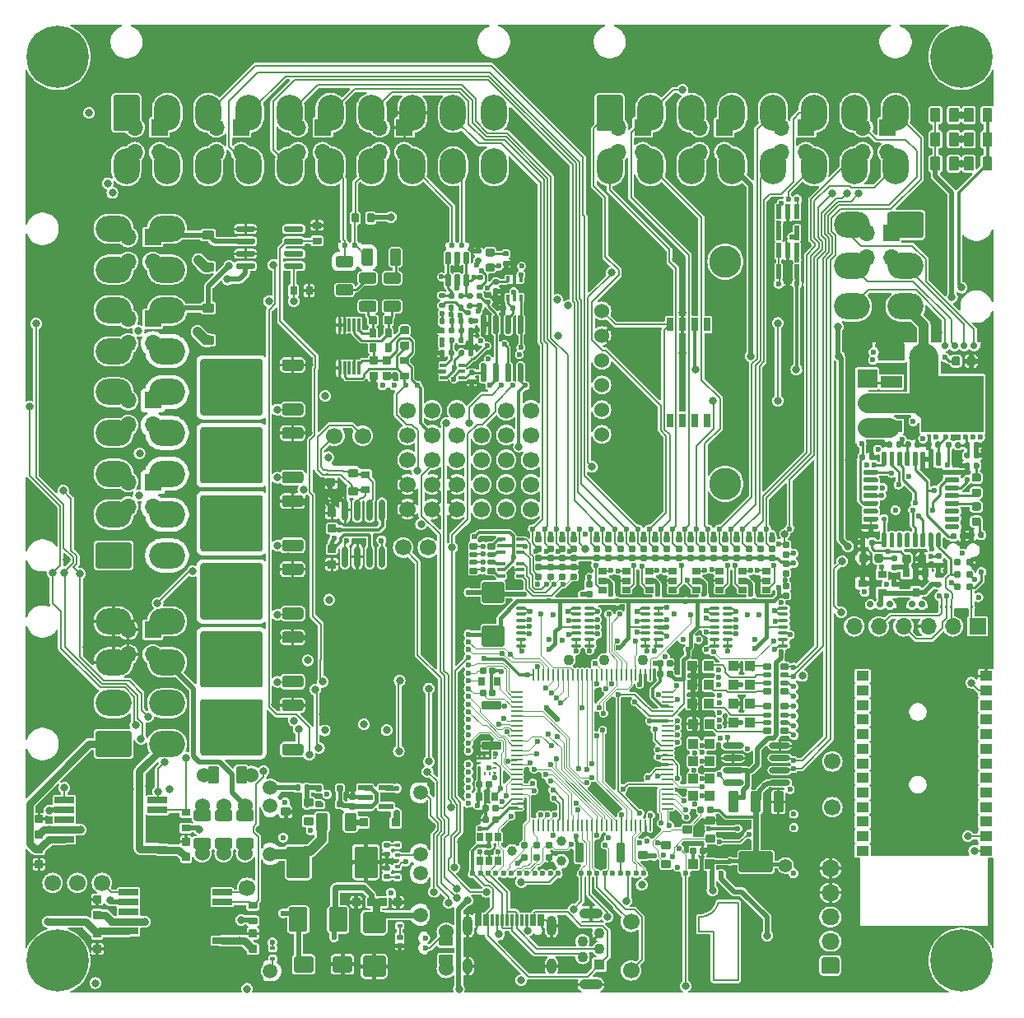
<source format=gtl>
G75*
G70*
%OFA0B0*%
%FSLAX25Y25*%
%IPPOS*%
%LPD*%
%AMOC8*
5,1,8,0,0,1.08239X$1,22.5*
%
%AMM1*
21,1,0.086610,0.073230,0.000000,0.000000,270.000000*
21,1,0.069290,0.090550,0.000000,0.000000,270.000000*
1,1,0.017320,-0.036610,-0.034650*
1,1,0.017320,-0.036610,0.034650*
1,1,0.017320,0.036610,0.034650*
1,1,0.017320,0.036610,-0.034650*
%
%AMM10*
21,1,0.015750,0.016540,0.000000,0.000000,270.000000*
21,1,0.012600,0.019680,0.000000,0.000000,270.000000*
1,1,0.003150,-0.008270,-0.006300*
1,1,0.003150,-0.008270,0.006300*
1,1,0.003150,0.008270,0.006300*
1,1,0.003150,0.008270,-0.006300*
%
%AMM11*
21,1,0.023620,0.018900,0.000000,0.000000,90.000000*
21,1,0.018900,0.023620,0.000000,0.000000,90.000000*
1,1,0.004720,0.009450,0.009450*
1,1,0.004720,0.009450,-0.009450*
1,1,0.004720,-0.009450,-0.009450*
1,1,0.004720,-0.009450,0.009450*
%
%AMM117*
21,1,0.021650,0.052760,0.000000,-0.000000,180.000000*
21,1,0.017320,0.057090,0.000000,-0.000000,180.000000*
1,1,0.004330,-0.008660,0.026380*
1,1,0.004330,0.008660,0.026380*
1,1,0.004330,0.008660,-0.026380*
1,1,0.004330,-0.008660,-0.026380*
%
%AMM12*
21,1,0.019680,0.019680,0.000000,0.000000,0.000000*
21,1,0.015750,0.023620,0.000000,0.000000,0.000000*
1,1,0.003940,0.007870,-0.009840*
1,1,0.003940,-0.007870,-0.009840*
1,1,0.003940,-0.007870,0.009840*
1,1,0.003940,0.007870,0.009840*
%
%AMM13*
21,1,0.019680,0.019680,0.000000,0.000000,270.000000*
21,1,0.015750,0.023620,0.000000,0.000000,270.000000*
1,1,0.003940,-0.009840,-0.007870*
1,1,0.003940,-0.009840,0.007870*
1,1,0.003940,0.009840,0.007870*
1,1,0.003940,0.009840,-0.007870*
%
%AMM185*
21,1,0.025590,0.026380,-0.000000,-0.000000,90.000000*
21,1,0.020470,0.031500,-0.000000,-0.000000,90.000000*
1,1,0.005120,0.013190,0.010240*
1,1,0.005120,0.013190,-0.010240*
1,1,0.005120,-0.013190,-0.010240*
1,1,0.005120,-0.013190,0.010240*
%
%AMM186*
21,1,0.017720,0.027950,-0.000000,-0.000000,90.000000*
21,1,0.014170,0.031500,-0.000000,-0.000000,90.000000*
1,1,0.003540,0.013980,0.007090*
1,1,0.003540,0.013980,-0.007090*
1,1,0.003540,-0.013980,-0.007090*
1,1,0.003540,-0.013980,0.007090*
%
%AMM187*
21,1,0.012600,0.028980,-0.000000,-0.000000,270.000000*
21,1,0.010080,0.031500,-0.000000,-0.000000,270.000000*
1,1,0.002520,-0.014490,-0.005040*
1,1,0.002520,-0.014490,0.005040*
1,1,0.002520,0.014490,0.005040*
1,1,0.002520,0.014490,-0.005040*
%
%AMM188*
21,1,0.023620,0.030710,-0.000000,-0.000000,0.000000*
21,1,0.018900,0.035430,-0.000000,-0.000000,0.000000*
1,1,0.004720,0.009450,-0.015350*
1,1,0.004720,-0.009450,-0.015350*
1,1,0.004720,-0.009450,0.015350*
1,1,0.004720,0.009450,0.015350*
%
%AMM189*
21,1,0.027560,0.018900,-0.000000,-0.000000,270.000000*
21,1,0.022840,0.023620,-0.000000,-0.000000,270.000000*
1,1,0.004720,-0.009450,-0.011420*
1,1,0.004720,-0.009450,0.011420*
1,1,0.004720,0.009450,0.011420*
1,1,0.004720,0.009450,-0.011420*
%
%AMM190*
21,1,0.031500,0.072440,-0.000000,-0.000000,270.000000*
21,1,0.025200,0.078740,-0.000000,-0.000000,270.000000*
1,1,0.006300,-0.036220,-0.012600*
1,1,0.006300,-0.036220,0.012600*
1,1,0.006300,0.036220,0.012600*
1,1,0.006300,0.036220,-0.012600*
%
%AMM191*
21,1,0.027560,0.018900,-0.000000,-0.000000,0.000000*
21,1,0.022840,0.023620,-0.000000,-0.000000,0.000000*
1,1,0.004720,0.011420,-0.009450*
1,1,0.004720,-0.011420,-0.009450*
1,1,0.004720,-0.011420,0.009450*
1,1,0.004720,0.011420,0.009450*
%
%AMM192*
21,1,0.023620,0.030710,-0.000000,-0.000000,90.000000*
21,1,0.018900,0.035430,-0.000000,-0.000000,90.000000*
1,1,0.004720,0.015350,0.009450*
1,1,0.004720,0.015350,-0.009450*
1,1,0.004720,-0.015350,-0.009450*
1,1,0.004720,-0.015350,0.009450*
%
%AMM193*
21,1,0.035430,0.030320,-0.000000,-0.000000,90.000000*
21,1,0.028350,0.037400,-0.000000,-0.000000,90.000000*
1,1,0.007090,0.015160,0.014170*
1,1,0.007090,0.015160,-0.014170*
1,1,0.007090,-0.015160,-0.014170*
1,1,0.007090,-0.015160,0.014170*
%
%AMM194*
21,1,0.043310,0.075980,-0.000000,-0.000000,180.000000*
21,1,0.034650,0.084650,-0.000000,-0.000000,180.000000*
1,1,0.008660,-0.017320,0.037990*
1,1,0.008660,0.017320,0.037990*
1,1,0.008660,0.017320,-0.037990*
1,1,0.008660,-0.017320,-0.037990*
%
%AMM195*
21,1,0.039370,0.035430,-0.000000,-0.000000,180.000000*
21,1,0.031500,0.043310,-0.000000,-0.000000,180.000000*
1,1,0.007870,-0.015750,0.017720*
1,1,0.007870,0.015750,0.017720*
1,1,0.007870,0.015750,-0.017720*
1,1,0.007870,-0.015750,-0.017720*
%
%AMM196*
21,1,0.027560,0.030710,-0.000000,-0.000000,180.000000*
21,1,0.022050,0.036220,-0.000000,-0.000000,180.000000*
1,1,0.005510,-0.011020,0.015350*
1,1,0.005510,0.011020,0.015350*
1,1,0.005510,0.011020,-0.015350*
1,1,0.005510,-0.011020,-0.015350*
%
%AMM197*
21,1,0.031500,0.072440,-0.000000,-0.000000,180.000000*
21,1,0.025200,0.078740,-0.000000,-0.000000,180.000000*
1,1,0.006300,-0.012600,0.036220*
1,1,0.006300,0.012600,0.036220*
1,1,0.006300,0.012600,-0.036220*
1,1,0.006300,-0.012600,-0.036220*
%
%AMM198*
21,1,0.137800,0.067720,-0.000000,-0.000000,180.000000*
21,1,0.120870,0.084650,-0.000000,-0.000000,180.000000*
1,1,0.016930,-0.060430,0.033860*
1,1,0.016930,0.060430,0.033860*
1,1,0.016930,0.060430,-0.033860*
1,1,0.016930,-0.060430,-0.033860*
%
%AMM199*
21,1,0.043310,0.075990,-0.000000,-0.000000,180.000000*
21,1,0.034650,0.084650,-0.000000,-0.000000,180.000000*
1,1,0.008660,-0.017320,0.037990*
1,1,0.008660,0.017320,0.037990*
1,1,0.008660,0.017320,-0.037990*
1,1,0.008660,-0.017320,-0.037990*
%
%AMM2*
21,1,0.094490,0.111020,0.000000,0.000000,0.000000*
21,1,0.075590,0.129920,0.000000,0.000000,0.000000*
1,1,0.018900,0.037800,-0.055510*
1,1,0.018900,-0.037800,-0.055510*
1,1,0.018900,-0.037800,0.055510*
1,1,0.018900,0.037800,0.055510*
%
%AMM200*
21,1,0.086610,0.073230,-0.000000,-0.000000,270.000000*
21,1,0.069290,0.090550,-0.000000,-0.000000,270.000000*
1,1,0.017320,-0.036610,-0.034650*
1,1,0.017320,-0.036610,0.034650*
1,1,0.017320,0.036610,0.034650*
1,1,0.017320,0.036610,-0.034650*
%
%AMM251*
21,1,0.035430,0.030320,0.000000,-0.000000,90.000000*
21,1,0.028350,0.037400,0.000000,-0.000000,90.000000*
1,1,0.007090,0.015160,0.014170*
1,1,0.007090,0.015160,-0.014170*
1,1,0.007090,-0.015160,-0.014170*
1,1,0.007090,-0.015160,0.014170*
%
%AMM252*
21,1,0.033470,0.026770,0.000000,-0.000000,270.000000*
21,1,0.026770,0.033470,0.000000,-0.000000,270.000000*
1,1,0.006690,-0.013390,-0.013390*
1,1,0.006690,-0.013390,0.013390*
1,1,0.006690,0.013390,0.013390*
1,1,0.006690,0.013390,-0.013390*
%
%AMM253*
21,1,0.027560,0.030710,0.000000,-0.000000,90.000000*
21,1,0.022050,0.036220,0.000000,-0.000000,90.000000*
1,1,0.005510,0.015350,0.011020*
1,1,0.005510,0.015350,-0.011020*
1,1,0.005510,-0.015350,-0.011020*
1,1,0.005510,-0.015350,0.011020*
%
%AMM3*
21,1,0.074800,0.083460,0.000000,0.000000,0.000000*
21,1,0.059840,0.098430,0.000000,0.000000,0.000000*
1,1,0.014960,0.029920,-0.041730*
1,1,0.014960,-0.029920,-0.041730*
1,1,0.014960,-0.029920,0.041730*
1,1,0.014960,0.029920,0.041730*
%
%AMM4*
21,1,0.078740,0.053540,0.000000,0.000000,180.000000*
21,1,0.065350,0.066930,0.000000,0.000000,180.000000*
1,1,0.013390,-0.032680,0.026770*
1,1,0.013390,0.032680,0.026770*
1,1,0.013390,0.032680,-0.026770*
1,1,0.013390,-0.032680,-0.026770*
%
%AMM5*
21,1,0.035430,0.030320,0.000000,0.000000,90.000000*
21,1,0.028350,0.037400,0.000000,0.000000,90.000000*
1,1,0.007090,0.015160,0.014170*
1,1,0.007090,0.015160,-0.014170*
1,1,0.007090,-0.015160,-0.014170*
1,1,0.007090,-0.015160,0.014170*
%
%AMM6*
21,1,0.021650,0.052760,0.000000,0.000000,270.000000*
21,1,0.017320,0.057090,0.000000,0.000000,270.000000*
1,1,0.004330,-0.026380,-0.008660*
1,1,0.004330,-0.026380,0.008660*
1,1,0.004330,0.026380,0.008660*
1,1,0.004330,0.026380,-0.008660*
%
%AMM7*
21,1,0.035830,0.026770,0.000000,0.000000,0.000000*
21,1,0.029130,0.033470,0.000000,0.000000,0.000000*
1,1,0.006690,0.014570,-0.013390*
1,1,0.006690,-0.014570,-0.013390*
1,1,0.006690,-0.014570,0.013390*
1,1,0.006690,0.014570,0.013390*
%
%AMM8*
21,1,0.070870,0.036220,0.000000,0.000000,90.000000*
21,1,0.061810,0.045280,0.000000,0.000000,90.000000*
1,1,0.009060,0.018110,0.030910*
1,1,0.009060,0.018110,-0.030910*
1,1,0.009060,-0.018110,-0.030910*
1,1,0.009060,-0.018110,0.030910*
%
%AMM9*
21,1,0.033470,0.026770,0.000000,0.000000,0.000000*
21,1,0.026770,0.033470,0.000000,0.000000,0.000000*
1,1,0.006690,0.013390,-0.013390*
1,1,0.006690,-0.013390,-0.013390*
1,1,0.006690,-0.013390,0.013390*
1,1,0.006690,0.013390,0.013390*
%
%ADD10C,0.00787*%
%ADD100C,0.07874*%
%ADD102C,0.01968*%
%ADD103C,0.01575*%
%ADD104M1*%
%ADD105M2*%
%ADD106M3*%
%ADD107M4*%
%ADD108M5*%
%ADD109M6*%
%ADD11R,0.06693X0.06693*%
%ADD110M7*%
%ADD111M8*%
%ADD112M9*%
%ADD113M10*%
%ADD114M11*%
%ADD115M12*%
%ADD116M13*%
%ADD117O,0.00787X0.40158*%
%ADD12O,0.06693X0.06693*%
%ADD13O,0.10630X0.14567*%
%ADD14C,0.06693*%
%ADD148C,0.01850*%
%ADD15C,0.02756*%
%ADD156R,0.02559X0.01575*%
%ADD157R,0.01575X0.02559*%
%ADD16C,0.11811*%
%ADD160R,0.03543X0.03150*%
%ADD162C,0.05118*%
%ADD164R,0.03150X0.03543*%
%ADD17R,0.11811X0.00984*%
%ADD172C,0.03100*%
%ADD175C,0.03900*%
%ADD18R,0.04331X0.00984*%
%ADD184O,0.04724X0.00866*%
%ADD185O,0.00866X0.04724*%
%ADD186O,0.04331X0.01181*%
%ADD189R,0.01378X0.00984*%
%ADD19R,0.03858X0.00984*%
%ADD190R,0.00984X0.01378*%
%ADD195O,0.08661X0.02362*%
%ADD20R,0.05709X0.00984*%
%ADD203C,0.00492*%
%ADD204C,0.01260*%
%ADD205C,0.05512*%
%ADD21R,0.00984X1.08661*%
%ADD22R,0.07677X0.00984*%
%ADD23R,0.03740X0.00984*%
%ADD24C,0.03150*%
%ADD25C,0.25197*%
%ADD26C,0.06000*%
%ADD269O,0.01968X0.00984*%
%ADD27O,0.07283X0.06693*%
%ADD270O,0.00984X0.01968*%
%ADD28C,0.02362*%
%ADD29R,0.24350X0.00984*%
%ADD30R,0.04390X0.00984*%
%ADD300M117*%
%ADD31R,0.00984X0.56201*%
%ADD310R,0.01181X0.05512*%
%ADD311R,0.08661X0.04724*%
%ADD312R,0.25197X0.22835*%
%ADD313R,0.07874X0.07500*%
%ADD314O,0.07874X0.07500*%
%ADD32R,0.00984X0.59449*%
%ADD33R,0.20374X0.00984*%
%ADD338O,0.02362X0.08661*%
%ADD34R,0.04331X0.04331*%
%ADD35C,0.04331*%
%ADD36O,0.09449X0.04331*%
%ADD37O,0.04823X0.00787*%
%ADD38O,0.00787X0.36614*%
%ADD39C,0.05906*%
%ADD396M185*%
%ADD397M186*%
%ADD398M187*%
%ADD399M188*%
%ADD40O,0.00787X0.12992*%
%ADD400M189*%
%ADD401M190*%
%ADD402M191*%
%ADD403M192*%
%ADD404M193*%
%ADD405M194*%
%ADD406M195*%
%ADD407M196*%
%ADD408M197*%
%ADD409M198*%
%ADD41O,0.00787X0.40157*%
%ADD410M199*%
%ADD411M200*%
%ADD42O,0.00787X0.01181*%
%ADD43O,0.66929X0.00787*%
%ADD44O,0.60630X0.00787*%
%ADD45O,0.00787X0.18898*%
%ADD46O,0.00787X0.10236*%
%ADD463M251*%
%ADD464M252*%
%ADD465M253*%
%ADD47O,0.00787X0.03937*%
%ADD48O,0.00787X0.05906*%
%ADD49O,0.22323X0.00787*%
%ADD50O,0.00787X0.43701*%
%ADD51O,0.01575X0.38583*%
%ADD52O,0.00984X0.01969*%
%ADD53O,0.26772X0.00787*%
%ADD54O,0.01969X0.00984*%
%ADD55O,0.14567X0.10630*%
%ADD56R,0.05118X0.03937*%
%ADD57R,0.07874X0.02559*%
%ADD58R,0.17717X0.31890*%
%ADD59R,0.00787X0.14567*%
%ADD60R,0.00787X0.01575*%
%ADD61R,0.00787X0.06299*%
%ADD62R,0.00787X0.38189*%
%ADD63R,0.00787X0.09055*%
%ADD64R,0.05512X0.00787*%
%ADD65R,0.25197X0.00787*%
%ADD66R,0.06693X0.00787*%
%ADD67R,0.12992X0.00787*%
%ADD68R,0.00787X0.27559*%
%ADD69R,0.00787X0.12992*%
%ADD70R,0.00787X0.24803*%
%ADD71R,0.01181X0.04528*%
%ADD72O,0.03937X0.08268*%
%ADD73O,0.03937X0.06299*%
%ADD74C,0.13000*%
%ADD75R,0.02717X0.05315*%
%ADD76C,0.12992*%
%ADD77C,0.01181*%
%ADD78C,0.03937*%
%ADD79C,0.01969*%
%ADD80C,0.00591*%
%ADD87C,0.00984*%
%ADD90C,0.00800*%
X0000000Y0000000D02*
%LPD*%
G01*
D10*
X0273622Y0025591D02*
X0273622Y0031496D01*
X0273622Y0025591D02*
X0279528Y0025591D01*
X0279528Y0025591D02*
X0279528Y0005906D01*
X0279528Y0005906D02*
X0289370Y0005906D01*
X0289370Y0037402D02*
X0281496Y0037402D01*
X0289370Y0005906D02*
X0289370Y0037402D01*
X0281496Y0037402D02*
G75*
G02*
X0273622Y0031496I-007565J0001885D01*
G01*
G36*
G01*
X0380906Y0334154D02*
X0380906Y0339075D01*
G75*
G02*
X0381299Y0339469I0000394J0000000D01*
G01*
X0384449Y0339469D01*
G75*
G02*
X0384843Y0339075I0000000J-000394D01*
G01*
X0384843Y0334154D01*
G75*
G02*
X0384449Y0333760I-000394J0000000D01*
G01*
X0381299Y0333760D01*
G75*
G02*
X0380906Y0334154I0000000J0000394D01*
G01*
G37*
G36*
G01*
X0388386Y0334154D02*
X0388386Y0339075D01*
G75*
G02*
X0388780Y0339469I0000394J0000000D01*
G01*
X0391929Y0339469D01*
G75*
G02*
X0392323Y0339075I0000000J-000394D01*
G01*
X0392323Y0334154D01*
G75*
G02*
X0391929Y0333760I-000394J0000000D01*
G01*
X0388780Y0333760D01*
G75*
G02*
X0388386Y0334154I0000000J0000394D01*
G01*
G37*
G36*
G01*
X0113287Y0295709D02*
X0113287Y0294528D01*
G75*
G02*
X0112697Y0293937I-000591J0000000D01*
G01*
X0106201Y0293937D01*
G75*
G02*
X0105610Y0294528I0000000J0000591D01*
G01*
X0105610Y0295709D01*
G75*
G02*
X0106201Y0296299I0000591J0000000D01*
G01*
X0112697Y0296299D01*
G75*
G02*
X0113287Y0295709I0000000J-000591D01*
G01*
G37*
G36*
G01*
X0113287Y0300709D02*
X0113287Y0299528D01*
G75*
G02*
X0112697Y0298937I-000591J0000000D01*
G01*
X0106201Y0298937D01*
G75*
G02*
X0105610Y0299528I0000000J0000591D01*
G01*
X0105610Y0300709D01*
G75*
G02*
X0106201Y0301299I0000591J0000000D01*
G01*
X0112697Y0301299D01*
G75*
G02*
X0113287Y0300709I0000000J-000591D01*
G01*
G37*
G36*
G01*
X0113287Y0305709D02*
X0113287Y0304528D01*
G75*
G02*
X0112697Y0303937I-000591J0000000D01*
G01*
X0106201Y0303937D01*
G75*
G02*
X0105610Y0304528I0000000J0000591D01*
G01*
X0105610Y0305709D01*
G75*
G02*
X0106201Y0306299I0000591J0000000D01*
G01*
X0112697Y0306299D01*
G75*
G02*
X0113287Y0305709I0000000J-000591D01*
G01*
G37*
G36*
G01*
X0113287Y0310709D02*
X0113287Y0309528D01*
G75*
G02*
X0112697Y0308937I-000591J0000000D01*
G01*
X0106201Y0308937D01*
G75*
G02*
X0105610Y0309528I0000000J0000591D01*
G01*
X0105610Y0310709D01*
G75*
G02*
X0106201Y0311299I0000591J0000000D01*
G01*
X0112697Y0311299D01*
G75*
G02*
X0113287Y0310709I0000000J-000591D01*
G01*
G37*
G36*
G01*
X0093799Y0310709D02*
X0093799Y0309528D01*
G75*
G02*
X0093209Y0308937I-000591J0000000D01*
G01*
X0086713Y0308937D01*
G75*
G02*
X0086122Y0309528I0000000J0000591D01*
G01*
X0086122Y0310709D01*
G75*
G02*
X0086713Y0311299I0000591J0000000D01*
G01*
X0093209Y0311299D01*
G75*
G02*
X0093799Y0310709I0000000J-000591D01*
G01*
G37*
G36*
G01*
X0093799Y0305709D02*
X0093799Y0304528D01*
G75*
G02*
X0093209Y0303937I-000591J0000000D01*
G01*
X0086713Y0303937D01*
G75*
G02*
X0086122Y0304528I0000000J0000591D01*
G01*
X0086122Y0305709D01*
G75*
G02*
X0086713Y0306299I0000591J0000000D01*
G01*
X0093209Y0306299D01*
G75*
G02*
X0093799Y0305709I0000000J-000591D01*
G01*
G37*
G36*
G01*
X0093799Y0300709D02*
X0093799Y0299528D01*
G75*
G02*
X0093209Y0298937I-000591J0000000D01*
G01*
X0086713Y0298937D01*
G75*
G02*
X0086122Y0299528I0000000J0000591D01*
G01*
X0086122Y0300709D01*
G75*
G02*
X0086713Y0301299I0000591J0000000D01*
G01*
X0093209Y0301299D01*
G75*
G02*
X0093799Y0300709I0000000J-000591D01*
G01*
G37*
G36*
G01*
X0093799Y0295709D02*
X0093799Y0294528D01*
G75*
G02*
X0093209Y0293937I-000591J0000000D01*
G01*
X0086713Y0293937D01*
G75*
G02*
X0086122Y0294528I0000000J0000591D01*
G01*
X0086122Y0295709D01*
G75*
G02*
X0086713Y0296299I0000591J0000000D01*
G01*
X0093209Y0296299D01*
G75*
G02*
X0093799Y0295709I0000000J-000591D01*
G01*
G37*
G36*
G01*
X0028583Y0040217D02*
X0031260Y0040217D01*
G75*
G02*
X0031594Y0039882I0000000J-000335D01*
G01*
X0031594Y0037205D01*
G75*
G02*
X0031260Y0036870I-000335J0000000D01*
G01*
X0028583Y0036870D01*
G75*
G02*
X0028248Y0037205I0000000J0000335D01*
G01*
X0028248Y0039882D01*
G75*
G02*
X0028583Y0040217I0000335J0000000D01*
G01*
G37*
G36*
G01*
X0028583Y0033996D02*
X0031260Y0033996D01*
G75*
G02*
X0031594Y0033661I0000000J-000335D01*
G01*
X0031594Y0030984D01*
G75*
G02*
X0031260Y0030650I-000335J0000000D01*
G01*
X0028583Y0030650D01*
G75*
G02*
X0028248Y0030984I0000000J0000335D01*
G01*
X0028248Y0033661D01*
G75*
G02*
X0028583Y0033996I0000335J0000000D01*
G01*
G37*
G36*
G01*
X0380906Y0343996D02*
X0380906Y0348917D01*
G75*
G02*
X0381299Y0349311I0000394J0000000D01*
G01*
X0384449Y0349311D01*
G75*
G02*
X0384843Y0348917I0000000J-000394D01*
G01*
X0384843Y0343996D01*
G75*
G02*
X0384449Y0343602I-000394J0000000D01*
G01*
X0381299Y0343602D01*
G75*
G02*
X0380906Y0343996I0000000J0000394D01*
G01*
G37*
G36*
G01*
X0388386Y0343996D02*
X0388386Y0348917D01*
G75*
G02*
X0388780Y0349311I0000394J0000000D01*
G01*
X0391929Y0349311D01*
G75*
G02*
X0392323Y0348917I0000000J-000394D01*
G01*
X0392323Y0343996D01*
G75*
G02*
X0391929Y0343602I-000394J0000000D01*
G01*
X0388780Y0343602D01*
G75*
G02*
X0388386Y0343996I0000000J0000394D01*
G01*
G37*
G36*
G01*
X0113386Y0155787D02*
X0113386Y0153031D01*
G75*
G02*
X0112402Y0152047I-000984J0000000D01*
G01*
X0105709Y0152047D01*
G75*
G02*
X0104724Y0153031I0000000J0000984D01*
G01*
X0104724Y0155787D01*
G75*
G02*
X0105709Y0156772I0000984J0000000D01*
G01*
X0112402Y0156772D01*
G75*
G02*
X0113386Y0155787I0000000J-000984D01*
G01*
G37*
G36*
G01*
X0096850Y0161811D02*
X0096850Y0152953D01*
G75*
G02*
X0095866Y0151969I-000984J0000000D01*
G01*
X0085827Y0151969D01*
G75*
G02*
X0084843Y0152953I0000000J0000984D01*
G01*
X0084843Y0161811D01*
G75*
G02*
X0085827Y0162795I0000984J0000000D01*
G01*
X0095866Y0162795D01*
G75*
G02*
X0096850Y0161811I0000000J-000984D01*
G01*
G37*
G36*
G01*
X0096850Y0173819D02*
X0096850Y0164961D01*
G75*
G02*
X0095866Y0163976I-000984J0000000D01*
G01*
X0085827Y0163976D01*
G75*
G02*
X0084843Y0164961I0000000J0000984D01*
G01*
X0084843Y0173819D01*
G75*
G02*
X0085827Y0174803I0000984J0000000D01*
G01*
X0095866Y0174803D01*
G75*
G02*
X0096850Y0173819I0000000J-000984D01*
G01*
G37*
G36*
G01*
X0096850Y0173819D02*
X0096850Y0152953D01*
G75*
G02*
X0095866Y0151969I-000984J0000000D01*
G01*
X0072638Y0151969D01*
G75*
G02*
X0071654Y0152953I0000000J0000984D01*
G01*
X0071654Y0173819D01*
G75*
G02*
X0072638Y0174803I0000984J0000000D01*
G01*
X0095866Y0174803D01*
G75*
G02*
X0096850Y0173819I0000000J-000984D01*
G01*
G37*
G36*
G01*
X0083661Y0161811D02*
X0083661Y0152953D01*
G75*
G02*
X0082677Y0151969I-000984J0000000D01*
G01*
X0072638Y0151969D01*
G75*
G02*
X0071654Y0152953I0000000J0000984D01*
G01*
X0071654Y0161811D01*
G75*
G02*
X0072638Y0162795I0000984J0000000D01*
G01*
X0082677Y0162795D01*
G75*
G02*
X0083661Y0161811I0000000J-000984D01*
G01*
G37*
G36*
G01*
X0083661Y0173819D02*
X0083661Y0164961D01*
G75*
G02*
X0082677Y0163976I-000984J0000000D01*
G01*
X0072638Y0163976D01*
G75*
G02*
X0071654Y0164961I0000000J0000984D01*
G01*
X0071654Y0173819D01*
G75*
G02*
X0072638Y0174803I0000984J0000000D01*
G01*
X0082677Y0174803D01*
G75*
G02*
X0083661Y0173819I0000000J-000984D01*
G01*
G37*
G36*
G01*
X0113386Y0173740D02*
X0113386Y0170984D01*
G75*
G02*
X0112402Y0170000I-000984J0000000D01*
G01*
X0105709Y0170000D01*
G75*
G02*
X0104724Y0170984I0000000J0000984D01*
G01*
X0104724Y0173740D01*
G75*
G02*
X0105709Y0174724I0000984J0000000D01*
G01*
X0112402Y0174724D01*
G75*
G02*
X0113386Y0173740I0000000J-000984D01*
G01*
G37*
D11*
X0052421Y0207677D03*
D12*
X0042421Y0207677D03*
X0052421Y0197677D03*
X0042421Y0197677D03*
G36*
G01*
X0232087Y0350886D02*
X0232087Y0363484D01*
G75*
G02*
X0233071Y0364469I0000984J0000000D01*
G01*
X0241732Y0364469D01*
G75*
G02*
X0242717Y0363484I0000000J-000984D01*
G01*
X0242717Y0350886D01*
G75*
G02*
X0241732Y0349902I-000984J0000000D01*
G01*
X0233071Y0349902D01*
G75*
G02*
X0232087Y0350886I0000000J0000984D01*
G01*
G37*
D13*
X0253937Y0357185D03*
X0270472Y0357185D03*
X0287008Y0357185D03*
X0303543Y0357185D03*
X0320079Y0357185D03*
X0336614Y0357185D03*
X0353150Y0357185D03*
X0237402Y0335531D03*
X0253937Y0335531D03*
X0270472Y0335531D03*
X0287008Y0335531D03*
X0303543Y0335531D03*
X0320079Y0335531D03*
X0336614Y0335531D03*
X0353150Y0335531D03*
D14*
X0327559Y0075984D03*
D11*
X0052421Y0240748D03*
D12*
X0042421Y0240748D03*
X0052421Y0230748D03*
X0042421Y0230748D03*
D15*
X0384941Y0262795D03*
X0373130Y0262795D03*
X0377067Y0262795D03*
X0381004Y0262795D03*
D16*
X0364665Y0257874D03*
D17*
X0350886Y0264272D03*
D18*
X0338287Y0156594D03*
D19*
X0355374Y0156594D03*
X0368366Y0156594D03*
D20*
X0388386Y0156594D03*
D21*
X0336614Y0210433D03*
X0390748Y0210433D03*
D22*
X0339961Y0264272D03*
D23*
X0389370Y0264272D03*
G36*
G01*
X0340650Y0193701D02*
X0345571Y0193701D01*
G75*
G02*
X0346063Y0193209I0000000J-000492D01*
G01*
X0346063Y0192224D01*
G75*
G02*
X0345571Y0191732I-000492J0000000D01*
G01*
X0340650Y0191732D01*
G75*
G02*
X0340157Y0192224I0000000J0000492D01*
G01*
X0340157Y0193209D01*
G75*
G02*
X0340650Y0193701I0000492J0000000D01*
G01*
G37*
G36*
G01*
X0351181Y0187106D02*
X0352165Y0187106D01*
G75*
G02*
X0352657Y0186614I0000000J-000492D01*
G01*
X0352657Y0181693D01*
G75*
G02*
X0352165Y0181201I-000492J0000000D01*
G01*
X0351181Y0181201D01*
G75*
G02*
X0350689Y0181693I0000000J0000492D01*
G01*
X0350689Y0186614D01*
G75*
G02*
X0351181Y0187106I0000492J0000000D01*
G01*
G37*
G36*
G01*
X0340650Y0190551D02*
X0345571Y0190551D01*
G75*
G02*
X0346063Y0190059I0000000J-000492D01*
G01*
X0346063Y0189075D01*
G75*
G02*
X0345571Y0188583I-000492J0000000D01*
G01*
X0340650Y0188583D01*
G75*
G02*
X0340157Y0189075I0000000J0000492D01*
G01*
X0340157Y0190059D01*
G75*
G02*
X0340650Y0190551I0000492J0000000D01*
G01*
G37*
G36*
G01*
X0350689Y0189272D02*
X0350689Y0190256D01*
G75*
G02*
X0351181Y0190748I0000492J0000000D01*
G01*
X0352165Y0190748D01*
G75*
G02*
X0352657Y0190256I0000000J-000492D01*
G01*
X0352657Y0189272D01*
G75*
G02*
X0352165Y0188780I-000492J0000000D01*
G01*
X0351181Y0188780D01*
G75*
G02*
X0350689Y0189272I0000000J0000492D01*
G01*
G37*
G36*
G01*
X0348031Y0193701D02*
X0349016Y0193701D01*
G75*
G02*
X0349508Y0193209I0000000J-000492D01*
G01*
X0349508Y0192224D01*
G75*
G02*
X0349016Y0191732I-000492J0000000D01*
G01*
X0348031Y0191732D01*
G75*
G02*
X0347539Y0192224I0000000J0000492D01*
G01*
X0347539Y0193209D01*
G75*
G02*
X0348031Y0193701I0000492J0000000D01*
G01*
G37*
G36*
G01*
X0348031Y0187106D02*
X0349016Y0187106D01*
G75*
G02*
X0349508Y0186614I0000000J-000492D01*
G01*
X0349508Y0181693D01*
G75*
G02*
X0349016Y0181201I-000492J0000000D01*
G01*
X0348031Y0181201D01*
G75*
G02*
X0347539Y0181693I0000000J0000492D01*
G01*
X0347539Y0186614D01*
G75*
G02*
X0348031Y0187106I0000492J0000000D01*
G01*
G37*
D15*
X0346949Y0158106D03*
X0350886Y0158106D03*
X0363862Y0158106D03*
X0359862Y0158106D03*
G36*
G01*
X0371752Y0156102D02*
X0371752Y0156102D01*
G75*
G02*
X0371260Y0156594I0000000J0000492D01*
G01*
X0371260Y0157579D01*
G75*
G02*
X0371752Y0158071I0000492J0000000D01*
G01*
X0371752Y0158071D01*
G75*
G02*
X0372244Y0157579I0000000J-000492D01*
G01*
X0372244Y0156594D01*
G75*
G02*
X0371752Y0156102I-000492J0000000D01*
G01*
G37*
G36*
G01*
X0373720Y0156102D02*
X0373720Y0156102D01*
G75*
G02*
X0373228Y0156594I0000000J0000492D01*
G01*
X0373228Y0157579D01*
G75*
G02*
X0373720Y0158071I0000492J0000000D01*
G01*
X0373720Y0158071D01*
G75*
G02*
X0374213Y0157579I0000000J-000492D01*
G01*
X0374213Y0156594D01*
G75*
G02*
X0373720Y0156102I-000492J0000000D01*
G01*
G37*
G36*
G01*
X0375689Y0156102D02*
X0375689Y0156102D01*
G75*
G02*
X0375197Y0156594I0000000J0000492D01*
G01*
X0375197Y0157579D01*
G75*
G02*
X0375689Y0158071I0000492J0000000D01*
G01*
X0375689Y0158071D01*
G75*
G02*
X0376181Y0157579I0000000J-000492D01*
G01*
X0376181Y0156594D01*
G75*
G02*
X0375689Y0156102I-000492J0000000D01*
G01*
G37*
G36*
G01*
X0383957Y0156102D02*
X0383957Y0156102D01*
G75*
G02*
X0383465Y0156594I0000000J0000492D01*
G01*
X0383465Y0157579D01*
G75*
G02*
X0383957Y0158071I0000492J0000000D01*
G01*
X0383957Y0158071D01*
G75*
G02*
X0384449Y0157579I0000000J-000492D01*
G01*
X0384449Y0156594D01*
G75*
G02*
X0383957Y0156102I-000492J0000000D01*
G01*
G37*
X0343012Y0158106D03*
D14*
X0163780Y0181102D03*
G36*
G01*
X0036417Y0350886D02*
X0036417Y0363484D01*
G75*
G02*
X0037402Y0364469I0000984J0000000D01*
G01*
X0046063Y0364469D01*
G75*
G02*
X0047047Y0363484I0000000J-000984D01*
G01*
X0047047Y0350886D01*
G75*
G02*
X0046063Y0349902I-000984J0000000D01*
G01*
X0037402Y0349902D01*
G75*
G02*
X0036417Y0350886I0000000J0000984D01*
G01*
G37*
D13*
X0058268Y0357185D03*
X0074803Y0357185D03*
X0091339Y0357185D03*
X0107874Y0357185D03*
X0124409Y0357185D03*
X0140945Y0357185D03*
X0157480Y0357185D03*
X0174016Y0357185D03*
X0190551Y0357185D03*
X0041732Y0335531D03*
X0058268Y0335531D03*
X0074803Y0335531D03*
X0091339Y0335531D03*
X0107874Y0335531D03*
X0124409Y0335531D03*
X0140945Y0335531D03*
X0157480Y0335531D03*
X0174016Y0335531D03*
X0190551Y0335531D03*
G36*
G01*
X0113386Y0238465D02*
X0113386Y0235709D01*
G75*
G02*
X0112402Y0234724I-000984J0000000D01*
G01*
X0105709Y0234724D01*
G75*
G02*
X0104724Y0235709I0000000J0000984D01*
G01*
X0104724Y0238465D01*
G75*
G02*
X0105709Y0239449I0000984J0000000D01*
G01*
X0112402Y0239449D01*
G75*
G02*
X0113386Y0238465I0000000J-000984D01*
G01*
G37*
G36*
G01*
X0096850Y0244488D02*
X0096850Y0235630D01*
G75*
G02*
X0095866Y0234646I-000984J0000000D01*
G01*
X0085827Y0234646D01*
G75*
G02*
X0084843Y0235630I0000000J0000984D01*
G01*
X0084843Y0244488D01*
G75*
G02*
X0085827Y0245472I0000984J0000000D01*
G01*
X0095866Y0245472D01*
G75*
G02*
X0096850Y0244488I0000000J-000984D01*
G01*
G37*
G36*
G01*
X0096850Y0256496D02*
X0096850Y0247638D01*
G75*
G02*
X0095866Y0246654I-000984J0000000D01*
G01*
X0085827Y0246654D01*
G75*
G02*
X0084843Y0247638I0000000J0000984D01*
G01*
X0084843Y0256496D01*
G75*
G02*
X0085827Y0257480I0000984J0000000D01*
G01*
X0095866Y0257480D01*
G75*
G02*
X0096850Y0256496I0000000J-000984D01*
G01*
G37*
G36*
G01*
X0096850Y0256496D02*
X0096850Y0235630D01*
G75*
G02*
X0095866Y0234646I-000984J0000000D01*
G01*
X0072638Y0234646D01*
G75*
G02*
X0071654Y0235630I0000000J0000984D01*
G01*
X0071654Y0256496D01*
G75*
G02*
X0072638Y0257480I0000984J0000000D01*
G01*
X0095866Y0257480D01*
G75*
G02*
X0096850Y0256496I0000000J-000984D01*
G01*
G37*
G36*
G01*
X0083661Y0244488D02*
X0083661Y0235630D01*
G75*
G02*
X0082677Y0234646I-000984J0000000D01*
G01*
X0072638Y0234646D01*
G75*
G02*
X0071654Y0235630I0000000J0000984D01*
G01*
X0071654Y0244488D01*
G75*
G02*
X0072638Y0245472I0000984J0000000D01*
G01*
X0082677Y0245472D01*
G75*
G02*
X0083661Y0244488I0000000J-000984D01*
G01*
G37*
G36*
G01*
X0083661Y0256496D02*
X0083661Y0247638D01*
G75*
G02*
X0082677Y0246654I-000984J0000000D01*
G01*
X0072638Y0246654D01*
G75*
G02*
X0071654Y0247638I0000000J0000984D01*
G01*
X0071654Y0256496D01*
G75*
G02*
X0072638Y0257480I0000984J0000000D01*
G01*
X0082677Y0257480D01*
G75*
G02*
X0083661Y0256496I0000000J-000984D01*
G01*
G37*
G36*
G01*
X0113386Y0256417D02*
X0113386Y0253661D01*
G75*
G02*
X0112402Y0252677I-000984J0000000D01*
G01*
X0105709Y0252677D01*
G75*
G02*
X0104724Y0253661I0000000J0000984D01*
G01*
X0104724Y0256417D01*
G75*
G02*
X0105709Y0257402I0000984J0000000D01*
G01*
X0112402Y0257402D01*
G75*
G02*
X0113386Y0256417I0000000J-000984D01*
G01*
G37*
G36*
G01*
X0113386Y0210906D02*
X0113386Y0208150D01*
G75*
G02*
X0112402Y0207165I-000984J0000000D01*
G01*
X0105709Y0207165D01*
G75*
G02*
X0104724Y0208150I0000000J0000984D01*
G01*
X0104724Y0210906D01*
G75*
G02*
X0105709Y0211890I0000984J0000000D01*
G01*
X0112402Y0211890D01*
G75*
G02*
X0113386Y0210906I0000000J-000984D01*
G01*
G37*
G36*
G01*
X0096850Y0216929D02*
X0096850Y0208071D01*
G75*
G02*
X0095866Y0207087I-000984J0000000D01*
G01*
X0085827Y0207087D01*
G75*
G02*
X0084843Y0208071I0000000J0000984D01*
G01*
X0084843Y0216929D01*
G75*
G02*
X0085827Y0217913I0000984J0000000D01*
G01*
X0095866Y0217913D01*
G75*
G02*
X0096850Y0216929I0000000J-000984D01*
G01*
G37*
G36*
G01*
X0096850Y0228937D02*
X0096850Y0220079D01*
G75*
G02*
X0095866Y0219094I-000984J0000000D01*
G01*
X0085827Y0219094D01*
G75*
G02*
X0084843Y0220079I0000000J0000984D01*
G01*
X0084843Y0228937D01*
G75*
G02*
X0085827Y0229921I0000984J0000000D01*
G01*
X0095866Y0229921D01*
G75*
G02*
X0096850Y0228937I0000000J-000984D01*
G01*
G37*
G36*
G01*
X0096850Y0228937D02*
X0096850Y0208071D01*
G75*
G02*
X0095866Y0207087I-000984J0000000D01*
G01*
X0072638Y0207087D01*
G75*
G02*
X0071654Y0208071I0000000J0000984D01*
G01*
X0071654Y0228937D01*
G75*
G02*
X0072638Y0229921I0000984J0000000D01*
G01*
X0095866Y0229921D01*
G75*
G02*
X0096850Y0228937I0000000J-000984D01*
G01*
G37*
G36*
G01*
X0083661Y0216929D02*
X0083661Y0208071D01*
G75*
G02*
X0082677Y0207087I-000984J0000000D01*
G01*
X0072638Y0207087D01*
G75*
G02*
X0071654Y0208071I0000000J0000984D01*
G01*
X0071654Y0216929D01*
G75*
G02*
X0072638Y0217913I0000984J0000000D01*
G01*
X0082677Y0217913D01*
G75*
G02*
X0083661Y0216929I0000000J-000984D01*
G01*
G37*
G36*
G01*
X0083661Y0228937D02*
X0083661Y0220079D01*
G75*
G02*
X0082677Y0219094I-000984J0000000D01*
G01*
X0072638Y0219094D01*
G75*
G02*
X0071654Y0220079I0000000J0000984D01*
G01*
X0071654Y0228937D01*
G75*
G02*
X0072638Y0229921I0000984J0000000D01*
G01*
X0082677Y0229921D01*
G75*
G02*
X0083661Y0228937I0000000J-000984D01*
G01*
G37*
G36*
G01*
X0113386Y0228858D02*
X0113386Y0226102D01*
G75*
G02*
X0112402Y0225118I-000984J0000000D01*
G01*
X0105709Y0225118D01*
G75*
G02*
X0104724Y0226102I0000000J0000984D01*
G01*
X0104724Y0228858D01*
G75*
G02*
X0105709Y0229843I0000984J0000000D01*
G01*
X0112402Y0229843D01*
G75*
G02*
X0113386Y0228858I0000000J-000984D01*
G01*
G37*
D11*
X0154291Y0351280D03*
D12*
X0144291Y0351280D03*
X0154291Y0341280D03*
X0144291Y0341280D03*
D14*
X0125984Y0226378D03*
G36*
G01*
X0091575Y0026437D02*
X0094252Y0026437D01*
G75*
G02*
X0094587Y0026102I0000000J-000335D01*
G01*
X0094587Y0023425D01*
G75*
G02*
X0094252Y0023091I-000335J0000000D01*
G01*
X0091575Y0023091D01*
G75*
G02*
X0091240Y0023425I0000000J0000335D01*
G01*
X0091240Y0026102D01*
G75*
G02*
X0091575Y0026437I0000335J0000000D01*
G01*
G37*
G36*
G01*
X0091575Y0020217D02*
X0094252Y0020217D01*
G75*
G02*
X0094587Y0019882I0000000J-000335D01*
G01*
X0094587Y0017205D01*
G75*
G02*
X0094252Y0016870I-000335J0000000D01*
G01*
X0091575Y0016870D01*
G75*
G02*
X0091240Y0017205I0000000J0000335D01*
G01*
X0091240Y0019882D01*
G75*
G02*
X0091575Y0020217I0000335J0000000D01*
G01*
G37*
G36*
G01*
X0142057Y0316201D02*
X0142057Y0313130D01*
G75*
G02*
X0141781Y0312854I-000276J0000000D01*
G01*
X0139577Y0312854D01*
G75*
G02*
X0139301Y0313130I0000000J0000276D01*
G01*
X0139301Y0316201D01*
G75*
G02*
X0139577Y0316476I0000276J0000000D01*
G01*
X0141781Y0316476D01*
G75*
G02*
X0142057Y0316201I0000000J-000276D01*
G01*
G37*
G36*
G01*
X0135758Y0316201D02*
X0135758Y0313130D01*
G75*
G02*
X0135482Y0312854I-000276J0000000D01*
G01*
X0133278Y0312854D01*
G75*
G02*
X0133002Y0313130I0000000J0000276D01*
G01*
X0133002Y0316201D01*
G75*
G02*
X0133278Y0316476I0000276J0000000D01*
G01*
X0135482Y0316476D01*
G75*
G02*
X0135758Y0316201I0000000J-000276D01*
G01*
G37*
X0137402Y0226378D03*
G36*
G01*
X0064508Y0063681D02*
X0067185Y0063681D01*
G75*
G02*
X0067520Y0063346I0000000J-000335D01*
G01*
X0067520Y0060669D01*
G75*
G02*
X0067185Y0060335I-000335J0000000D01*
G01*
X0064508Y0060335D01*
G75*
G02*
X0064173Y0060669I0000000J0000335D01*
G01*
X0064173Y0063346D01*
G75*
G02*
X0064508Y0063681I0000335J0000000D01*
G01*
G37*
G36*
G01*
X0064508Y0057461D02*
X0067185Y0057461D01*
G75*
G02*
X0067520Y0057126I0000000J-000335D01*
G01*
X0067520Y0054449D01*
G75*
G02*
X0067185Y0054114I-000335J0000000D01*
G01*
X0064508Y0054114D01*
G75*
G02*
X0064173Y0054449I0000000J0000335D01*
G01*
X0064173Y0057126D01*
G75*
G02*
X0064508Y0057461I0000335J0000000D01*
G01*
G37*
X0021811Y0045276D03*
D24*
X0004331Y0379921D03*
X0007098Y0386603D03*
X0007098Y0373240D03*
X0013780Y0389370D03*
D25*
X0013780Y0379921D03*
D24*
X0013780Y0370472D03*
X0020461Y0386603D03*
X0020461Y0373240D03*
X0023228Y0379921D03*
X0370472Y0379921D03*
X0373240Y0386603D03*
X0373240Y0373240D03*
X0379921Y0389370D03*
D25*
X0379921Y0379921D03*
D24*
X0379921Y0370472D03*
X0386603Y0386603D03*
X0386603Y0373240D03*
X0389370Y0379921D03*
D26*
X0072441Y0076575D03*
G36*
G01*
X0068898Y0071280D02*
X0068898Y0073996D01*
G75*
G02*
X0069803Y0074902I0000906J0000000D01*
G01*
X0075079Y0074902D01*
G75*
G02*
X0075984Y0073996I0000000J-000906D01*
G01*
X0075984Y0071280D01*
G75*
G02*
X0075079Y0070374I-000906J0000000D01*
G01*
X0069803Y0070374D01*
G75*
G02*
X0068898Y0071280I0000000J0000906D01*
G01*
G37*
G36*
G01*
X0068898Y0059862D02*
X0068898Y0062579D01*
G75*
G02*
X0069803Y0063484I0000906J0000000D01*
G01*
X0075079Y0063484D01*
G75*
G02*
X0075984Y0062579I0000000J-000906D01*
G01*
X0075984Y0059862D01*
G75*
G02*
X0075079Y0058957I-000906J0000000D01*
G01*
X0069803Y0058957D01*
G75*
G02*
X0068898Y0059862I0000000J0000906D01*
G01*
G37*
X0072441Y0057283D03*
G36*
G01*
X0367323Y0334154D02*
X0367323Y0339075D01*
G75*
G02*
X0367717Y0339469I0000394J0000000D01*
G01*
X0370866Y0339469D01*
G75*
G02*
X0371260Y0339075I0000000J-000394D01*
G01*
X0371260Y0334154D01*
G75*
G02*
X0370866Y0333760I-000394J0000000D01*
G01*
X0367717Y0333760D01*
G75*
G02*
X0367323Y0334154I0000000J0000394D01*
G01*
G37*
G36*
G01*
X0374803Y0334154D02*
X0374803Y0339075D01*
G75*
G02*
X0375197Y0339469I0000394J0000000D01*
G01*
X0378347Y0339469D01*
G75*
G02*
X0378740Y0339075I0000000J-000394D01*
G01*
X0378740Y0334154D01*
G75*
G02*
X0378347Y0333760I-000394J0000000D01*
G01*
X0375197Y0333760D01*
G75*
G02*
X0374803Y0334154I0000000J0000394D01*
G01*
G37*
G36*
G01*
X0004961Y0072894D02*
X0007638Y0072894D01*
G75*
G02*
X0007972Y0072559I0000000J-000335D01*
G01*
X0007972Y0069882D01*
G75*
G02*
X0007638Y0069547I-000335J0000000D01*
G01*
X0004961Y0069547D01*
G75*
G02*
X0004626Y0069882I0000000J0000335D01*
G01*
X0004626Y0072559D01*
G75*
G02*
X0004961Y0072894I0000335J0000000D01*
G01*
G37*
G36*
G01*
X0004961Y0066673D02*
X0007638Y0066673D01*
G75*
G02*
X0007972Y0066339I0000000J-000335D01*
G01*
X0007972Y0063661D01*
G75*
G02*
X0007638Y0063327I-000335J0000000D01*
G01*
X0004961Y0063327D01*
G75*
G02*
X0004626Y0063661I0000000J0000335D01*
G01*
X0004626Y0066339D01*
G75*
G02*
X0004961Y0066673I0000335J0000000D01*
G01*
G37*
G36*
G01*
X0329429Y0008465D02*
X0324114Y0008465D01*
G75*
G02*
X0323130Y0009449I0000000J0000984D01*
G01*
X0323130Y0014173D01*
G75*
G02*
X0324114Y0015157I0000984J0000000D01*
G01*
X0329429Y0015157D01*
G75*
G02*
X0330413Y0014173I0000000J-000984D01*
G01*
X0330413Y0009449D01*
G75*
G02*
X0329429Y0008465I-000984J0000000D01*
G01*
G37*
D27*
X0326772Y0021654D03*
X0326772Y0031496D03*
X0326772Y0041339D03*
X0326772Y0051181D03*
D14*
X0246063Y0029528D03*
D24*
X0004331Y0013780D03*
X0007098Y0020461D03*
X0007098Y0007098D03*
X0013780Y0023228D03*
D25*
X0013780Y0013780D03*
D24*
X0013780Y0004331D03*
X0020461Y0020461D03*
X0020461Y0007098D03*
X0023228Y0013780D03*
D28*
X0193602Y0246752D03*
X0188878Y0246752D03*
X0198327Y0246752D03*
X0203051Y0246752D03*
D29*
X0192549Y0304429D03*
D30*
X0168730Y0304429D03*
D31*
X0204232Y0276821D03*
D32*
X0167028Y0275197D03*
D33*
X0176722Y0245965D03*
D28*
X0177618Y0303543D03*
X0173681Y0303543D03*
G36*
G01*
X0117126Y0286772D02*
X0117126Y0283701D01*
G75*
G02*
X0116850Y0283425I-000276J0000000D01*
G01*
X0114646Y0283425D01*
G75*
G02*
X0114370Y0283701I0000000J0000276D01*
G01*
X0114370Y0286772D01*
G75*
G02*
X0114646Y0287047I0000276J0000000D01*
G01*
X0116850Y0287047D01*
G75*
G02*
X0117126Y0286772I0000000J-000276D01*
G01*
G37*
G36*
G01*
X0110827Y0286772D02*
X0110827Y0283701D01*
G75*
G02*
X0110551Y0283425I-000276J0000000D01*
G01*
X0108346Y0283425D01*
G75*
G02*
X0108071Y0283701I0000000J0000276D01*
G01*
X0108071Y0286772D01*
G75*
G02*
X0108346Y0287047I0000276J0000000D01*
G01*
X0110551Y0287047D01*
G75*
G02*
X0110827Y0286772I0000000J-000276D01*
G01*
G37*
D14*
X0011811Y0045276D03*
D34*
X0233268Y0012205D03*
D35*
X0226378Y0015354D03*
X0233268Y0018504D03*
X0226378Y0021654D03*
X0233268Y0024803D03*
D36*
X0229823Y0004134D03*
X0229823Y0032874D03*
D26*
X0081102Y0076575D03*
G36*
G01*
X0077559Y0071280D02*
X0077559Y0073996D01*
G75*
G02*
X0078465Y0074902I0000906J0000000D01*
G01*
X0083740Y0074902D01*
G75*
G02*
X0084646Y0073996I0000000J-000906D01*
G01*
X0084646Y0071280D01*
G75*
G02*
X0083740Y0070374I-000906J0000000D01*
G01*
X0078465Y0070374D01*
G75*
G02*
X0077559Y0071280I0000000J0000906D01*
G01*
G37*
G36*
G01*
X0077559Y0059862D02*
X0077559Y0062579D01*
G75*
G02*
X0078465Y0063484I0000906J0000000D01*
G01*
X0083740Y0063484D01*
G75*
G02*
X0084646Y0062579I0000000J-000906D01*
G01*
X0084646Y0059862D01*
G75*
G02*
X0083740Y0058957I-000906J0000000D01*
G01*
X0078465Y0058957D01*
G75*
G02*
X0077559Y0059862I0000000J0000906D01*
G01*
G37*
X0081102Y0057283D03*
D28*
X0313287Y0287894D03*
D37*
X0305512Y0322933D03*
D38*
X0315650Y0305020D03*
X0303445Y0305020D03*
D28*
X0309547Y0287894D03*
X0305807Y0287894D03*
X0309744Y0322146D03*
X0313287Y0322146D03*
G36*
G01*
X0031260Y0016870D02*
X0028583Y0016870D01*
G75*
G02*
X0028248Y0017205I0000000J0000335D01*
G01*
X0028248Y0019882D01*
G75*
G02*
X0028583Y0020217I0000335J0000000D01*
G01*
X0031260Y0020217D01*
G75*
G02*
X0031594Y0019882I0000000J-000335D01*
G01*
X0031594Y0017205D01*
G75*
G02*
X0031260Y0016870I-000335J0000000D01*
G01*
G37*
G36*
G01*
X0031260Y0023091D02*
X0028583Y0023091D01*
G75*
G02*
X0028248Y0023425I0000000J0000335D01*
G01*
X0028248Y0026102D01*
G75*
G02*
X0028583Y0026437I0000335J0000000D01*
G01*
X0031260Y0026437D01*
G75*
G02*
X0031594Y0026102I0000000J-000335D01*
G01*
X0031594Y0023425D01*
G75*
G02*
X0031260Y0023091I-000335J0000000D01*
G01*
G37*
D14*
X0090551Y0043307D03*
D39*
X0160925Y0081988D03*
X0160925Y0056791D03*
X0160925Y0049311D03*
X0160925Y0032382D03*
D28*
X0162697Y0022933D03*
X0162697Y0018996D03*
D40*
X0097343Y0066831D03*
D41*
X0097343Y0033366D03*
D42*
X0097343Y0005413D03*
D43*
X0130413Y0005217D03*
D44*
X0133563Y0086319D03*
D39*
X0160925Y0007776D03*
D42*
X0163484Y0086122D03*
D45*
X0163484Y0069587D03*
D46*
X0163484Y0040650D03*
D47*
X0163484Y0026870D03*
D48*
X0163484Y0013878D03*
D39*
X0099902Y0083760D03*
X0099902Y0076476D03*
X0099902Y0056988D03*
X0099902Y0009547D03*
G36*
G01*
X0113386Y0100669D02*
X0113386Y0097913D01*
G75*
G02*
X0112402Y0096929I-000984J0000000D01*
G01*
X0105709Y0096929D01*
G75*
G02*
X0104724Y0097913I0000000J0000984D01*
G01*
X0104724Y0100669D01*
G75*
G02*
X0105709Y0101654I0000984J0000000D01*
G01*
X0112402Y0101654D01*
G75*
G02*
X0113386Y0100669I0000000J-000984D01*
G01*
G37*
G36*
G01*
X0096850Y0106693D02*
X0096850Y0097835D01*
G75*
G02*
X0095866Y0096850I-000984J0000000D01*
G01*
X0085827Y0096850D01*
G75*
G02*
X0084843Y0097835I0000000J0000984D01*
G01*
X0084843Y0106693D01*
G75*
G02*
X0085827Y0107677I0000984J0000000D01*
G01*
X0095866Y0107677D01*
G75*
G02*
X0096850Y0106693I0000000J-000984D01*
G01*
G37*
G36*
G01*
X0096850Y0118701D02*
X0096850Y0109843D01*
G75*
G02*
X0095866Y0108858I-000984J0000000D01*
G01*
X0085827Y0108858D01*
G75*
G02*
X0084843Y0109843I0000000J0000984D01*
G01*
X0084843Y0118701D01*
G75*
G02*
X0085827Y0119685I0000984J0000000D01*
G01*
X0095866Y0119685D01*
G75*
G02*
X0096850Y0118701I0000000J-000984D01*
G01*
G37*
G36*
G01*
X0096850Y0118701D02*
X0096850Y0097835D01*
G75*
G02*
X0095866Y0096850I-000984J0000000D01*
G01*
X0072638Y0096850D01*
G75*
G02*
X0071654Y0097835I0000000J0000984D01*
G01*
X0071654Y0118701D01*
G75*
G02*
X0072638Y0119685I0000984J0000000D01*
G01*
X0095866Y0119685D01*
G75*
G02*
X0096850Y0118701I0000000J-000984D01*
G01*
G37*
G36*
G01*
X0083661Y0106693D02*
X0083661Y0097835D01*
G75*
G02*
X0082677Y0096850I-000984J0000000D01*
G01*
X0072638Y0096850D01*
G75*
G02*
X0071654Y0097835I0000000J0000984D01*
G01*
X0071654Y0106693D01*
G75*
G02*
X0072638Y0107677I0000984J0000000D01*
G01*
X0082677Y0107677D01*
G75*
G02*
X0083661Y0106693I0000000J-000984D01*
G01*
G37*
G36*
G01*
X0083661Y0118701D02*
X0083661Y0109843D01*
G75*
G02*
X0082677Y0108858I-000984J0000000D01*
G01*
X0072638Y0108858D01*
G75*
G02*
X0071654Y0109843I0000000J0000984D01*
G01*
X0071654Y0118701D01*
G75*
G02*
X0072638Y0119685I0000984J0000000D01*
G01*
X0082677Y0119685D01*
G75*
G02*
X0083661Y0118701I0000000J-000984D01*
G01*
G37*
G36*
G01*
X0113386Y0118622D02*
X0113386Y0115866D01*
G75*
G02*
X0112402Y0114882I-000984J0000000D01*
G01*
X0105709Y0114882D01*
G75*
G02*
X0104724Y0115866I0000000J0000984D01*
G01*
X0104724Y0118622D01*
G75*
G02*
X0105709Y0119606I0000984J0000000D01*
G01*
X0112402Y0119606D01*
G75*
G02*
X0113386Y0118622I0000000J-000984D01*
G01*
G37*
D14*
X0153780Y0181102D03*
D49*
X0136860Y0214469D03*
D50*
X0147638Y0192913D03*
D51*
X0121654Y0190157D03*
D52*
X0121654Y0171949D03*
D53*
X0134498Y0171260D03*
D54*
X0121850Y0212697D03*
X0121850Y0210728D03*
D28*
X0125984Y0184941D03*
X0128051Y0188386D03*
X0131004Y0183760D03*
X0144980Y0184055D03*
G36*
G01*
X0064311Y0075236D02*
X0067382Y0075236D01*
G75*
G02*
X0067657Y0074961I0000000J-000276D01*
G01*
X0067657Y0072756D01*
G75*
G02*
X0067382Y0072480I-000276J0000000D01*
G01*
X0064311Y0072480D01*
G75*
G02*
X0064035Y0072756I0000000J0000276D01*
G01*
X0064035Y0074961D01*
G75*
G02*
X0064311Y0075236I0000276J0000000D01*
G01*
G37*
G36*
G01*
X0064311Y0068937D02*
X0067382Y0068937D01*
G75*
G02*
X0067657Y0068661I0000000J-000276D01*
G01*
X0067657Y0066457D01*
G75*
G02*
X0067382Y0066181I-000276J0000000D01*
G01*
X0064311Y0066181D01*
G75*
G02*
X0064035Y0066457I0000000J0000276D01*
G01*
X0064035Y0068661D01*
G75*
G02*
X0064311Y0068937I0000276J0000000D01*
G01*
G37*
D11*
X0316890Y0351280D03*
D12*
X0306890Y0351280D03*
X0316890Y0341280D03*
X0306890Y0341280D03*
G36*
G01*
X0042815Y0172638D02*
X0030217Y0172638D01*
G75*
G02*
X0029232Y0173622I0000000J0000984D01*
G01*
X0029232Y0182283D01*
G75*
G02*
X0030217Y0183268I0000984J0000000D01*
G01*
X0042815Y0183268D01*
G75*
G02*
X0043799Y0182283I0000000J-000984D01*
G01*
X0043799Y0173622D01*
G75*
G02*
X0042815Y0172638I-000984J0000000D01*
G01*
G37*
D55*
X0036516Y0194488D03*
X0036516Y0211024D03*
X0036516Y0227559D03*
X0036516Y0244094D03*
X0036516Y0260630D03*
X0036516Y0277165D03*
X0036516Y0293701D03*
X0036516Y0310236D03*
X0058169Y0177953D03*
X0058169Y0194488D03*
X0058169Y0211024D03*
X0058169Y0227559D03*
X0058169Y0244094D03*
X0058169Y0260630D03*
X0058169Y0277165D03*
X0058169Y0293701D03*
X0058169Y0310236D03*
G36*
G01*
X0113386Y0183346D02*
X0113386Y0180591D01*
G75*
G02*
X0112402Y0179606I-000984J0000000D01*
G01*
X0105709Y0179606D01*
G75*
G02*
X0104724Y0180591I0000000J0000984D01*
G01*
X0104724Y0183346D01*
G75*
G02*
X0105709Y0184331I0000984J0000000D01*
G01*
X0112402Y0184331D01*
G75*
G02*
X0113386Y0183346I0000000J-000984D01*
G01*
G37*
G36*
G01*
X0096850Y0189370D02*
X0096850Y0180512D01*
G75*
G02*
X0095866Y0179528I-000984J0000000D01*
G01*
X0085827Y0179528D01*
G75*
G02*
X0084843Y0180512I0000000J0000984D01*
G01*
X0084843Y0189370D01*
G75*
G02*
X0085827Y0190354I0000984J0000000D01*
G01*
X0095866Y0190354D01*
G75*
G02*
X0096850Y0189370I0000000J-000984D01*
G01*
G37*
G36*
G01*
X0096850Y0201378D02*
X0096850Y0192520D01*
G75*
G02*
X0095866Y0191535I-000984J0000000D01*
G01*
X0085827Y0191535D01*
G75*
G02*
X0084843Y0192520I0000000J0000984D01*
G01*
X0084843Y0201378D01*
G75*
G02*
X0085827Y0202362I0000984J0000000D01*
G01*
X0095866Y0202362D01*
G75*
G02*
X0096850Y0201378I0000000J-000984D01*
G01*
G37*
G36*
G01*
X0096850Y0201378D02*
X0096850Y0180512D01*
G75*
G02*
X0095866Y0179528I-000984J0000000D01*
G01*
X0072638Y0179528D01*
G75*
G02*
X0071654Y0180512I0000000J0000984D01*
G01*
X0071654Y0201378D01*
G75*
G02*
X0072638Y0202362I0000984J0000000D01*
G01*
X0095866Y0202362D01*
G75*
G02*
X0096850Y0201378I0000000J-000984D01*
G01*
G37*
G36*
G01*
X0083661Y0189370D02*
X0083661Y0180512D01*
G75*
G02*
X0082677Y0179528I-000984J0000000D01*
G01*
X0072638Y0179528D01*
G75*
G02*
X0071654Y0180512I0000000J0000984D01*
G01*
X0071654Y0189370D01*
G75*
G02*
X0072638Y0190354I0000984J0000000D01*
G01*
X0082677Y0190354D01*
G75*
G02*
X0083661Y0189370I0000000J-000984D01*
G01*
G37*
G36*
G01*
X0083661Y0201378D02*
X0083661Y0192520D01*
G75*
G02*
X0082677Y0191535I-000984J0000000D01*
G01*
X0072638Y0191535D01*
G75*
G02*
X0071654Y0192520I0000000J0000984D01*
G01*
X0071654Y0201378D01*
G75*
G02*
X0072638Y0202362I0000984J0000000D01*
G01*
X0082677Y0202362D01*
G75*
G02*
X0083661Y0201378I0000000J-000984D01*
G01*
G37*
G36*
G01*
X0113386Y0201299D02*
X0113386Y0198543D01*
G75*
G02*
X0112402Y0197559I-000984J0000000D01*
G01*
X0105709Y0197559D01*
G75*
G02*
X0104724Y0198543I0000000J0000984D01*
G01*
X0104724Y0201299D01*
G75*
G02*
X0105709Y0202283I0000984J0000000D01*
G01*
X0112402Y0202283D01*
G75*
G02*
X0113386Y0201299I0000000J-000984D01*
G01*
G37*
D56*
X0389764Y0058268D03*
X0389764Y0064173D03*
X0389764Y0070079D03*
X0389764Y0075984D03*
X0389764Y0081890D03*
X0389764Y0087795D03*
X0389764Y0093701D03*
X0389764Y0099606D03*
X0389764Y0105512D03*
X0389764Y0111417D03*
X0389764Y0117323D03*
X0389764Y0123228D03*
X0389764Y0129134D03*
X0339764Y0129134D03*
X0339764Y0123228D03*
X0339764Y0117323D03*
X0339764Y0111417D03*
X0339764Y0105512D03*
X0339764Y0099606D03*
X0339764Y0093701D03*
X0339764Y0087795D03*
X0339764Y0081890D03*
X0339764Y0075984D03*
X0339764Y0070079D03*
X0339764Y0064173D03*
X0339764Y0058268D03*
D11*
X0349961Y0351280D03*
D12*
X0339961Y0351280D03*
X0349961Y0341280D03*
X0339961Y0341280D03*
G36*
G01*
X0350886Y0317126D02*
X0363484Y0317126D01*
G75*
G02*
X0364469Y0316142I0000000J-000984D01*
G01*
X0364469Y0307480D01*
G75*
G02*
X0363484Y0306496I-000984J0000000D01*
G01*
X0350886Y0306496D01*
G75*
G02*
X0349902Y0307480I0000000J0000984D01*
G01*
X0349902Y0316142D01*
G75*
G02*
X0350886Y0317126I0000984J0000000D01*
G01*
G37*
D55*
X0357185Y0295276D03*
X0357185Y0278740D03*
X0335531Y0311811D03*
X0335531Y0295276D03*
X0335531Y0278740D03*
G36*
G01*
X0367323Y0353839D02*
X0367323Y0358760D01*
G75*
G02*
X0367717Y0359154I0000394J0000000D01*
G01*
X0370866Y0359154D01*
G75*
G02*
X0371260Y0358760I0000000J-000394D01*
G01*
X0371260Y0353839D01*
G75*
G02*
X0370866Y0353445I-000394J0000000D01*
G01*
X0367717Y0353445D01*
G75*
G02*
X0367323Y0353839I0000000J0000394D01*
G01*
G37*
G36*
G01*
X0374803Y0353839D02*
X0374803Y0358760D01*
G75*
G02*
X0375197Y0359154I0000394J0000000D01*
G01*
X0378347Y0359154D01*
G75*
G02*
X0378740Y0358760I0000000J-000394D01*
G01*
X0378740Y0353839D01*
G75*
G02*
X0378347Y0353445I-000394J0000000D01*
G01*
X0375197Y0353445D01*
G75*
G02*
X0374803Y0353839I0000000J0000394D01*
G01*
G37*
D11*
X0121220Y0351280D03*
D12*
X0111220Y0351280D03*
X0121220Y0341280D03*
X0111220Y0341280D03*
D26*
X0089764Y0076575D03*
G36*
G01*
X0086220Y0071280D02*
X0086220Y0073996D01*
G75*
G02*
X0087126Y0074902I0000906J0000000D01*
G01*
X0092402Y0074902D01*
G75*
G02*
X0093307Y0073996I0000000J-000906D01*
G01*
X0093307Y0071280D01*
G75*
G02*
X0092402Y0070374I-000906J0000000D01*
G01*
X0087126Y0070374D01*
G75*
G02*
X0086220Y0071280I0000000J0000906D01*
G01*
G37*
G36*
G01*
X0086220Y0059862D02*
X0086220Y0062579D01*
G75*
G02*
X0087126Y0063484I0000906J0000000D01*
G01*
X0092402Y0063484D01*
G75*
G02*
X0093307Y0062579I0000000J-000906D01*
G01*
X0093307Y0059862D01*
G75*
G02*
X0092402Y0058957I-000906J0000000D01*
G01*
X0087126Y0058957D01*
G75*
G02*
X0086220Y0059862I0000000J0000906D01*
G01*
G37*
X0089764Y0057283D03*
D14*
X0155512Y0196693D03*
X0155512Y0206693D03*
X0155512Y0216693D03*
X0155512Y0226693D03*
X0155512Y0236693D03*
X0165512Y0196693D03*
X0165512Y0206693D03*
X0165512Y0216693D03*
X0165512Y0226693D03*
X0165512Y0236693D03*
X0175512Y0196693D03*
X0175512Y0206693D03*
X0175512Y0216693D03*
X0175512Y0226693D03*
X0175512Y0236693D03*
X0246063Y0009843D03*
D26*
X0171160Y0025491D03*
G36*
G01*
X0168699Y0023699D02*
X0173621Y0023699D01*
G75*
G02*
X0174014Y0023306I0000000J-000394D01*
G01*
X0174014Y0020156D01*
G75*
G02*
X0173621Y0019762I-000394J0000000D01*
G01*
X0168699Y0019762D01*
G75*
G02*
X0168306Y0020156I0000000J0000394D01*
G01*
X0168306Y0023306D01*
G75*
G02*
X0168699Y0023699I0000394J0000000D01*
G01*
G37*
G36*
G01*
X0168699Y0016219D02*
X0173621Y0016219D01*
G75*
G02*
X0174014Y0015825I0000000J-000394D01*
G01*
X0174014Y0012676D01*
G75*
G02*
X0173621Y0012282I-000394J0000000D01*
G01*
X0168699Y0012282D01*
G75*
G02*
X0168306Y0012676I0000000J0000394D01*
G01*
X0168306Y0015825D01*
G75*
G02*
X0168699Y0016219I0000394J0000000D01*
G01*
G37*
X0171160Y0010491D03*
G36*
G01*
X0117362Y0312992D02*
X0120433Y0312992D01*
G75*
G02*
X0120709Y0312717I0000000J-000276D01*
G01*
X0120709Y0310512D01*
G75*
G02*
X0120433Y0310236I-000276J0000000D01*
G01*
X0117362Y0310236D01*
G75*
G02*
X0117087Y0310512I0000000J0000276D01*
G01*
X0117087Y0312717D01*
G75*
G02*
X0117362Y0312992I0000276J0000000D01*
G01*
G37*
G36*
G01*
X0117362Y0306693D02*
X0120433Y0306693D01*
G75*
G02*
X0120709Y0306417I0000000J-000276D01*
G01*
X0120709Y0304213D01*
G75*
G02*
X0120433Y0303937I-000276J0000000D01*
G01*
X0117362Y0303937D01*
G75*
G02*
X0117087Y0304213I0000000J0000276D01*
G01*
X0117087Y0306417D01*
G75*
G02*
X0117362Y0306693I0000276J0000000D01*
G01*
G37*
G36*
G01*
X0076811Y0292913D02*
X0072795Y0292913D01*
G75*
G02*
X0072441Y0293268I0000000J0000354D01*
G01*
X0072441Y0296102D01*
G75*
G02*
X0072795Y0296457I0000354J0000000D01*
G01*
X0076811Y0296457D01*
G75*
G02*
X0077165Y0296102I0000000J-000354D01*
G01*
X0077165Y0293268D01*
G75*
G02*
X0076811Y0292913I-000354J0000000D01*
G01*
G37*
G36*
G01*
X0076811Y0305906D02*
X0072795Y0305906D01*
G75*
G02*
X0072441Y0306260I0000000J0000354D01*
G01*
X0072441Y0309094D01*
G75*
G02*
X0072795Y0309449I0000354J0000000D01*
G01*
X0076811Y0309449D01*
G75*
G02*
X0077165Y0309094I0000000J-000354D01*
G01*
X0077165Y0306260D01*
G75*
G02*
X0076811Y0305906I-000354J0000000D01*
G01*
G37*
G36*
G01*
X0380906Y0353839D02*
X0380906Y0358760D01*
G75*
G02*
X0381299Y0359154I0000394J0000000D01*
G01*
X0384449Y0359154D01*
G75*
G02*
X0384843Y0358760I0000000J-000394D01*
G01*
X0384843Y0353839D01*
G75*
G02*
X0384449Y0353445I-000394J0000000D01*
G01*
X0381299Y0353445D01*
G75*
G02*
X0380906Y0353839I0000000J0000394D01*
G01*
G37*
G36*
G01*
X0388386Y0353839D02*
X0388386Y0358760D01*
G75*
G02*
X0388780Y0359154I0000394J0000000D01*
G01*
X0391929Y0359154D01*
G75*
G02*
X0392323Y0358760I0000000J-000394D01*
G01*
X0392323Y0353839D01*
G75*
G02*
X0391929Y0353445I-000394J0000000D01*
G01*
X0388780Y0353445D01*
G75*
G02*
X0388386Y0353839I0000000J0000394D01*
G01*
G37*
G36*
G01*
X0367323Y0343996D02*
X0367323Y0348917D01*
G75*
G02*
X0367717Y0349311I0000394J0000000D01*
G01*
X0370866Y0349311D01*
G75*
G02*
X0371260Y0348917I0000000J-000394D01*
G01*
X0371260Y0343996D01*
G75*
G02*
X0370866Y0343602I-000394J0000000D01*
G01*
X0367717Y0343602D01*
G75*
G02*
X0367323Y0343996I0000000J0000394D01*
G01*
G37*
G36*
G01*
X0374803Y0343996D02*
X0374803Y0348917D01*
G75*
G02*
X0375197Y0349311I0000394J0000000D01*
G01*
X0378347Y0349311D01*
G75*
G02*
X0378740Y0348917I0000000J-000394D01*
G01*
X0378740Y0343996D01*
G75*
G02*
X0378347Y0343602I-000394J0000000D01*
G01*
X0375197Y0343602D01*
G75*
G02*
X0374803Y0343996I0000000J0000394D01*
G01*
G37*
D57*
X0016535Y0078740D03*
X0016535Y0074803D03*
X0016535Y0070866D03*
X0016535Y0066929D03*
X0016535Y0062992D03*
X0016535Y0059055D03*
X0054331Y0059055D03*
X0054331Y0062992D03*
X0054331Y0066929D03*
X0054331Y0070866D03*
X0054331Y0074803D03*
X0054331Y0078740D03*
D58*
X0035433Y0068898D03*
D57*
X0042618Y0041496D03*
X0042618Y0037559D03*
X0042618Y0033622D03*
X0042618Y0029685D03*
X0042618Y0025748D03*
X0042618Y0021811D03*
X0080413Y0021811D03*
X0080413Y0025748D03*
X0080413Y0029685D03*
X0080413Y0033622D03*
X0080413Y0037559D03*
X0080413Y0041496D03*
D58*
X0061516Y0031654D03*
D11*
X0351437Y0308465D03*
D12*
X0341437Y0308465D03*
X0351437Y0298465D03*
X0341437Y0298465D03*
G36*
G01*
X0042815Y0096260D02*
X0030217Y0096260D01*
G75*
G02*
X0029232Y0097244I0000000J0000984D01*
G01*
X0029232Y0105906D01*
G75*
G02*
X0030217Y0106890I0000984J0000000D01*
G01*
X0042815Y0106890D01*
G75*
G02*
X0043799Y0105906I0000000J-000984D01*
G01*
X0043799Y0097244D01*
G75*
G02*
X0042815Y0096260I-000984J0000000D01*
G01*
G37*
D55*
X0036516Y0118110D03*
X0036516Y0134646D03*
X0036516Y0151181D03*
X0058169Y0101575D03*
X0058169Y0118110D03*
X0058169Y0134646D03*
X0058169Y0151181D03*
D14*
X0327559Y0094488D03*
D28*
X0180315Y0162992D03*
X0180315Y0146063D03*
X0180315Y0142913D03*
X0180315Y0139764D03*
X0180315Y0136614D03*
X0180315Y0133465D03*
X0180315Y0130315D03*
X0180315Y0127165D03*
X0180315Y0124016D03*
X0180315Y0120866D03*
X0180315Y0117717D03*
X0180315Y0114567D03*
X0180315Y0111417D03*
X0180315Y0108268D03*
X0180315Y0105118D03*
X0180315Y0101969D03*
X0180315Y0098819D03*
X0180315Y0093307D03*
X0180315Y0090158D03*
X0180315Y0087008D03*
X0180315Y0083858D03*
X0180315Y0080709D03*
X0180315Y0077559D03*
D59*
X0312598Y0058465D03*
D60*
X0312598Y0070472D03*
D59*
X0312598Y0082480D03*
D61*
X0312598Y0100000D03*
D62*
X0312598Y0153740D03*
D63*
X0312598Y0185236D03*
D64*
X0305512Y0189370D03*
D65*
X0297244Y0048425D03*
D66*
X0273425Y0048425D03*
D67*
X0259646Y0048425D03*
D64*
X0221260Y0048425D03*
D65*
X0191732Y0189370D03*
D68*
X0179528Y0061811D03*
D60*
X0179528Y0096063D03*
D69*
X0179528Y0154528D03*
D70*
X0179528Y0177362D03*
D28*
X0181890Y0049213D03*
X0185039Y0049213D03*
X0188189Y0049213D03*
X0191339Y0049213D03*
X0194488Y0049213D03*
X0197638Y0049213D03*
X0200787Y0049213D03*
X0203937Y0049213D03*
X0207087Y0049213D03*
X0210236Y0049213D03*
X0213386Y0049213D03*
X0216535Y0049213D03*
X0225984Y0049213D03*
X0229134Y0049213D03*
X0232283Y0049213D03*
X0235433Y0049213D03*
X0238583Y0049213D03*
X0241732Y0049213D03*
X0244882Y0049213D03*
X0248032Y0049213D03*
X0251181Y0049213D03*
X0268110Y0049213D03*
X0278740Y0049213D03*
X0282677Y0049213D03*
X0311811Y0049213D03*
X0206299Y0188583D03*
X0211024Y0188583D03*
X0215748Y0188583D03*
X0220472Y0188583D03*
X0225197Y0188583D03*
X0229921Y0188583D03*
X0234646Y0188583D03*
X0239370Y0188583D03*
X0244094Y0188583D03*
X0248819Y0188583D03*
X0253543Y0188583D03*
X0258268Y0188583D03*
X0262992Y0188583D03*
X0267717Y0188583D03*
X0272441Y0188583D03*
X0277165Y0188583D03*
X0281890Y0188583D03*
X0286614Y0188583D03*
X0291339Y0188583D03*
X0296063Y0188583D03*
X0300787Y0188583D03*
X0310236Y0188583D03*
X0311811Y0178740D03*
X0311811Y0174803D03*
X0311811Y0132677D03*
X0311811Y0128740D03*
X0311811Y0124803D03*
X0311811Y0120866D03*
X0311811Y0116929D03*
X0311811Y0112992D03*
X0311811Y0109055D03*
X0311811Y0105118D03*
X0311811Y0094882D03*
X0311811Y0091732D03*
X0311811Y0073228D03*
X0311811Y0067717D03*
G36*
G01*
X0113386Y0128228D02*
X0113386Y0125472D01*
G75*
G02*
X0112402Y0124488I-000984J0000000D01*
G01*
X0105709Y0124488D01*
G75*
G02*
X0104724Y0125472I0000000J0000984D01*
G01*
X0104724Y0128228D01*
G75*
G02*
X0105709Y0129213I0000984J0000000D01*
G01*
X0112402Y0129213D01*
G75*
G02*
X0113386Y0128228I0000000J-000984D01*
G01*
G37*
G36*
G01*
X0096850Y0134252D02*
X0096850Y0125394D01*
G75*
G02*
X0095866Y0124409I-000984J0000000D01*
G01*
X0085827Y0124409D01*
G75*
G02*
X0084843Y0125394I0000000J0000984D01*
G01*
X0084843Y0134252D01*
G75*
G02*
X0085827Y0135236I0000984J0000000D01*
G01*
X0095866Y0135236D01*
G75*
G02*
X0096850Y0134252I0000000J-000984D01*
G01*
G37*
G36*
G01*
X0096850Y0146260D02*
X0096850Y0137402D01*
G75*
G02*
X0095866Y0136417I-000984J0000000D01*
G01*
X0085827Y0136417D01*
G75*
G02*
X0084843Y0137402I0000000J0000984D01*
G01*
X0084843Y0146260D01*
G75*
G02*
X0085827Y0147244I0000984J0000000D01*
G01*
X0095866Y0147244D01*
G75*
G02*
X0096850Y0146260I0000000J-000984D01*
G01*
G37*
G36*
G01*
X0096850Y0146260D02*
X0096850Y0125394D01*
G75*
G02*
X0095866Y0124409I-000984J0000000D01*
G01*
X0072638Y0124409D01*
G75*
G02*
X0071654Y0125394I0000000J0000984D01*
G01*
X0071654Y0146260D01*
G75*
G02*
X0072638Y0147244I0000984J0000000D01*
G01*
X0095866Y0147244D01*
G75*
G02*
X0096850Y0146260I0000000J-000984D01*
G01*
G37*
G36*
G01*
X0083661Y0134252D02*
X0083661Y0125394D01*
G75*
G02*
X0082677Y0124409I-000984J0000000D01*
G01*
X0072638Y0124409D01*
G75*
G02*
X0071654Y0125394I0000000J0000984D01*
G01*
X0071654Y0134252D01*
G75*
G02*
X0072638Y0135236I0000984J0000000D01*
G01*
X0082677Y0135236D01*
G75*
G02*
X0083661Y0134252I0000000J-000984D01*
G01*
G37*
G36*
G01*
X0083661Y0146260D02*
X0083661Y0137402D01*
G75*
G02*
X0082677Y0136417I-000984J0000000D01*
G01*
X0072638Y0136417D01*
G75*
G02*
X0071654Y0137402I0000000J0000984D01*
G01*
X0071654Y0146260D01*
G75*
G02*
X0072638Y0147244I0000984J0000000D01*
G01*
X0082677Y0147244D01*
G75*
G02*
X0083661Y0146260I0000000J-000984D01*
G01*
G37*
G36*
G01*
X0113386Y0146181D02*
X0113386Y0143425D01*
G75*
G02*
X0112402Y0142441I-000984J0000000D01*
G01*
X0105709Y0142441D01*
G75*
G02*
X0104724Y0143425I0000000J0000984D01*
G01*
X0104724Y0146181D01*
G75*
G02*
X0105709Y0147165I0000984J0000000D01*
G01*
X0112402Y0147165D01*
G75*
G02*
X0113386Y0146181I0000000J-000984D01*
G01*
G37*
D11*
X0250748Y0351280D03*
D12*
X0240748Y0351280D03*
X0250748Y0341280D03*
X0240748Y0341280D03*
D71*
X0183661Y0030197D03*
X0186811Y0030197D03*
X0191929Y0030197D03*
X0195866Y0030197D03*
X0197835Y0030197D03*
X0201772Y0030197D03*
X0206890Y0030197D03*
X0210039Y0030197D03*
X0208858Y0030197D03*
X0205709Y0030197D03*
X0203740Y0030197D03*
X0199803Y0030197D03*
X0193898Y0030197D03*
X0189961Y0030197D03*
X0187992Y0030197D03*
X0184843Y0030197D03*
D72*
X0179843Y0027972D03*
D73*
X0179843Y0011516D03*
D72*
X0213858Y0027972D03*
D73*
X0213858Y0011516D03*
D24*
X0370472Y0013780D03*
X0373240Y0020461D03*
X0373240Y0007098D03*
X0379921Y0023228D03*
D25*
X0379921Y0013780D03*
D24*
X0379921Y0004331D03*
X0386603Y0020461D03*
X0386603Y0007098D03*
X0389370Y0013780D03*
D28*
X0150098Y0246752D03*
X0145374Y0246752D03*
X0154823Y0246752D03*
X0159547Y0246752D03*
D29*
X0149045Y0304429D03*
D30*
X0125226Y0304429D03*
D31*
X0160728Y0276821D03*
D32*
X0123524Y0275197D03*
D33*
X0133219Y0245965D03*
D28*
X0134114Y0303543D03*
X0130177Y0303543D03*
D11*
X0055079Y0351280D03*
D12*
X0045079Y0351280D03*
X0055079Y0341280D03*
X0045079Y0341280D03*
D11*
X0052421Y0306890D03*
D12*
X0042421Y0306890D03*
X0052421Y0296890D03*
X0042421Y0296890D03*
D26*
X0073031Y0088976D03*
G36*
G01*
X0078327Y0085433D02*
X0075610Y0085433D01*
G75*
G02*
X0074705Y0086339I0000000J0000906D01*
G01*
X0074705Y0091614D01*
G75*
G02*
X0075610Y0092520I0000906J0000000D01*
G01*
X0078327Y0092520D01*
G75*
G02*
X0079232Y0091614I0000000J-000906D01*
G01*
X0079232Y0086339D01*
G75*
G02*
X0078327Y0085433I-000906J0000000D01*
G01*
G37*
G36*
G01*
X0089744Y0085433D02*
X0087028Y0085433D01*
G75*
G02*
X0086122Y0086339I0000000J0000906D01*
G01*
X0086122Y0091614D01*
G75*
G02*
X0087028Y0092520I0000906J0000000D01*
G01*
X0089744Y0092520D01*
G75*
G02*
X0090650Y0091614I0000000J-000906D01*
G01*
X0090650Y0086339D01*
G75*
G02*
X0089744Y0085433I-000906J0000000D01*
G01*
G37*
X0092323Y0088976D03*
D11*
X0088150Y0351280D03*
D12*
X0078150Y0351280D03*
X0088150Y0341280D03*
X0078150Y0341280D03*
G36*
G01*
X0076811Y0263386D02*
X0072795Y0263386D01*
G75*
G02*
X0072441Y0263740I0000000J0000354D01*
G01*
X0072441Y0266575D01*
G75*
G02*
X0072795Y0266929I0000354J0000000D01*
G01*
X0076811Y0266929D01*
G75*
G02*
X0077165Y0266575I0000000J-000354D01*
G01*
X0077165Y0263740D01*
G75*
G02*
X0076811Y0263386I-000354J0000000D01*
G01*
G37*
G36*
G01*
X0076811Y0276378D02*
X0072795Y0276378D01*
G75*
G02*
X0072441Y0276732I0000000J0000354D01*
G01*
X0072441Y0279567D01*
G75*
G02*
X0072795Y0279921I0000354J0000000D01*
G01*
X0076811Y0279921D01*
G75*
G02*
X0077165Y0279567I0000000J-000354D01*
G01*
X0077165Y0276732D01*
G75*
G02*
X0076811Y0276378I-000354J0000000D01*
G01*
G37*
D11*
X0386417Y0149213D03*
D12*
X0376417Y0149213D03*
X0366417Y0149213D03*
X0356417Y0149213D03*
X0346417Y0149213D03*
X0336417Y0149213D03*
D11*
X0052421Y0273819D03*
D12*
X0042421Y0273819D03*
X0052421Y0263819D03*
X0042421Y0263819D03*
D11*
X0052421Y0147835D03*
D12*
X0042421Y0147835D03*
X0052421Y0137835D03*
X0042421Y0137835D03*
G36*
G01*
X0091378Y0037598D02*
X0094449Y0037598D01*
G75*
G02*
X0094724Y0037323I0000000J-000276D01*
G01*
X0094724Y0035118D01*
G75*
G02*
X0094449Y0034843I-000276J0000000D01*
G01*
X0091378Y0034843D01*
G75*
G02*
X0091102Y0035118I0000000J0000276D01*
G01*
X0091102Y0037323D01*
G75*
G02*
X0091378Y0037598I0000276J0000000D01*
G01*
G37*
G36*
G01*
X0091378Y0031299D02*
X0094449Y0031299D01*
G75*
G02*
X0094724Y0031024I0000000J-000276D01*
G01*
X0094724Y0028819D01*
G75*
G02*
X0094449Y0028543I-000276J0000000D01*
G01*
X0091378Y0028543D01*
G75*
G02*
X0091102Y0028819I0000000J0000276D01*
G01*
X0091102Y0031024D01*
G75*
G02*
X0091378Y0031299I0000276J0000000D01*
G01*
G37*
D11*
X0283819Y0351280D03*
D12*
X0273819Y0351280D03*
X0283819Y0341280D03*
X0273819Y0341280D03*
D74*
X0284265Y0296969D03*
X0284265Y0206969D03*
D75*
X0276863Y0271427D03*
X0276863Y0232677D03*
X0271863Y0232677D03*
X0266863Y0232677D03*
X0261863Y0232677D03*
D26*
X0234265Y0276969D03*
D75*
X0261863Y0271427D03*
X0266863Y0271427D03*
D26*
X0234265Y0266969D03*
D75*
X0271863Y0271427D03*
D26*
X0234265Y0256969D03*
X0234265Y0246969D03*
X0234265Y0236969D03*
X0234265Y0226969D03*
D14*
X0031811Y0045276D03*
G36*
G01*
X0007638Y0051122D02*
X0004961Y0051122D01*
G75*
G02*
X0004626Y0051457I0000000J0000335D01*
G01*
X0004626Y0054134D01*
G75*
G02*
X0004961Y0054469I0000335J0000000D01*
G01*
X0007638Y0054469D01*
G75*
G02*
X0007972Y0054134I0000000J-000335D01*
G01*
X0007972Y0051457D01*
G75*
G02*
X0007638Y0051122I-000335J0000000D01*
G01*
G37*
G36*
G01*
X0007638Y0057343D02*
X0004961Y0057343D01*
G75*
G02*
X0004626Y0057677I0000000J0000335D01*
G01*
X0004626Y0060354D01*
G75*
G02*
X0004961Y0060689I0000335J0000000D01*
G01*
X0007638Y0060689D01*
G75*
G02*
X0007972Y0060354I0000000J-000335D01*
G01*
X0007972Y0057677D01*
G75*
G02*
X0007638Y0057343I-000335J0000000D01*
G01*
G37*
X0185512Y0196693D03*
X0185512Y0206693D03*
X0185512Y0216693D03*
X0185512Y0226693D03*
X0185512Y0236693D03*
X0195512Y0196693D03*
X0195512Y0206693D03*
X0195512Y0216693D03*
X0195512Y0226693D03*
X0195512Y0236693D03*
X0205512Y0196693D03*
X0205512Y0206693D03*
X0205512Y0216693D03*
X0205512Y0226693D03*
X0205512Y0236693D03*
D24*
X0090157Y0321654D03*
X0252756Y0320866D03*
X0140157Y0217717D03*
X0302756Y0224016D03*
X0096654Y0300197D03*
X0155906Y0095276D03*
X0061417Y0046063D03*
X0035827Y0082677D03*
X0143307Y0308661D03*
X0094094Y0013386D03*
X0162795Y0349803D03*
X0035433Y0020472D03*
X0012598Y0329724D03*
X0048425Y0046457D03*
X0391339Y0267717D03*
X0316142Y0205118D03*
X0007032Y0132040D03*
X0029466Y0058743D03*
X0027559Y0049606D03*
X0258268Y0046063D03*
X0314961Y0100000D03*
X0009409Y0265476D03*
X0061417Y0021654D03*
X0144144Y0142590D03*
X0130315Y0242913D03*
X0364173Y0003937D03*
X0085827Y0283071D03*
X0024803Y0002756D03*
X0201575Y0308268D03*
X0009817Y0196122D03*
X0207087Y0013386D03*
X0054331Y0045669D03*
X0168110Y0308661D03*
X0311024Y0238189D03*
X0259644Y0349449D03*
X0124409Y0142913D03*
X0389370Y0362205D03*
X0026772Y0315945D03*
X0208661Y0003937D03*
X0108661Y0232283D03*
X0026224Y0306932D03*
X0028346Y0082677D03*
X0115354Y0227559D03*
X0310236Y0003937D03*
D76*
X0252441Y0223622D03*
D24*
X0099213Y0387402D03*
X0053543Y0021654D03*
X0176772Y0177165D03*
X0386614Y0294094D03*
X0305155Y0200787D03*
X0190157Y0002756D03*
X0164173Y0158268D03*
X0166142Y0037795D03*
X0194488Y0321260D03*
X0264173Y0298031D03*
X0328965Y0346625D03*
X0114145Y0199576D03*
X0119488Y0280709D03*
X0022244Y0265551D03*
X0006299Y0361417D03*
X0022531Y0219184D03*
X0183071Y0021260D03*
X0231102Y0288976D03*
X0009606Y0216929D03*
X0123622Y0167717D03*
X0391339Y0154331D03*
X0315748Y0063386D03*
X0022441Y0252756D03*
X0101969Y0117717D03*
X0066659Y0289409D03*
X0053543Y0012992D03*
X0346063Y0267323D03*
X0102362Y0227559D03*
X0035827Y0058661D03*
X0095669Y0066929D03*
X0119291Y0295669D03*
X0338976Y0004331D03*
X0305512Y0191535D03*
X0378346Y0094882D03*
X0125197Y0309843D03*
X0069291Y0021654D03*
X0177397Y0096694D03*
X0081890Y0270472D03*
X0315354Y0033465D03*
X0137598Y0099803D03*
X0224803Y0354331D03*
X0271654Y0387402D03*
X0087008Y0025984D03*
X0082677Y0300000D03*
X0070079Y0318898D03*
X0245669Y0286220D03*
X0097638Y0313780D03*
X0050787Y0084646D03*
X0115986Y0115712D03*
X0032677Y0008268D03*
X0187008Y0013386D03*
X0009877Y0078504D03*
X0165748Y0014567D03*
X0043228Y0083108D03*
X0151575Y0135039D03*
X0163780Y0272047D03*
X0002642Y0031383D03*
X0190157Y0202756D03*
X0288583Y0319685D03*
X0156299Y0133071D03*
X0025456Y0140919D03*
X0131890Y0349449D03*
X0200394Y0203150D03*
X0104331Y0261614D03*
X0022441Y0196260D03*
X0022539Y0184252D03*
X0266929Y0259843D03*
X0219291Y0046457D03*
X0061417Y0012992D03*
X0218504Y0315748D03*
X0149792Y0188821D03*
X0041798Y0045997D03*
X0145472Y0125984D03*
X0164173Y0247244D03*
X0011024Y0055118D03*
X0314961Y0138189D03*
X0058346Y0269370D03*
X0108661Y0149213D03*
X0107087Y0177443D03*
X0239370Y0212205D03*
X0334252Y0388583D03*
X0380709Y0153543D03*
X0084843Y0315157D03*
X0054724Y0053937D03*
X0242126Y0246063D03*
X0266863Y0276378D03*
X0022244Y0230512D03*
X0314567Y0184252D03*
X0070472Y0346850D03*
X0004088Y0164957D03*
X0102165Y0199567D03*
X0381496Y0140945D03*
X0026573Y0161693D03*
X0218898Y0024016D03*
X0331890Y0107480D03*
X0177165Y0061811D03*
X0354331Y0081890D03*
X0102362Y0177559D03*
X0102362Y0172047D03*
X0017559Y0176104D03*
X0206299Y0321260D03*
X0314567Y0170079D03*
X0114961Y0144488D03*
X0370472Y0131890D03*
X0004331Y0321260D03*
X0337008Y0266929D03*
X0207480Y0255118D03*
X0333071Y0262992D03*
X0022835Y0083071D03*
X0219685Y0002756D03*
X0009409Y0250984D03*
X0333465Y0170079D03*
X0118898Y0263386D03*
X0356693Y0267323D03*
X0154331Y0166535D03*
X0032480Y0143110D03*
X0186220Y0308661D03*
X0348622Y0154528D03*
X0109055Y0121654D03*
X0053731Y0373394D03*
X0245669Y0229921D03*
X0094488Y0005906D03*
X0047638Y0252362D03*
X0351575Y0267323D03*
X0132714Y0167514D03*
X0333071Y0128346D03*
X0074803Y0046850D03*
X0370472Y0268110D03*
X0009409Y0230512D03*
X0215354Y0386614D03*
X0155118Y0308268D03*
X0355512Y0132283D03*
X0206299Y0292520D03*
X0043307Y0058661D03*
X0159843Y0319291D03*
X0172028Y0386176D03*
X0315354Y0087402D03*
X0334252Y0216535D03*
X0037721Y0051238D03*
X0068898Y0012992D03*
X0387165Y0341373D03*
X0229921Y0321260D03*
X0328346Y0085827D03*
X0102362Y0255315D03*
X0307087Y0216142D03*
X0164173Y0139764D03*
X0163780Y0295276D03*
X0046063Y0301969D03*
X0109055Y0204331D03*
X0303543Y0045669D03*
D76*
X0253937Y0282677D03*
D24*
X0165891Y0026829D03*
X0089764Y0050787D03*
X0350787Y0115748D03*
X0024803Y0328346D03*
X0248031Y0259449D03*
X0284252Y0222441D03*
X0103150Y0144882D03*
X0061614Y0063583D03*
X0025197Y0038583D03*
X0242126Y0314567D03*
X0315354Y0077953D03*
X0165354Y0068110D03*
X0286614Y0275197D03*
X0176378Y0151181D03*
X0200394Y0352756D03*
X0057087Y0386614D03*
X0317581Y0303605D03*
X0315748Y0070472D03*
X0079528Y0016929D03*
X0044094Y0012992D03*
X0389764Y0133858D03*
X0031769Y0161978D03*
X0121260Y0113583D03*
X0002362Y0298425D03*
X0165333Y0174173D03*
X0083901Y0003870D03*
X0129134Y0217717D03*
X0089173Y0275984D03*
X0273228Y0045669D03*
X0129331Y0117126D03*
X0034093Y0165842D03*
X0115748Y0255315D03*
X0329134Y0003543D03*
X0010630Y0066929D03*
X0023130Y0066772D03*
X0049213Y0029528D03*
X0035433Y0029921D03*
X0009843Y0029528D03*
X0087402Y0021878D03*
X0200682Y0222065D03*
X0379921Y0286417D03*
X0272047Y0253150D03*
X0331102Y0154856D03*
X0331549Y0175622D03*
X0312992Y0253150D03*
X0175390Y0042964D03*
X0230315Y0213780D03*
X0238189Y0292480D03*
X0250394Y0044488D03*
X0383858Y0126378D03*
X0166339Y0041732D03*
X0244060Y0037992D03*
X0070472Y0268504D03*
X0070866Y0297638D03*
X0082677Y0289764D03*
X0083325Y0295270D03*
X0029134Y0004724D03*
X0148819Y0314961D03*
X0026575Y0357185D03*
X0329724Y0270669D03*
X0330315Y0258661D03*
X0294488Y0258661D03*
X0375984Y0282480D03*
X0333959Y0181496D03*
X0379921Y0346457D03*
X0266929Y0366535D03*
X0379921Y0356299D03*
X0379921Y0336614D03*
X0086453Y0108192D03*
X0078388Y0108310D03*
X0092126Y0140551D03*
X0087008Y0135433D03*
X0077953Y0171260D03*
X0077953Y0164567D03*
X0077953Y0190551D03*
X0074400Y0196555D03*
X0073819Y0226181D03*
X0078150Y0221850D03*
X0078346Y0250000D03*
X0074410Y0253937D03*
X0192520Y0024409D03*
X0204308Y0025927D03*
X0174606Y0051693D03*
X0301181Y0024016D03*
X0268110Y0003543D03*
X0180551Y0231693D03*
X0173031Y0075984D03*
X0171260Y0231496D03*
X0097215Y0090643D03*
X0172244Y0037205D03*
X0163651Y0090352D03*
X0164173Y0094488D03*
X0164173Y0124016D03*
X0152362Y0127165D03*
X0152041Y0098663D03*
X0065748Y0096063D03*
X0121260Y0126772D03*
X0109449Y0280906D03*
X0099409Y0280906D03*
X0050394Y0112598D03*
X0022857Y0170437D03*
X0016142Y0204134D03*
X0122047Y0107087D03*
X0046703Y0202258D03*
X0047047Y0219291D03*
X0137899Y0109542D03*
X0045385Y0109120D03*
X0011811Y0170866D03*
X0002559Y0238189D03*
X0046654Y0268898D03*
X0147080Y0107139D03*
X0016480Y0171063D03*
X0047638Y0103543D03*
X0005118Y0271850D03*
X0118110Y0123622D03*
X0119685Y0100000D03*
X0101142Y0295652D03*
X0115748Y0097244D03*
X0054528Y0082283D03*
X0057087Y0094096D03*
X0016535Y0083858D03*
X0216142Y0281496D03*
X0220609Y0279073D03*
X0216367Y0266904D03*
X0176378Y0002362D03*
X0090551Y0002362D03*
X0279046Y0042208D03*
X0071260Y0066929D03*
X0010655Y0074692D03*
X0179722Y0038209D03*
X0035039Y0038189D03*
X0088189Y0030315D03*
X0059055Y0083071D03*
X0068466Y0171527D03*
X0054331Y0158661D03*
X0161024Y0190551D03*
X0305512Y0272047D03*
X0279134Y0240551D03*
X0305512Y0240551D03*
X0115157Y0135433D03*
X0123819Y0160039D03*
X0113386Y0204528D03*
X0123425Y0217717D03*
X0122244Y0242520D03*
X0102756Y0237008D03*
X0102953Y0209421D03*
X0102953Y0181852D03*
X0102953Y0153915D03*
X0102953Y0126734D03*
X0111417Y0107482D03*
X0222789Y0034646D03*
X0382480Y0064173D03*
X0236614Y0031496D03*
X0385039Y0058268D03*
X0327552Y0324665D03*
X0201575Y0005906D03*
X0201575Y0045669D03*
X0109449Y0111024D03*
X0315354Y0129134D03*
X0034094Y0328679D03*
X0333465Y0324665D03*
X0036024Y0324801D03*
X0338189Y0324409D03*
X0187498Y0041711D03*
X0173622Y0181102D03*
X0159449Y0212205D03*
X0175392Y0039224D03*
D10*
X0211634Y0030197D02*
X0213858Y0027972D01*
X0208858Y0030197D02*
X0211634Y0030197D01*
D24*
X0006299Y0065000D02*
X0008228Y0066929D01*
X0022972Y0066929D02*
X0023130Y0066772D01*
X0016535Y0066929D02*
X0010630Y0066929D01*
X0008228Y0066929D02*
X0010630Y0066929D01*
X0016535Y0066929D02*
X0022972Y0066929D01*
X0016535Y0062992D02*
X0010138Y0062992D01*
X0002362Y0077337D02*
X0026600Y0101575D01*
X0010138Y0062617D02*
X0008683Y0061161D01*
X0010138Y0062992D02*
X0010138Y0062617D01*
X0008683Y0061161D02*
X0008445Y0061161D01*
X0004724Y0059016D02*
X0006299Y0059016D01*
X0008445Y0061161D02*
X0006299Y0059016D01*
X0002362Y0061378D02*
X0002362Y0077337D01*
X0002362Y0061378D02*
X0004724Y0059016D01*
X0026600Y0101575D02*
X0036516Y0101575D01*
X0047244Y0059055D02*
X0047008Y0059291D01*
X0047008Y0090413D02*
X0058169Y0101575D01*
X0054331Y0059055D02*
X0054724Y0058661D01*
X0054331Y0059055D02*
X0047244Y0059055D01*
X0054724Y0058661D02*
X0062972Y0058661D01*
X0047008Y0059291D02*
X0047008Y0090413D01*
X0062972Y0058661D02*
X0065846Y0055787D01*
X0033032Y0032323D02*
X0035433Y0029921D01*
X0042618Y0029685D02*
X0049055Y0029685D01*
X0029921Y0032323D02*
X0033032Y0032323D01*
X0035669Y0029685D02*
X0035433Y0029921D01*
X0049055Y0029685D02*
X0049213Y0029528D01*
X0042618Y0029685D02*
X0035669Y0029685D01*
X0025157Y0029528D02*
X0009843Y0029528D01*
X0030906Y0025748D02*
X0029921Y0024764D01*
X0042618Y0025748D02*
X0030906Y0025748D01*
X0029921Y0024764D02*
X0025157Y0029528D01*
X0087335Y0021811D02*
X0087402Y0021878D01*
X0089579Y0021878D02*
X0087402Y0021878D01*
X0080413Y0021811D02*
X0087335Y0021811D01*
X0092913Y0018543D02*
X0089579Y0021878D01*
D77*
X0390354Y0336614D02*
X0390354Y0356299D01*
X0378799Y0325059D02*
X0390354Y0336614D01*
X0160728Y0245571D02*
X0160728Y0231476D01*
X0379921Y0286417D02*
X0378799Y0287539D01*
D10*
X0328346Y0172420D02*
X0331549Y0175622D01*
X0328346Y0157612D02*
X0328346Y0172420D01*
D77*
X0160728Y0231476D02*
X0165512Y0226693D01*
X0313287Y0287894D02*
X0313287Y0253445D01*
X0159547Y0246752D02*
X0160728Y0245571D01*
X0271863Y0253334D02*
X0271863Y0271427D01*
D10*
X0331102Y0154856D02*
X0328346Y0157612D01*
D77*
X0313287Y0253445D02*
X0312992Y0253150D01*
X0203051Y0246752D02*
X0200682Y0244383D01*
X0200682Y0244383D02*
X0200682Y0222065D01*
X0378799Y0287539D02*
X0378799Y0325059D01*
X0272047Y0253150D02*
X0271863Y0253334D01*
D10*
X0170472Y0129114D02*
X0170472Y0072851D01*
X0238189Y0291926D02*
X0228680Y0282416D01*
X0172047Y0064944D02*
X0170669Y0063566D01*
X0389764Y0123228D02*
X0387008Y0123228D01*
X0228680Y0215415D02*
X0230315Y0213780D01*
X0168701Y0186493D02*
X0168701Y0130886D01*
X0170669Y0047684D02*
X0175390Y0042964D01*
X0165512Y0216693D02*
X0165512Y0214649D01*
X0170472Y0072851D02*
X0172047Y0071276D01*
X0161181Y0210318D02*
X0161181Y0194013D01*
X0168701Y0130886D02*
X0170472Y0129114D01*
X0161181Y0194013D02*
X0168701Y0186493D01*
X0387008Y0123228D02*
X0383858Y0126378D01*
X0170669Y0063566D02*
X0170669Y0047684D01*
X0228680Y0282416D02*
X0228680Y0215415D01*
X0172047Y0071276D02*
X0172047Y0064944D01*
X0238189Y0292480D02*
X0238189Y0291926D01*
X0165512Y0214649D02*
X0161181Y0210318D01*
X0160925Y0081988D02*
X0162166Y0081988D01*
X0166040Y0042086D02*
X0166339Y0041787D01*
X0164961Y0079193D02*
X0164961Y0072517D01*
X0166040Y0064783D02*
X0166040Y0042086D01*
X0244882Y0038814D02*
X0244060Y0037992D01*
X0162166Y0081988D02*
X0164961Y0079193D01*
X0167913Y0069564D02*
X0167913Y0066657D01*
X0166339Y0041787D02*
X0166339Y0041732D01*
X0167913Y0066657D02*
X0166040Y0064783D01*
X0244882Y0049213D02*
X0244882Y0038814D01*
X0164961Y0072517D02*
X0167913Y0069564D01*
D78*
X0073819Y0294685D02*
X0070866Y0297638D01*
X0074803Y0265157D02*
X0073819Y0265157D01*
X0073819Y0265157D02*
X0070472Y0268504D01*
X0074803Y0294685D02*
X0073819Y0294685D01*
D79*
X0087402Y0289764D02*
X0089961Y0292323D01*
X0089961Y0292323D02*
X0089961Y0295118D01*
X0082677Y0289764D02*
X0087402Y0289764D01*
X0074803Y0307677D02*
X0060728Y0307677D01*
X0060728Y0307677D02*
X0058169Y0310236D01*
X0077362Y0305118D02*
X0074803Y0307677D01*
X0089961Y0305118D02*
X0077362Y0305118D01*
X0074803Y0278150D02*
X0059154Y0278150D01*
X0074803Y0278150D02*
X0074803Y0286747D01*
X0059154Y0278150D02*
X0058169Y0277165D01*
X0074803Y0286747D02*
X0083325Y0295270D01*
X0140974Y0314961D02*
X0140679Y0314665D01*
X0148819Y0314961D02*
X0140974Y0314961D01*
D10*
X0224546Y0280704D02*
X0224546Y0277443D01*
X0224546Y0277443D02*
X0224409Y0277306D01*
X0223819Y0336743D02*
X0223819Y0281431D01*
X0091339Y0357185D02*
X0106201Y0372047D01*
X0223819Y0281431D02*
X0224546Y0280704D01*
X0188515Y0372047D02*
X0223819Y0336743D01*
X0224409Y0277306D02*
X0224409Y0203543D01*
X0106201Y0372047D02*
X0188515Y0372047D01*
X0224409Y0203543D02*
X0239370Y0188583D01*
X0299803Y0321850D02*
X0299803Y0256460D01*
X0302264Y0324311D02*
X0299803Y0321850D01*
X0299803Y0256460D02*
X0298031Y0254688D01*
X0314272Y0357185D02*
X0311811Y0354724D01*
X0298031Y0254688D02*
X0298031Y0195276D01*
X0311811Y0354724D02*
X0311811Y0329212D01*
X0320079Y0357185D02*
X0314272Y0357185D01*
X0306910Y0324311D02*
X0302264Y0324311D01*
X0311811Y0329212D02*
X0306910Y0324311D01*
X0298031Y0195276D02*
X0291339Y0188583D01*
X0300787Y0201201D02*
X0318701Y0219114D01*
X0300787Y0188583D02*
X0300787Y0201201D01*
X0335115Y0326969D02*
X0344587Y0326969D01*
X0322047Y0304675D02*
X0321299Y0305423D01*
X0318701Y0219114D02*
X0318701Y0299157D01*
X0318701Y0299157D02*
X0322047Y0302503D01*
X0344587Y0326969D02*
X0353150Y0335531D01*
X0334474Y0327610D02*
X0335115Y0326969D01*
X0321299Y0305455D02*
X0320276Y0306478D01*
X0322047Y0302503D02*
X0322047Y0304675D01*
X0326354Y0327610D02*
X0334474Y0327610D01*
X0320276Y0321531D02*
X0326354Y0327610D01*
X0321299Y0305423D02*
X0321299Y0305455D01*
X0320276Y0306478D02*
X0320276Y0321531D01*
X0317323Y0299727D02*
X0317323Y0219685D01*
X0319921Y0304852D02*
X0320669Y0304104D01*
X0318898Y0322102D02*
X0318898Y0305908D01*
X0319921Y0304884D02*
X0319921Y0304852D01*
X0299409Y0191929D02*
X0296063Y0188583D01*
X0299409Y0201772D02*
X0299409Y0191929D01*
X0336614Y0335531D02*
X0332327Y0335531D01*
X0320669Y0303074D02*
X0317323Y0299727D01*
X0332327Y0335531D02*
X0318898Y0322102D01*
X0320669Y0304104D02*
X0320669Y0303074D01*
X0317323Y0219685D02*
X0299409Y0201772D01*
X0318898Y0305908D02*
X0319921Y0304884D01*
X0328937Y0307529D02*
X0328189Y0308277D01*
X0327264Y0309234D02*
X0327264Y0314420D01*
X0363484Y0346850D02*
X0353150Y0357185D01*
X0311811Y0091732D02*
X0315032Y0091732D01*
X0326870Y0103570D02*
X0326870Y0297582D01*
X0328189Y0308277D02*
X0328189Y0308309D01*
X0330952Y0318108D02*
X0351251Y0318108D01*
X0315032Y0091732D02*
X0326870Y0103570D01*
X0327264Y0314420D02*
X0330952Y0318108D01*
X0351251Y0318108D02*
X0363484Y0330342D01*
X0328937Y0299649D02*
X0328937Y0307529D01*
X0326870Y0297582D02*
X0328937Y0299649D01*
X0328189Y0308309D02*
X0327264Y0309234D01*
X0363484Y0330342D02*
X0363484Y0346850D01*
X0336614Y0355217D02*
X0336614Y0357185D01*
X0327559Y0306958D02*
X0326811Y0307706D01*
X0332577Y0319880D02*
X0350517Y0319880D01*
X0325886Y0315427D02*
X0330338Y0319879D01*
X0325886Y0308663D02*
X0325886Y0315427D01*
X0326811Y0307738D02*
X0325886Y0308663D01*
X0361713Y0341831D02*
X0357280Y0346264D01*
X0330338Y0319879D02*
X0332576Y0319879D01*
X0327559Y0300220D02*
X0327559Y0306958D01*
X0326811Y0307706D02*
X0326811Y0307738D01*
X0361713Y0331076D02*
X0361713Y0341831D01*
X0345567Y0346264D02*
X0336614Y0355217D01*
X0325098Y0297759D02*
X0327559Y0300220D01*
X0311811Y0094882D02*
X0315676Y0094882D01*
X0357280Y0346264D02*
X0345567Y0346264D01*
X0325098Y0104304D02*
X0325098Y0297759D01*
X0332576Y0319879D02*
X0332577Y0319880D01*
X0315676Y0094882D02*
X0325098Y0104304D01*
X0350517Y0319880D02*
X0361713Y0331076D01*
D79*
X0375984Y0324803D02*
X0369291Y0331496D01*
X0329724Y0259252D02*
X0329724Y0270669D01*
X0333959Y0181496D02*
X0331102Y0184352D01*
X0294488Y0258661D02*
X0294488Y0328051D01*
X0369291Y0331496D02*
X0369291Y0336614D01*
D10*
X0369291Y0356299D02*
X0369291Y0336614D01*
D79*
X0331102Y0257874D02*
X0330315Y0258661D01*
X0331102Y0184352D02*
X0331102Y0257874D01*
X0294488Y0328051D02*
X0287008Y0335531D01*
X0375984Y0282480D02*
X0375984Y0324803D01*
X0330315Y0258661D02*
X0329724Y0259252D01*
D10*
X0303543Y0335531D02*
X0298425Y0330413D01*
X0298425Y0330413D02*
X0298425Y0257031D01*
X0296457Y0198425D02*
X0286614Y0188583D01*
X0298425Y0257031D02*
X0296457Y0255062D01*
X0296457Y0255062D02*
X0296457Y0198425D01*
X0225787Y0206890D02*
X0225787Y0276735D01*
X0083268Y0362008D02*
X0083268Y0343602D01*
X0225787Y0276735D02*
X0225924Y0276872D01*
X0225197Y0337314D02*
X0188889Y0373622D01*
X0225197Y0282002D02*
X0225197Y0337314D01*
X0188889Y0373622D02*
X0094882Y0373622D01*
X0094882Y0373622D02*
X0083268Y0362008D01*
X0244094Y0188583D02*
X0225787Y0206890D01*
X0083268Y0343602D02*
X0091339Y0335531D01*
X0225924Y0276872D02*
X0225924Y0281275D01*
X0225924Y0281275D02*
X0225197Y0282002D01*
X0223031Y0277877D02*
X0223031Y0277877D01*
X0223031Y0277877D02*
X0223168Y0278013D01*
X0101181Y0361811D02*
X0101181Y0342224D01*
X0223031Y0275594D02*
X0223031Y0276735D01*
X0109843Y0370472D02*
X0101181Y0361811D01*
X0223031Y0276736D02*
X0223031Y0277877D01*
X0222441Y0280860D02*
X0222441Y0336172D01*
X0222441Y0336172D02*
X0188141Y0370472D01*
X0223031Y0276735D02*
X0223031Y0276736D01*
X0101181Y0342224D02*
X0107874Y0335531D01*
X0223168Y0280133D02*
X0222441Y0280860D01*
X0223031Y0200197D02*
X0223031Y0275594D01*
X0223168Y0278013D02*
X0223168Y0280133D01*
X0234646Y0188583D02*
X0223031Y0200197D01*
X0188141Y0370472D02*
X0109843Y0370472D01*
X0223031Y0275594D02*
X0223031Y0275594D01*
X0226575Y0315869D02*
X0226575Y0339173D01*
X0227302Y0315142D02*
X0226575Y0315869D01*
X0227302Y0276301D02*
X0227302Y0315142D01*
X0189370Y0376378D02*
X0093996Y0376378D01*
X0093996Y0376378D02*
X0074803Y0357185D01*
X0226575Y0339173D02*
X0189370Y0376378D01*
X0227165Y0210236D02*
X0227165Y0276165D01*
X0227165Y0276165D02*
X0227302Y0276301D01*
X0248819Y0188583D02*
X0227165Y0210236D01*
X0235630Y0323031D02*
X0235630Y0299052D01*
X0241142Y0293540D02*
X0241142Y0291420D01*
X0237402Y0357185D02*
X0230981Y0350765D01*
X0258143Y0238725D02*
X0258143Y0228465D01*
X0258143Y0228465D02*
X0260236Y0226371D01*
X0230281Y0280559D02*
X0230281Y0265318D01*
X0235630Y0299052D02*
X0241142Y0293540D01*
X0230981Y0327680D02*
X0235630Y0323031D01*
X0230981Y0350765D02*
X0230981Y0327680D01*
X0234646Y0260953D02*
X0235915Y0260953D01*
X0235915Y0260953D02*
X0258143Y0238725D01*
X0230281Y0265318D02*
X0234646Y0260953D01*
X0241142Y0291420D02*
X0230281Y0280559D01*
X0260236Y0195276D02*
X0253543Y0188583D01*
X0260236Y0226371D02*
X0260236Y0195276D01*
D80*
X0382874Y0346457D02*
X0379921Y0346457D01*
D10*
X0275899Y0189849D02*
X0277165Y0188583D01*
D80*
X0376772Y0346457D02*
X0379921Y0346457D01*
D10*
X0274606Y0254210D02*
X0274606Y0249016D01*
X0274606Y0249016D02*
X0282087Y0241535D01*
X0282087Y0241535D02*
X0282087Y0229331D01*
X0274521Y0314948D02*
X0274521Y0254295D01*
X0282087Y0229331D02*
X0275899Y0223143D01*
X0274521Y0254295D02*
X0274606Y0254210D01*
X0253937Y0335531D02*
X0274521Y0314948D01*
X0275899Y0223143D02*
X0275899Y0189849D01*
D80*
X0382874Y0356299D02*
X0379921Y0356299D01*
D10*
X0246063Y0349311D02*
X0246063Y0322835D01*
X0269488Y0190354D02*
X0267717Y0188583D01*
D80*
X0376772Y0356299D02*
X0379921Y0356299D01*
D10*
X0263287Y0366535D02*
X0253937Y0357185D01*
X0266929Y0366535D02*
X0263287Y0366535D01*
X0253937Y0357185D02*
X0246063Y0349311D01*
X0246063Y0322835D02*
X0269488Y0299409D01*
X0269488Y0299409D02*
X0269488Y0190354D01*
X0211024Y0188583D02*
X0212205Y0189764D01*
X0176625Y0365453D02*
X0149213Y0365453D01*
X0210827Y0264928D02*
X0210827Y0330158D01*
X0210827Y0330158D02*
X0194823Y0346161D01*
X0212205Y0189764D02*
X0212205Y0263550D01*
X0212205Y0263550D02*
X0210827Y0264928D01*
X0186800Y0346161D02*
X0180315Y0352647D01*
X0149213Y0365453D02*
X0140945Y0357185D01*
X0180315Y0361763D02*
X0176625Y0365453D01*
X0180315Y0352647D02*
X0180315Y0361763D01*
X0194823Y0346161D02*
X0186800Y0346161D01*
X0181693Y0353218D02*
X0181693Y0362334D01*
X0181693Y0362334D02*
X0177196Y0366831D01*
X0187371Y0347539D02*
X0181693Y0353218D01*
X0215748Y0261955D02*
X0212205Y0265498D01*
X0134055Y0366831D02*
X0124409Y0357185D01*
X0195394Y0347539D02*
X0187371Y0347539D01*
X0177196Y0366831D02*
X0134055Y0366831D01*
X0215748Y0188583D02*
X0215748Y0261955D01*
X0212205Y0265498D02*
X0212205Y0330728D01*
X0212205Y0330728D02*
X0195394Y0347539D01*
X0213583Y0266069D02*
X0213583Y0331299D01*
X0220472Y0259179D02*
X0213583Y0266069D01*
X0213583Y0331299D02*
X0195965Y0348917D01*
X0220472Y0188583D02*
X0220472Y0259179D01*
X0177471Y0368504D02*
X0119193Y0368504D01*
X0183071Y0353788D02*
X0183071Y0362904D01*
X0195965Y0348917D02*
X0187942Y0348917D01*
X0183071Y0362904D02*
X0177471Y0368504D01*
X0119193Y0368504D02*
X0107874Y0357185D01*
X0187942Y0348917D02*
X0183071Y0353788D01*
X0261614Y0301772D02*
X0261614Y0296972D01*
X0237402Y0325984D02*
X0261614Y0301772D01*
X0237402Y0335531D02*
X0237402Y0325984D01*
X0264304Y0294282D02*
X0264304Y0189895D01*
X0261614Y0296972D02*
X0264304Y0294282D01*
X0264304Y0189895D02*
X0262992Y0188583D01*
X0193406Y0344783D02*
X0184449Y0344783D01*
X0210236Y0192520D02*
X0210236Y0263569D01*
D80*
X0382874Y0336614D02*
X0379921Y0336614D01*
D10*
X0206299Y0188583D02*
X0210236Y0192520D01*
X0174016Y0355217D02*
X0174016Y0357185D01*
X0210236Y0263569D02*
X0209449Y0264357D01*
X0209449Y0264357D02*
X0209449Y0328740D01*
X0209449Y0328740D02*
X0193406Y0344783D01*
X0184449Y0344783D02*
X0174016Y0355217D01*
D80*
X0376772Y0336614D02*
X0379921Y0336614D01*
D10*
X0309744Y0322146D02*
X0309744Y0325197D01*
X0309744Y0325197D02*
X0320079Y0335531D01*
X0294882Y0255436D02*
X0294882Y0201575D01*
X0297047Y0350689D02*
X0297047Y0257601D01*
X0294882Y0201575D02*
X0281890Y0188583D01*
X0303543Y0357185D02*
X0297047Y0350689D01*
X0297047Y0257601D02*
X0294882Y0255436D01*
X0129528Y0330413D02*
X0124409Y0335531D01*
X0129528Y0305863D02*
X0129528Y0330413D01*
X0130177Y0303543D02*
X0130177Y0305214D01*
X0130177Y0305214D02*
X0129528Y0305863D01*
X0359991Y0303346D02*
X0339173Y0303346D01*
X0365453Y0288912D02*
X0365453Y0297885D01*
X0384941Y0262795D02*
X0384941Y0269424D01*
X0335531Y0306988D02*
X0335531Y0311811D01*
X0339173Y0303346D02*
X0335531Y0306988D01*
X0384941Y0269424D02*
X0365453Y0288912D01*
X0365453Y0297885D02*
X0359991Y0303346D01*
X0342224Y0285433D02*
X0335531Y0278740D01*
X0361369Y0285433D02*
X0342224Y0285433D01*
X0373130Y0273672D02*
X0361369Y0285433D01*
X0373130Y0262795D02*
X0373130Y0273672D01*
X0360236Y0288976D02*
X0341831Y0288976D01*
X0377067Y0262795D02*
X0375689Y0264173D01*
X0375689Y0273524D02*
X0360236Y0288976D01*
X0375689Y0264173D02*
X0375689Y0273524D01*
X0341831Y0288976D02*
X0335531Y0295276D01*
X0357185Y0295231D02*
X0357185Y0295276D01*
X0381004Y0262795D02*
X0381004Y0271412D01*
X0381004Y0271412D02*
X0357185Y0295231D01*
D78*
X0364665Y0257874D02*
X0364665Y0271260D01*
X0364665Y0271260D02*
X0357185Y0278740D01*
D10*
X0386417Y0149213D02*
X0383957Y0151673D01*
X0383957Y0151673D02*
X0383957Y0157087D01*
X0375689Y0157087D02*
X0375689Y0149941D01*
X0375689Y0149941D02*
X0376417Y0149213D01*
X0372087Y0151006D02*
X0372087Y0148465D01*
X0373720Y0152640D02*
X0372087Y0151006D01*
X0373720Y0157087D02*
X0373720Y0152640D01*
X0361535Y0144094D02*
X0356417Y0149213D01*
X0367717Y0144094D02*
X0361535Y0144094D01*
X0372087Y0148465D02*
X0367717Y0144094D01*
X0370866Y0153543D02*
X0371752Y0154429D01*
X0346417Y0149213D02*
X0346926Y0149213D01*
X0371752Y0154429D02*
X0371752Y0157087D01*
X0351257Y0153543D02*
X0370866Y0153543D01*
X0346926Y0149213D02*
X0351257Y0153543D01*
X0236614Y0015551D02*
X0233268Y0012205D01*
X0206890Y0033248D02*
X0207087Y0033445D01*
X0207087Y0033445D02*
X0220372Y0033445D01*
X0234572Y0027953D02*
X0236614Y0025911D01*
X0188130Y0023757D02*
X0204505Y0007382D01*
X0190057Y0042771D02*
X0190057Y0035116D01*
X0225864Y0027953D02*
X0234572Y0027953D01*
X0186832Y0044270D02*
X0188558Y0044270D01*
X0190057Y0035116D02*
X0186811Y0031870D01*
X0206890Y0030197D02*
X0205709Y0030197D01*
X0204505Y0007382D02*
X0228445Y0007382D01*
X0228445Y0007382D02*
X0233268Y0012205D01*
X0186811Y0030197D02*
X0187992Y0030197D01*
X0206890Y0030197D02*
X0206890Y0033248D01*
X0186811Y0031870D02*
X0186811Y0030197D01*
X0236614Y0025911D02*
X0236614Y0015551D01*
X0220372Y0033445D02*
X0225864Y0027953D01*
X0188558Y0044270D02*
X0190057Y0042771D01*
X0188130Y0030059D02*
X0188130Y0023757D01*
X0181890Y0049213D02*
X0186832Y0044270D01*
X0187992Y0030197D02*
X0188130Y0030059D01*
X0197835Y0028524D02*
X0197933Y0028425D01*
X0193898Y0027146D02*
X0194094Y0026949D01*
X0189129Y0045648D02*
X0188604Y0045648D01*
X0188604Y0045648D02*
X0185039Y0049213D01*
X0225000Y0016732D02*
X0226378Y0015354D01*
X0193898Y0030197D02*
X0193898Y0040880D01*
X0197835Y0030197D02*
X0197835Y0028524D01*
X0197933Y0026011D02*
X0207212Y0016732D01*
X0207212Y0016732D02*
X0225000Y0016732D01*
X0194094Y0026949D02*
X0197638Y0026949D01*
X0193898Y0040880D02*
X0189129Y0045648D01*
X0197638Y0026949D02*
X0197835Y0027146D01*
X0193898Y0030197D02*
X0193898Y0027146D01*
X0197835Y0027146D02*
X0197835Y0030197D01*
X0197933Y0028425D02*
X0197933Y0026011D01*
X0195866Y0030197D02*
X0195866Y0041535D01*
X0199705Y0026745D02*
X0207946Y0018504D01*
X0199262Y0033593D02*
X0196211Y0033593D01*
X0195866Y0033248D02*
X0195866Y0030197D01*
X0195866Y0041535D02*
X0188189Y0049213D01*
X0199803Y0028524D02*
X0199705Y0028425D01*
X0199803Y0030197D02*
X0199803Y0028524D01*
X0196211Y0033593D02*
X0195866Y0033248D01*
X0199705Y0028425D02*
X0199705Y0026745D01*
X0207946Y0018504D02*
X0233268Y0018504D01*
X0199803Y0033051D02*
X0199262Y0033593D01*
X0199803Y0030197D02*
X0199803Y0033051D01*
X0191929Y0030197D02*
X0191929Y0025000D01*
X0191929Y0025000D02*
X0192520Y0024409D01*
X0203740Y0026495D02*
X0204308Y0025927D01*
X0203740Y0030197D02*
X0203740Y0026495D01*
X0174803Y0080236D02*
X0176969Y0078070D01*
X0174606Y0063658D02*
X0174606Y0051693D01*
X0176969Y0066021D02*
X0174606Y0063658D01*
X0180315Y0136614D02*
X0174803Y0131102D01*
X0174803Y0131102D02*
X0174803Y0080236D01*
X0176969Y0078070D02*
X0176969Y0066021D01*
D79*
X0301181Y0024016D02*
X0301181Y0031496D01*
X0282677Y0046850D02*
X0282677Y0049213D01*
X0301181Y0031496D02*
X0290945Y0041732D01*
X0287795Y0041732D02*
X0282677Y0046850D01*
X0290945Y0041732D02*
X0287795Y0041732D01*
D10*
X0268110Y0003543D02*
X0268110Y0003543D01*
X0268110Y0049213D02*
X0268110Y0003543D01*
X0162697Y0018996D02*
X0164665Y0018996D01*
X0164665Y0018996D02*
X0171260Y0025591D01*
X0134380Y0328967D02*
X0134380Y0314665D01*
X0134114Y0314400D02*
X0134380Y0314665D01*
X0140945Y0335531D02*
X0134380Y0328967D01*
X0134114Y0303543D02*
X0134114Y0314400D01*
X0173681Y0303543D02*
X0173681Y0319331D01*
X0173681Y0319331D02*
X0157480Y0335531D01*
X0177618Y0331929D02*
X0174016Y0335531D01*
X0177618Y0303543D02*
X0177618Y0331929D01*
X0193602Y0246752D02*
X0189843Y0242992D01*
X0171260Y0231496D02*
X0170276Y0230512D01*
X0172047Y0129488D02*
X0172047Y0079094D01*
X0170276Y0131260D02*
X0172047Y0129488D01*
X0180551Y0237857D02*
X0180551Y0231693D01*
X0172047Y0079094D02*
X0173031Y0078110D01*
X0170276Y0230512D02*
X0170276Y0131260D01*
X0189843Y0242992D02*
X0185686Y0242992D01*
X0173031Y0078110D02*
X0173031Y0075984D01*
X0185686Y0242992D02*
X0180551Y0237857D01*
X0167595Y0044291D02*
X0172244Y0039643D01*
X0093110Y0067989D02*
X0093110Y0065869D01*
X0092913Y0036220D02*
X0091575Y0037559D01*
X0172244Y0039643D02*
X0172244Y0037205D01*
X0169291Y0066086D02*
X0167595Y0064390D01*
X0095079Y0063901D02*
X0095079Y0038386D01*
X0094291Y0085236D02*
X0094291Y0069170D01*
X0169291Y0070135D02*
X0169291Y0066086D01*
X0091575Y0037559D02*
X0080413Y0037559D01*
X0167543Y0071883D02*
X0169291Y0070135D01*
X0167595Y0064390D02*
X0167595Y0044291D01*
X0093110Y0065869D02*
X0095079Y0063901D01*
X0095079Y0038386D02*
X0092913Y0036220D01*
X0097215Y0090643D02*
X0097215Y0088160D01*
X0094291Y0069170D02*
X0093110Y0067989D01*
X0097215Y0088160D02*
X0094291Y0085236D01*
X0167543Y0086460D02*
X0167543Y0071883D01*
X0163651Y0090352D02*
X0167543Y0086460D01*
D80*
X0035591Y0041496D02*
X0031811Y0045276D01*
D10*
X0164173Y0094488D02*
X0164173Y0124016D01*
X0164173Y0124016D02*
X0164173Y0124016D01*
D80*
X0042618Y0041496D02*
X0035591Y0041496D01*
D10*
X0065748Y0073957D02*
X0065748Y0096063D01*
X0151969Y0098735D02*
X0152041Y0098663D01*
X0065846Y0073858D02*
X0065748Y0073957D01*
X0151969Y0126772D02*
X0151969Y0098735D01*
X0065846Y0073858D02*
X0064902Y0074803D01*
X0064902Y0074803D02*
X0054331Y0074803D01*
X0152362Y0127165D02*
X0151969Y0126772D01*
X0118307Y0253861D02*
X0118307Y0258661D01*
X0120315Y0135745D02*
X0120472Y0135903D01*
X0103937Y0302224D02*
X0106831Y0305118D01*
X0117913Y0253468D02*
X0118307Y0253861D01*
X0121260Y0126772D02*
X0120315Y0127717D01*
X0117126Y0153374D02*
X0117126Y0202310D01*
X0103937Y0273031D02*
X0103937Y0302224D01*
X0106831Y0305118D02*
X0109449Y0305118D01*
X0120472Y0150028D02*
X0117126Y0153374D01*
X0120315Y0127717D02*
X0120315Y0135745D01*
X0118898Y0305315D02*
X0109646Y0305315D01*
X0115984Y0203451D02*
X0115984Y0224570D01*
X0117126Y0202310D02*
X0115984Y0203451D01*
X0120472Y0135903D02*
X0120472Y0150028D01*
X0109646Y0305315D02*
X0109449Y0305118D01*
X0118307Y0258661D02*
X0103937Y0273031D01*
X0117913Y0226499D02*
X0117913Y0253468D01*
X0115984Y0224570D02*
X0117913Y0226499D01*
X0109449Y0285236D02*
X0109449Y0280906D01*
X0109449Y0285236D02*
X0109449Y0295118D01*
X0022857Y0170437D02*
X0022857Y0136985D01*
X0042717Y0127165D02*
X0047835Y0122047D01*
X0022857Y0136985D02*
X0032677Y0127165D01*
X0021535Y0174457D02*
X0021535Y0177751D01*
X0047835Y0115157D02*
X0047835Y0122047D01*
X0021535Y0177751D02*
X0019290Y0179997D01*
X0050394Y0112598D02*
X0047835Y0115157D01*
X0019290Y0179997D02*
X0019290Y0200985D01*
X0022857Y0170437D02*
X0020186Y0173108D01*
X0032677Y0127165D02*
X0042717Y0127165D01*
X0020186Y0173108D02*
X0021535Y0174457D01*
X0019290Y0200985D02*
X0016142Y0204134D01*
X0011811Y0158530D02*
X0011811Y0170866D01*
X0015157Y0155184D02*
X0011811Y0158530D01*
X0041093Y0124409D02*
X0031142Y0124409D01*
X0005315Y0207480D02*
X0002559Y0210236D01*
X0015157Y0140394D02*
X0015157Y0155184D01*
X0044783Y0109722D02*
X0044783Y0120719D01*
X0045385Y0109120D02*
X0044783Y0109722D01*
X0044783Y0120719D02*
X0041093Y0124409D01*
X0031142Y0124409D02*
X0015157Y0140394D01*
X0014961Y0197835D02*
X0005315Y0207480D01*
X0014961Y0179921D02*
X0014961Y0197835D01*
X0014961Y0174016D02*
X0014961Y0179921D01*
X0011811Y0170866D02*
X0014961Y0174016D01*
X0002559Y0210236D02*
X0002559Y0238189D01*
X0016732Y0170810D02*
X0016480Y0171063D01*
X0020157Y0175028D02*
X0020157Y0177181D01*
X0041664Y0125787D02*
X0031713Y0125787D01*
X0016339Y0198405D02*
X0005118Y0209626D01*
X0005118Y0209626D02*
X0005118Y0271850D01*
X0048228Y0104134D02*
X0048228Y0109952D01*
X0047638Y0103543D02*
X0048228Y0104134D01*
X0020157Y0177181D02*
X0016339Y0181000D01*
X0016339Y0181000D02*
X0016339Y0198405D01*
X0046161Y0121290D02*
X0041664Y0125787D01*
X0016732Y0140768D02*
X0016732Y0170810D01*
X0048228Y0109952D02*
X0046161Y0112019D01*
X0016480Y0171063D02*
X0016480Y0171350D01*
X0016480Y0171350D02*
X0020157Y0175028D01*
X0031713Y0125787D02*
X0016732Y0140768D01*
X0046161Y0112019D02*
X0046161Y0121290D01*
X0118701Y0100984D02*
X0118701Y0123031D01*
X0119685Y0100000D02*
X0118701Y0100984D01*
X0118701Y0123031D02*
X0118110Y0123622D01*
X0099409Y0277231D02*
X0102008Y0279829D01*
X0115748Y0097244D02*
X0115748Y0108343D01*
X0110509Y0113583D02*
X0102483Y0113583D01*
X0099409Y0116657D02*
X0099409Y0277231D01*
X0102483Y0113583D02*
X0099409Y0116657D01*
X0115748Y0108343D02*
X0110509Y0113583D01*
X0102008Y0294786D02*
X0101142Y0295652D01*
X0102008Y0279829D02*
X0102008Y0294786D01*
X0054528Y0091537D02*
X0054528Y0082283D01*
X0054528Y0078937D02*
X0054331Y0078740D01*
X0057087Y0094096D02*
X0054528Y0091537D01*
X0054528Y0082283D02*
X0054528Y0078937D01*
X0016535Y0078740D02*
X0016535Y0083858D01*
X0080413Y0041496D02*
X0088740Y0041496D01*
X0088740Y0041496D02*
X0090551Y0043307D01*
X0343110Y0189567D02*
X0343110Y0192717D01*
D79*
X0176378Y0002362D02*
X0176250Y0002490D01*
X0092913Y0029921D02*
X0092520Y0030315D01*
X0035669Y0037559D02*
X0035039Y0038189D01*
X0176250Y0034736D02*
X0179722Y0038209D01*
X0010766Y0074803D02*
X0010655Y0074692D01*
X0278740Y0042513D02*
X0279046Y0042208D01*
X0042618Y0037559D02*
X0035669Y0037559D01*
X0176250Y0002490D02*
X0176250Y0034736D01*
X0092520Y0030315D02*
X0088189Y0030315D01*
X0278740Y0049213D02*
X0278740Y0042513D01*
X0016535Y0074803D02*
X0010766Y0074803D01*
X0070630Y0067559D02*
X0071260Y0066929D01*
X0065846Y0067559D02*
X0070630Y0067559D01*
D10*
X0067196Y0171527D02*
X0068466Y0171527D01*
X0054331Y0158661D02*
X0067196Y0171527D01*
X0258268Y0188583D02*
X0261811Y0192126D01*
X0261811Y0192126D02*
X0261811Y0226745D01*
X0261863Y0271427D02*
X0239806Y0271427D01*
X0259521Y0269085D02*
X0261863Y0271427D01*
X0261811Y0226745D02*
X0259521Y0229035D01*
X0259521Y0229035D02*
X0259521Y0269085D01*
X0239806Y0271427D02*
X0234265Y0276969D01*
X0279528Y0240157D02*
X0279134Y0240551D01*
X0305512Y0272047D02*
X0305512Y0240551D01*
X0305512Y0272047D02*
X0305512Y0272047D01*
X0272441Y0188583D02*
X0272441Y0222271D01*
X0272441Y0222271D02*
X0279528Y0229357D01*
X0279528Y0229357D02*
X0279528Y0240157D01*
X0108976Y0237008D02*
X0109055Y0237087D01*
X0102756Y0237008D02*
X0108976Y0237008D01*
X0109055Y0209528D02*
X0108949Y0209421D01*
X0108949Y0209421D02*
X0102953Y0209421D01*
X0108938Y0181852D02*
X0102953Y0181852D01*
X0109055Y0181969D02*
X0108938Y0181852D01*
X0109055Y0154409D02*
X0108561Y0153915D01*
X0108561Y0153915D02*
X0102953Y0153915D01*
X0108938Y0126734D02*
X0102953Y0126734D01*
X0109055Y0126850D02*
X0108938Y0126734D01*
X0111417Y0107482D02*
X0111417Y0101654D01*
X0111417Y0101654D02*
X0109055Y0099291D01*
X0389764Y0064173D02*
X0382480Y0064173D01*
X0225984Y0049213D02*
X0225984Y0037841D01*
X0225984Y0037841D02*
X0222789Y0034646D01*
X0229134Y0049213D02*
X0229134Y0040576D01*
X0229134Y0040576D02*
X0236614Y0033096D01*
X0236614Y0033096D02*
X0236614Y0031496D01*
X0389764Y0058268D02*
X0385039Y0058268D01*
X0246063Y0029528D02*
X0239961Y0035630D01*
X0239961Y0035936D02*
X0232283Y0043613D01*
X0232283Y0043613D02*
X0232283Y0049213D01*
X0239961Y0035630D02*
X0239961Y0035936D01*
X0250394Y0014173D02*
X0246063Y0009843D01*
X0235433Y0049213D02*
X0235433Y0042824D01*
X0235433Y0042824D02*
X0243808Y0034449D01*
X0243808Y0034449D02*
X0247365Y0034449D01*
X0250394Y0031420D02*
X0250394Y0014173D01*
X0247365Y0034449D02*
X0250394Y0031420D01*
X0120472Y0220866D02*
X0125984Y0226378D01*
X0120472Y0213780D02*
X0120472Y0220866D01*
X0121555Y0212697D02*
X0120472Y0213780D01*
X0121850Y0212697D02*
X0121555Y0212697D01*
X0133071Y0230709D02*
X0137402Y0226378D01*
X0121850Y0210728D02*
X0121063Y0210728D01*
X0119094Y0212697D02*
X0119094Y0225787D01*
X0124016Y0230709D02*
X0133071Y0230709D01*
X0119094Y0225787D02*
X0124016Y0230709D01*
X0121063Y0210728D02*
X0119094Y0212697D01*
X0322677Y0306026D02*
X0321752Y0306951D01*
X0320079Y0298586D02*
X0323425Y0301932D01*
X0323425Y0305246D02*
X0322677Y0305994D01*
X0323425Y0301932D02*
X0323425Y0305246D01*
X0321752Y0306951D02*
X0321752Y0318865D01*
X0310236Y0188583D02*
X0310236Y0208689D01*
X0321752Y0318865D02*
X0327552Y0324665D01*
X0310236Y0208689D02*
X0320079Y0218532D01*
X0322677Y0305994D02*
X0322677Y0306026D01*
X0320079Y0218532D02*
X0320079Y0298586D01*
X0212992Y0045669D02*
X0201575Y0045669D01*
X0216535Y0049213D02*
X0212992Y0045669D01*
D79*
X0084547Y0081791D02*
X0084547Y0089272D01*
X0068898Y0096457D02*
X0068898Y0123917D01*
X0079528Y0094291D02*
X0071063Y0094291D01*
X0068898Y0123917D02*
X0058169Y0134646D01*
X0084547Y0089272D02*
X0079528Y0094291D01*
X0089764Y0076575D02*
X0084547Y0081791D01*
X0071063Y0094291D02*
X0068898Y0096457D01*
D10*
X0329196Y0322635D02*
X0331434Y0322635D01*
X0321457Y0298015D02*
X0324803Y0301362D01*
X0321457Y0140860D02*
X0321457Y0298015D01*
X0323130Y0316569D02*
X0329196Y0322635D01*
X0324055Y0306564D02*
X0324055Y0306596D01*
X0324803Y0301362D02*
X0324803Y0305816D01*
X0311811Y0132677D02*
X0313274Y0132677D01*
X0323130Y0307522D02*
X0323130Y0316569D01*
X0324803Y0305816D02*
X0324055Y0306564D01*
X0313274Y0132677D02*
X0321457Y0140860D01*
X0324055Y0306596D02*
X0323130Y0307522D01*
X0331434Y0322635D02*
X0333465Y0324665D01*
X0332005Y0321257D02*
X0332006Y0321258D01*
X0311811Y0129265D02*
X0323720Y0141175D01*
X0332006Y0321258D02*
X0335037Y0321258D01*
X0335037Y0321258D02*
X0338189Y0324409D01*
X0325433Y0307135D02*
X0325433Y0307167D01*
X0325433Y0307167D02*
X0324508Y0308092D01*
X0323720Y0298330D02*
X0326181Y0300791D01*
X0329767Y0321257D02*
X0332005Y0321257D01*
X0326181Y0300791D02*
X0326181Y0306387D01*
X0326181Y0306387D02*
X0325433Y0307135D01*
X0324508Y0308092D02*
X0324508Y0315998D01*
X0311811Y0128740D02*
X0311811Y0129265D01*
X0323720Y0141175D02*
X0323720Y0298330D01*
X0324508Y0315998D02*
X0329767Y0321257D01*
X0183718Y0231024D02*
X0179843Y0227148D01*
X0175591Y0077044D02*
X0175591Y0066591D01*
X0173228Y0055945D02*
X0172047Y0054764D01*
X0173425Y0131673D02*
X0173425Y0079665D01*
X0172047Y0050469D02*
X0180805Y0041711D01*
X0173622Y0079468D02*
X0174232Y0078858D01*
X0173622Y0131870D02*
X0173425Y0131673D01*
X0180805Y0041711D02*
X0187498Y0041711D01*
X0179843Y0192441D02*
X0173622Y0186221D01*
X0173622Y0186221D02*
X0173622Y0131870D01*
X0174409Y0078225D02*
X0175591Y0077044D01*
X0191181Y0239606D02*
X0191181Y0236238D01*
X0174232Y0078858D02*
X0174232Y0078858D01*
X0172047Y0054764D02*
X0172047Y0050469D01*
X0185967Y0231024D02*
X0183718Y0231024D01*
X0198327Y0246752D02*
X0191181Y0239606D01*
X0175591Y0066591D02*
X0173228Y0064229D01*
X0191181Y0236238D02*
X0185967Y0231024D01*
X0173425Y0079665D02*
X0173622Y0079468D01*
X0173228Y0064229D02*
X0173228Y0055945D01*
X0174409Y0078681D02*
X0174409Y0078225D01*
X0174232Y0078858D02*
X0174409Y0078681D01*
X0179843Y0227148D02*
X0179843Y0192441D01*
X0159843Y0228487D02*
X0159843Y0212598D01*
X0159843Y0212598D02*
X0159449Y0212205D01*
X0153780Y0181102D02*
X0159646Y0175236D01*
X0159646Y0175236D02*
X0159646Y0137598D01*
X0159646Y0137598D02*
X0169094Y0128150D01*
X0151181Y0243110D02*
X0151181Y0234899D01*
X0169291Y0064137D02*
X0169291Y0045325D01*
X0170669Y0065515D02*
X0169291Y0064137D01*
X0154823Y0246752D02*
X0151181Y0243110D01*
X0169094Y0128150D02*
X0169094Y0072280D01*
X0169094Y0072280D02*
X0170669Y0070705D01*
X0151181Y0234899D02*
X0155057Y0231024D01*
X0170669Y0070705D02*
X0170669Y0065515D01*
X0169291Y0045325D02*
X0175392Y0039224D01*
X0157306Y0231024D02*
X0159843Y0228487D01*
X0155057Y0231024D02*
X0157306Y0231024D01*
G36*
X0045294Y0102997D02*
G01*
X0045338Y0102917D01*
X0045545Y0102418D01*
X0045573Y0102351D01*
X0045732Y0102144D01*
X0045932Y0101883D01*
X0045952Y0101857D01*
X0046446Y0101478D01*
X0047021Y0101240D01*
X0047484Y0101179D01*
X0047638Y0101159D01*
X0047638Y0101159D01*
X0047638Y0101159D01*
X0047761Y0101175D01*
X0048255Y0101240D01*
X0048830Y0101478D01*
X0049324Y0101857D01*
X0049397Y0101953D01*
X0049596Y0102089D01*
X0049837Y0102083D01*
X0050028Y0101936D01*
X0050096Y0101716D01*
X0050096Y0101094D01*
X0050247Y0100145D01*
X0050349Y0099831D01*
X0050544Y0099232D01*
X0050980Y0098375D01*
X0051056Y0098270D01*
X0051131Y0098041D01*
X0051056Y0097812D01*
X0051017Y0097766D01*
X0045556Y0092305D01*
X0045556Y0092305D01*
X0045556Y0092305D01*
X0045116Y0091865D01*
X0044950Y0091577D01*
X0044950Y0091577D01*
X0044862Y0091424D01*
X0044805Y0091326D01*
X0044644Y0090725D01*
X0044644Y0090725D01*
X0044644Y0090071D01*
X0044644Y0090071D01*
X0044644Y0059627D01*
X0044644Y0059626D01*
X0044644Y0059603D01*
X0044644Y0058980D01*
X0044805Y0058379D01*
X0044836Y0058324D01*
X0044891Y0058230D01*
X0044891Y0058230D01*
X0045116Y0057840D01*
X0045352Y0057603D01*
X0045792Y0057163D01*
X0046117Y0056976D01*
X0046117Y0056976D01*
X0046117Y0056976D01*
X0046332Y0056852D01*
X0046933Y0056691D01*
X0046933Y0056691D01*
X0047579Y0056691D01*
X0047579Y0056691D01*
X0053305Y0056691D01*
X0053499Y0056639D01*
X0053812Y0056458D01*
X0054174Y0056361D01*
X0054413Y0056297D01*
X0054413Y0056297D01*
X0061832Y0056297D01*
X0062061Y0056223D01*
X0062107Y0056183D01*
X0063270Y0055021D01*
X0063379Y0054806D01*
X0063384Y0054745D01*
X0063384Y0054281D01*
X0063384Y0054281D01*
X0063395Y0054187D01*
X0063564Y0053803D01*
X0063564Y0053803D01*
X0063862Y0053505D01*
X0064054Y0053421D01*
X0064246Y0053336D01*
X0064263Y0053334D01*
X0064340Y0053325D01*
X0067353Y0053325D01*
X0067447Y0053336D01*
X0067831Y0053505D01*
X0068128Y0053803D01*
X0068298Y0054187D01*
X0068309Y0054281D01*
X0068309Y0055419D01*
X0068383Y0055648D01*
X0068578Y0055790D01*
X0068819Y0055790D01*
X0069014Y0055648D01*
X0069043Y0055603D01*
X0069275Y0055168D01*
X0069275Y0055168D01*
X0069540Y0054844D01*
X0069748Y0054591D01*
X0070325Y0054117D01*
X0070786Y0053871D01*
X0070889Y0053816D01*
X0070984Y0053766D01*
X0071372Y0053648D01*
X0071698Y0053549D01*
X0071698Y0053549D01*
X0072441Y0053476D01*
X0072441Y0053476D01*
X0072441Y0053476D01*
X0073184Y0053549D01*
X0073184Y0053549D01*
X0073898Y0053766D01*
X0074556Y0054117D01*
X0075133Y0054591D01*
X0075607Y0055168D01*
X0075959Y0055826D01*
X0076175Y0056541D01*
X0076175Y0056541D01*
X0076249Y0057283D01*
X0076249Y0057283D01*
X0076175Y0058026D01*
X0076175Y0058026D01*
X0076122Y0058203D01*
X0076127Y0058444D01*
X0076263Y0058630D01*
X0076291Y0058650D01*
X0076458Y0058877D01*
X0076654Y0059017D01*
X0076895Y0059015D01*
X0077085Y0058877D01*
X0077182Y0058746D01*
X0077253Y0058650D01*
X0077280Y0058630D01*
X0077420Y0058434D01*
X0077421Y0058203D01*
X0077368Y0058026D01*
X0077368Y0058026D01*
X0077295Y0057283D01*
X0077295Y0057283D01*
X0077368Y0056541D01*
X0077368Y0056541D01*
X0077584Y0055826D01*
X0077585Y0055826D01*
X0077840Y0055349D01*
X0077936Y0055168D01*
X0077936Y0055168D01*
X0077936Y0055168D01*
X0078202Y0054844D01*
X0078410Y0054591D01*
X0078987Y0054117D01*
X0079447Y0053871D01*
X0079550Y0053816D01*
X0079645Y0053766D01*
X0080034Y0053648D01*
X0080360Y0053549D01*
X0080360Y0053549D01*
X0081102Y0053476D01*
X0081102Y0053476D01*
X0081102Y0053476D01*
X0081845Y0053549D01*
X0081845Y0053549D01*
X0082560Y0053766D01*
X0083218Y0054117D01*
X0083795Y0054591D01*
X0084268Y0055168D01*
X0084620Y0055826D01*
X0084837Y0056541D01*
X0084837Y0056541D01*
X0084910Y0057283D01*
X0084910Y0057283D01*
X0084837Y0058026D01*
X0084837Y0058026D01*
X0084783Y0058203D01*
X0084788Y0058444D01*
X0084925Y0058630D01*
X0084952Y0058650D01*
X0085119Y0058877D01*
X0085315Y0059017D01*
X0085556Y0059015D01*
X0085747Y0058877D01*
X0085843Y0058746D01*
X0085914Y0058650D01*
X0085941Y0058630D01*
X0086081Y0058434D01*
X0086083Y0058203D01*
X0086029Y0058026D01*
X0086029Y0058026D01*
X0085956Y0057283D01*
X0085956Y0057283D01*
X0086029Y0056541D01*
X0086029Y0056541D01*
X0086246Y0055826D01*
X0086246Y0055826D01*
X0086501Y0055349D01*
X0086598Y0055168D01*
X0086598Y0055168D01*
X0086598Y0055168D01*
X0086863Y0054844D01*
X0087071Y0054591D01*
X0087648Y0054117D01*
X0088109Y0053871D01*
X0088212Y0053816D01*
X0088307Y0053766D01*
X0088695Y0053648D01*
X0089021Y0053549D01*
X0089021Y0053549D01*
X0089764Y0053476D01*
X0089764Y0053476D01*
X0089764Y0053476D01*
X0090507Y0053549D01*
X0090507Y0053549D01*
X0091221Y0053766D01*
X0091879Y0054117D01*
X0092456Y0054591D01*
X0092930Y0055168D01*
X0093162Y0055603D01*
X0093336Y0055770D01*
X0093574Y0055803D01*
X0093787Y0055689D01*
X0093892Y0055472D01*
X0093896Y0055419D01*
X0093896Y0046737D01*
X0093821Y0046508D01*
X0093626Y0046366D01*
X0093385Y0046366D01*
X0093259Y0046435D01*
X0093011Y0046638D01*
X0092860Y0046763D01*
X0092142Y0047147D01*
X0091362Y0047383D01*
X0091362Y0047383D01*
X0090551Y0047463D01*
X0090551Y0047463D01*
X0089740Y0047383D01*
X0089740Y0047383D01*
X0088961Y0047147D01*
X0088242Y0046763D01*
X0087613Y0046246D01*
X0087613Y0046246D01*
X0087096Y0045616D01*
X0086712Y0044897D01*
X0086475Y0044118D01*
X0086475Y0044118D01*
X0086395Y0043307D01*
X0086395Y0043307D01*
X0086415Y0043107D01*
X0086363Y0042872D01*
X0086183Y0042712D01*
X0086027Y0042679D01*
X0085494Y0042679D01*
X0085265Y0042754D01*
X0085124Y0042948D01*
X0085112Y0042993D01*
X0085101Y0043047D01*
X0085094Y0043084D01*
X0084919Y0043345D01*
X0084919Y0043345D01*
X0084658Y0043519D01*
X0084658Y0043519D01*
X0084658Y0043519D01*
X0084658Y0043519D01*
X0084428Y0043565D01*
X0084428Y0043565D01*
X0076399Y0043565D01*
X0076399Y0043565D01*
X0076399Y0043565D01*
X0076168Y0043519D01*
X0076168Y0043519D01*
X0075907Y0043345D01*
X0075907Y0043345D01*
X0075733Y0043084D01*
X0075733Y0043084D01*
X0075687Y0042853D01*
X0075687Y0042853D01*
X0075687Y0040139D01*
X0075687Y0040139D01*
X0075733Y0039909D01*
X0075733Y0039909D01*
X0075843Y0039744D01*
X0075908Y0039512D01*
X0075843Y0039311D01*
X0075733Y0039147D01*
X0075733Y0039147D01*
X0075687Y0038916D01*
X0075687Y0038916D01*
X0075687Y0036202D01*
X0075687Y0036202D01*
X0075733Y0035972D01*
X0075733Y0035972D01*
X0075881Y0035749D01*
X0075907Y0035710D01*
X0076168Y0035536D01*
X0076343Y0035501D01*
X0076399Y0035490D01*
X0076399Y0035490D01*
X0076399Y0035490D01*
X0076399Y0035490D01*
X0084428Y0035490D01*
X0084428Y0035490D01*
X0084658Y0035536D01*
X0084919Y0035710D01*
X0085094Y0035972D01*
X0085104Y0036021D01*
X0085112Y0036062D01*
X0085230Y0036272D01*
X0085448Y0036373D01*
X0085494Y0036376D01*
X0089923Y0036376D01*
X0090152Y0036302D01*
X0090294Y0036107D01*
X0090313Y0035986D01*
X0090313Y0035013D01*
X0090375Y0034703D01*
X0090610Y0034350D01*
X0090962Y0034115D01*
X0091273Y0034053D01*
X0091273Y0034053D01*
X0094554Y0034053D01*
X0094554Y0034053D01*
X0094864Y0034115D01*
X0095217Y0034350D01*
X0095452Y0034703D01*
X0095514Y0035013D01*
X0095514Y0036986D01*
X0095588Y0037215D01*
X0095628Y0037262D01*
X0096025Y0037659D01*
X0096140Y0037858D01*
X0096140Y0037858D01*
X0096151Y0037877D01*
X0096181Y0037929D01*
X0096262Y0038230D01*
X0096262Y0054435D01*
X0096336Y0054664D01*
X0096531Y0054806D01*
X0096772Y0054806D01*
X0096953Y0054682D01*
X0097191Y0054392D01*
X0097254Y0054315D01*
X0097342Y0054091D01*
X0097343Y0054068D01*
X0097343Y0012467D01*
X0097268Y0012238D01*
X0097254Y0012220D01*
X0096775Y0011636D01*
X0096775Y0011636D01*
X0096428Y0010986D01*
X0096428Y0010986D01*
X0096214Y0010281D01*
X0096214Y0010281D01*
X0096141Y0009547D01*
X0096141Y0009547D01*
X0096214Y0008814D01*
X0096214Y0008814D01*
X0096261Y0008658D01*
X0096402Y0008194D01*
X0096428Y0008108D01*
X0096428Y0008108D01*
X0096775Y0007458D01*
X0096775Y0007458D01*
X0096775Y0007458D01*
X0097230Y0006904D01*
X0097254Y0006875D01*
X0097342Y0006650D01*
X0097343Y0006627D01*
X0097343Y0005217D01*
X0097343Y0005217D01*
X0163484Y0005217D01*
X0163484Y0005217D01*
X0163484Y0016947D01*
X0163559Y0017176D01*
X0163663Y0017275D01*
X0163708Y0017304D01*
X0164000Y0017492D01*
X0164162Y0017678D01*
X0164369Y0017803D01*
X0164457Y0017813D01*
X0164821Y0017813D01*
X0164821Y0017813D01*
X0165122Y0017894D01*
X0165392Y0018049D01*
X0165502Y0018160D01*
X0165612Y0018270D01*
X0166315Y0018973D01*
X0167032Y0019690D01*
X0167247Y0019799D01*
X0167484Y0019761D01*
X0167655Y0019591D01*
X0167664Y0019571D01*
X0167706Y0019476D01*
X0167706Y0019476D01*
X0167706Y0019476D01*
X0168019Y0019163D01*
X0168424Y0018984D01*
X0168523Y0018973D01*
X0173797Y0018973D01*
X0173896Y0018984D01*
X0173919Y0018995D01*
X0173929Y0018999D01*
X0174169Y0019023D01*
X0174377Y0018902D01*
X0174474Y0018682D01*
X0174476Y0018642D01*
X0174476Y0017339D01*
X0174402Y0017110D01*
X0174207Y0016968D01*
X0173966Y0016968D01*
X0173929Y0016982D01*
X0173896Y0016997D01*
X0173896Y0016997D01*
X0173896Y0016997D01*
X0173797Y0017008D01*
X0168523Y0017008D01*
X0168523Y0017008D01*
X0168424Y0016997D01*
X0168019Y0016818D01*
X0167706Y0016505D01*
X0167528Y0016101D01*
X0167516Y0016002D01*
X0167516Y0012499D01*
X0167516Y0012499D01*
X0167528Y0012400D01*
X0167528Y0012400D01*
X0167618Y0012195D01*
X0167643Y0011955D01*
X0167635Y0011924D01*
X0167425Y0011233D01*
X0167425Y0011233D01*
X0167352Y0010491D01*
X0167352Y0010491D01*
X0167425Y0009748D01*
X0167425Y0009748D01*
X0167642Y0009033D01*
X0167642Y0009033D01*
X0167892Y0008565D01*
X0167994Y0008375D01*
X0167994Y0008375D01*
X0167994Y0008375D01*
X0168213Y0008108D01*
X0168467Y0007798D01*
X0168790Y0007534D01*
X0169004Y0007358D01*
X0169044Y0007325D01*
X0169548Y0007056D01*
X0169702Y0006973D01*
X0169703Y0006973D01*
X0170200Y0006822D01*
X0170417Y0006756D01*
X0170417Y0006756D01*
X0171160Y0006683D01*
X0171160Y0006683D01*
X0171160Y0006683D01*
X0171903Y0006756D01*
X0171903Y0006756D01*
X0172013Y0006790D01*
X0172617Y0006973D01*
X0173275Y0007325D01*
X0173839Y0007787D01*
X0174064Y0007875D01*
X0174297Y0007814D01*
X0174449Y0007628D01*
X0174476Y0007486D01*
X0174476Y0003900D01*
X0174402Y0003671D01*
X0174396Y0003662D01*
X0174313Y0003554D01*
X0174075Y0002979D01*
X0174075Y0002979D01*
X0173993Y0002362D01*
X0173993Y0002362D01*
X0174075Y0001745D01*
X0174075Y0001745D01*
X0174247Y0001328D01*
X0174266Y0001088D01*
X0174140Y0000883D01*
X0173918Y0000791D01*
X0173887Y0000789D01*
X0093042Y0000789D01*
X0092813Y0000864D01*
X0092671Y0001059D01*
X0092671Y0001300D01*
X0092682Y0001328D01*
X0092854Y0001745D01*
X0092854Y0001745D01*
X0092855Y0001745D01*
X0092936Y0002362D01*
X0092855Y0002979D01*
X0092727Y0003288D01*
X0092616Y0003554D01*
X0092616Y0003554D01*
X0092237Y0004048D01*
X0092237Y0004048D01*
X0092237Y0004048D01*
X0092237Y0004048D01*
X0092237Y0004048D01*
X0091743Y0004427D01*
X0091168Y0004666D01*
X0091168Y0004666D01*
X0090551Y0004747D01*
X0090551Y0004747D01*
X0089934Y0004666D01*
X0089934Y0004666D01*
X0089359Y0004427D01*
X0089359Y0004427D01*
X0088865Y0004048D01*
X0088865Y0004048D01*
X0088486Y0003554D01*
X0088486Y0003554D01*
X0088248Y0002979D01*
X0088248Y0002979D01*
X0088167Y0002362D01*
X0088167Y0002362D01*
X0088248Y0001745D01*
X0088248Y0001745D01*
X0088420Y0001328D01*
X0088439Y0001088D01*
X0088314Y0000883D01*
X0088091Y0000791D01*
X0088060Y0000789D01*
X0019357Y0000789D01*
X0019127Y0000864D01*
X0018986Y0001059D01*
X0018986Y0001300D01*
X0019127Y0001494D01*
X0019193Y0001533D01*
X0020060Y0001934D01*
X0021304Y0002682D01*
X0022459Y0003561D01*
X0023513Y0004559D01*
X0023654Y0004724D01*
X0026749Y0004724D01*
X0026749Y0004724D01*
X0026831Y0004107D01*
X0026831Y0004107D01*
X0027069Y0003532D01*
X0027069Y0003532D01*
X0027448Y0003038D01*
X0027448Y0003038D01*
X0027942Y0002659D01*
X0028517Y0002421D01*
X0028964Y0002362D01*
X0029134Y0002340D01*
X0029134Y0002340D01*
X0029134Y0002340D01*
X0029304Y0002362D01*
X0029751Y0002421D01*
X0030326Y0002659D01*
X0030820Y0003038D01*
X0031199Y0003532D01*
X0031437Y0004107D01*
X0031518Y0004724D01*
X0031508Y0004803D01*
X0031485Y0004980D01*
X0031437Y0005342D01*
X0031393Y0005449D01*
X0031199Y0005917D01*
X0031199Y0005917D01*
X0030820Y0006411D01*
X0030820Y0006411D01*
X0030820Y0006411D01*
X0030820Y0006411D01*
X0030820Y0006411D01*
X0030377Y0006751D01*
X0030326Y0006790D01*
X0030326Y0006790D01*
X0030326Y0006790D01*
X0029751Y0007028D01*
X0029751Y0007028D01*
X0029134Y0007109D01*
X0029134Y0007109D01*
X0028517Y0007028D01*
X0028517Y0007028D01*
X0027942Y0006790D01*
X0027942Y0006790D01*
X0027448Y0006411D01*
X0027448Y0006411D01*
X0027069Y0005917D01*
X0027069Y0005917D01*
X0026831Y0005342D01*
X0026831Y0005342D01*
X0026749Y0004724D01*
X0023654Y0004724D01*
X0024453Y0005666D01*
X0025268Y0006867D01*
X0025948Y0008150D01*
X0026485Y0009499D01*
X0026516Y0009609D01*
X0026614Y0009962D01*
X0026874Y0010897D01*
X0027108Y0012330D01*
X0027187Y0013780D01*
X0027108Y0015229D01*
X0026937Y0016273D01*
X0026974Y0016511D01*
X0027143Y0016682D01*
X0027381Y0016721D01*
X0027596Y0016613D01*
X0027638Y0016563D01*
X0027938Y0016263D01*
X0028321Y0016094D01*
X0028415Y0016083D01*
X0028415Y0016083D01*
X0029331Y0016083D01*
X0029331Y0016083D01*
X0029331Y0017953D01*
X0030512Y0017953D01*
X0030512Y0016083D01*
X0030512Y0016083D01*
X0031427Y0016083D01*
X0031427Y0016083D01*
X0031521Y0016094D01*
X0031905Y0016263D01*
X0032202Y0016560D01*
X0032371Y0016943D01*
X0032382Y0017037D01*
X0032382Y0017037D01*
X0032382Y0017953D01*
X0032382Y0017953D01*
X0030512Y0017953D01*
X0030512Y0017953D01*
X0029331Y0017953D01*
X0029331Y0017953D01*
X0027461Y0017953D01*
X0027461Y0017953D01*
X0027461Y0017408D01*
X0027386Y0017179D01*
X0027191Y0017037D01*
X0026950Y0017037D01*
X0026756Y0017179D01*
X0026695Y0017304D01*
X0026485Y0018060D01*
X0026485Y0018061D01*
X0026485Y0018061D01*
X0026046Y0019163D01*
X0025948Y0019409D01*
X0025771Y0019742D01*
X0025608Y0020049D01*
X0027461Y0020049D01*
X0027461Y0019134D01*
X0027461Y0019134D01*
X0029331Y0019134D01*
X0029331Y0019134D01*
X0029331Y0021004D01*
X0030512Y0021004D01*
X0030512Y0019134D01*
X0030512Y0019134D01*
X0032382Y0019134D01*
X0032382Y0019134D01*
X0032382Y0020049D01*
X0032382Y0020049D01*
X0032371Y0020143D01*
X0032202Y0020527D01*
X0031905Y0020824D01*
X0031521Y0020993D01*
X0031427Y0021004D01*
X0030512Y0021004D01*
X0030512Y0021004D01*
X0029331Y0021004D01*
X0029331Y0021004D01*
X0028415Y0021004D01*
X0028321Y0020993D01*
X0027938Y0020824D01*
X0027641Y0020527D01*
X0027472Y0020143D01*
X0027461Y0020049D01*
X0025608Y0020049D01*
X0025268Y0020692D01*
X0024453Y0021893D01*
X0024046Y0022372D01*
X0023513Y0023000D01*
X0023513Y0023000D01*
X0022459Y0023998D01*
X0021304Y0024877D01*
X0021304Y0024877D01*
X0021304Y0024877D01*
X0020060Y0025625D01*
X0019289Y0025982D01*
X0018742Y0026235D01*
X0018742Y0026235D01*
X0018742Y0026235D01*
X0018239Y0026404D01*
X0018046Y0026548D01*
X0017974Y0026778D01*
X0018051Y0027006D01*
X0018247Y0027146D01*
X0018363Y0027163D01*
X0024017Y0027163D01*
X0024246Y0027089D01*
X0024292Y0027049D01*
X0027344Y0023997D01*
X0027454Y0023782D01*
X0027459Y0023721D01*
X0027459Y0023257D01*
X0027459Y0023257D01*
X0027470Y0023163D01*
X0027639Y0022780D01*
X0027639Y0022779D01*
X0027936Y0022482D01*
X0028129Y0022397D01*
X0028321Y0022312D01*
X0028338Y0022310D01*
X0028415Y0022301D01*
X0031428Y0022301D01*
X0031522Y0022312D01*
X0031906Y0022482D01*
X0032203Y0022779D01*
X0032351Y0023115D01*
X0032368Y0023152D01*
X0032383Y0023168D01*
X0075687Y0023168D01*
X0075687Y0020454D01*
X0075687Y0020454D01*
X0075733Y0020224D01*
X0075733Y0020223D01*
X0075907Y0019962D01*
X0075907Y0019962D01*
X0076168Y0019788D01*
X0076343Y0019753D01*
X0076399Y0019742D01*
X0076399Y0019742D01*
X0076399Y0019742D01*
X0079164Y0019742D01*
X0079359Y0019690D01*
X0079501Y0019608D01*
X0080102Y0019447D01*
X0087000Y0019447D01*
X0087000Y0019447D01*
X0087024Y0019447D01*
X0087646Y0019447D01*
X0087646Y0019447D01*
X0087754Y0019476D01*
X0087845Y0019500D01*
X0087946Y0019513D01*
X0088438Y0019513D01*
X0088668Y0019439D01*
X0088714Y0019399D01*
X0090337Y0017777D01*
X0090446Y0017562D01*
X0090451Y0017501D01*
X0090451Y0017037D01*
X0090451Y0017037D01*
X0090462Y0016943D01*
X0090629Y0016563D01*
X0090631Y0016558D01*
X0090929Y0016261D01*
X0091115Y0016179D01*
X0091313Y0016092D01*
X0091330Y0016090D01*
X0091407Y0016081D01*
X0094420Y0016081D01*
X0094514Y0016092D01*
X0094898Y0016261D01*
X0095195Y0016558D01*
X0095365Y0016943D01*
X0095376Y0017037D01*
X0095376Y0020050D01*
X0095365Y0020144D01*
X0095330Y0020224D01*
X0095244Y0020417D01*
X0095195Y0020528D01*
X0094898Y0020825D01*
X0094891Y0020829D01*
X0094514Y0020995D01*
X0094420Y0021006D01*
X0094420Y0021006D01*
X0093956Y0021006D01*
X0093727Y0021080D01*
X0093680Y0021120D01*
X0093162Y0021638D01*
X0093053Y0021852D01*
X0093091Y0022090D01*
X0093261Y0022261D01*
X0093438Y0022303D01*
X0094420Y0022303D01*
X0094420Y0022303D01*
X0094513Y0022314D01*
X0094897Y0022483D01*
X0095194Y0022780D01*
X0095363Y0023164D01*
X0095374Y0023258D01*
X0095374Y0023258D01*
X0095374Y0024173D01*
X0095374Y0024173D01*
X0090362Y0024173D01*
X0090332Y0024158D01*
X0090171Y0024167D01*
X0090146Y0024173D01*
X0089890Y0024242D01*
X0089268Y0024242D01*
X0089244Y0024242D01*
X0089244Y0024242D01*
X0087582Y0024242D01*
X0087531Y0024245D01*
X0087402Y0024262D01*
X0087402Y0024262D01*
X0087272Y0024245D01*
X0087221Y0024242D01*
X0087090Y0024242D01*
X0086964Y0024208D01*
X0086914Y0024198D01*
X0086767Y0024179D01*
X0086716Y0024175D01*
X0080102Y0024175D01*
X0079501Y0024014D01*
X0079359Y0023932D01*
X0079164Y0023880D01*
X0076399Y0023880D01*
X0076399Y0023880D01*
X0076399Y0023880D01*
X0076168Y0023834D01*
X0076168Y0023834D01*
X0075907Y0023660D01*
X0075907Y0023660D01*
X0075733Y0023399D01*
X0075733Y0023399D01*
X0075687Y0023168D01*
X0075687Y0023168D01*
X0032383Y0023168D01*
X0032528Y0023331D01*
X0032724Y0023384D01*
X0042929Y0023384D01*
X0042929Y0023384D01*
X0043531Y0023545D01*
X0043673Y0023627D01*
X0043867Y0023679D01*
X0046633Y0023679D01*
X0046633Y0023679D01*
X0046863Y0023725D01*
X0047124Y0023899D01*
X0047299Y0024161D01*
X0047344Y0024391D01*
X0047344Y0026931D01*
X0047419Y0027160D01*
X0047614Y0027302D01*
X0047734Y0027321D01*
X0048262Y0027321D01*
X0048363Y0027308D01*
X0048426Y0027291D01*
X0048475Y0027274D01*
X0048486Y0027269D01*
X0048595Y0027224D01*
X0048725Y0027207D01*
X0048725Y0027207D01*
X0048775Y0027197D01*
X0048901Y0027163D01*
X0049032Y0027163D01*
X0049083Y0027160D01*
X0049213Y0027143D01*
X0049213Y0027143D01*
X0049213Y0027143D01*
X0049342Y0027160D01*
X0049393Y0027163D01*
X0049524Y0027163D01*
X0049524Y0027163D01*
X0049650Y0027197D01*
X0049700Y0027207D01*
X0049830Y0027224D01*
X0049951Y0027274D01*
X0049999Y0027291D01*
X0050125Y0027324D01*
X0050233Y0027387D01*
X0050238Y0027390D01*
X0050284Y0027412D01*
X0050405Y0027462D01*
X0050509Y0027542D01*
X0050551Y0027570D01*
X0050664Y0027636D01*
X0050757Y0027728D01*
X0050795Y0027762D01*
X0050899Y0027841D01*
X0050978Y0027945D01*
X0051012Y0027983D01*
X0051104Y0028076D01*
X0051170Y0028189D01*
X0051198Y0028232D01*
X0051278Y0028335D01*
X0051328Y0028456D01*
X0051350Y0028502D01*
X0051354Y0028508D01*
X0051416Y0028615D01*
X0051450Y0028741D01*
X0051466Y0028790D01*
X0051516Y0028910D01*
X0051533Y0029040D01*
X0051543Y0029090D01*
X0051577Y0029216D01*
X0051577Y0029347D01*
X0051580Y0029398D01*
X0051584Y0029431D01*
X0051597Y0029528D01*
X0051597Y0029528D01*
X0051580Y0029657D01*
X0051577Y0029708D01*
X0051577Y0029839D01*
X0051543Y0029965D01*
X0051533Y0030015D01*
X0051516Y0030145D01*
X0051516Y0030145D01*
X0051516Y0030145D01*
X0051466Y0030266D01*
X0051449Y0030314D01*
X0051449Y0030315D01*
X0085804Y0030315D01*
X0085804Y0030315D01*
X0085886Y0029698D01*
X0085886Y0029698D01*
X0086124Y0029123D01*
X0086124Y0029123D01*
X0086482Y0028657D01*
X0086503Y0028629D01*
X0086503Y0028629D01*
X0086503Y0028629D01*
X0086589Y0028563D01*
X0086997Y0028250D01*
X0086997Y0028250D01*
X0086997Y0028250D01*
X0087477Y0028051D01*
X0087572Y0028012D01*
X0088014Y0027953D01*
X0088189Y0027930D01*
X0088189Y0027930D01*
X0088189Y0027930D01*
X0088312Y0027947D01*
X0088806Y0028012D01*
X0089381Y0028250D01*
X0089656Y0028461D01*
X0089883Y0028541D01*
X0089893Y0028541D01*
X0090074Y0028541D01*
X0090303Y0028467D01*
X0090398Y0028368D01*
X0090610Y0028051D01*
X0090962Y0027816D01*
X0090962Y0027816D01*
X0090998Y0027801D01*
X0090993Y0027789D01*
X0091145Y0027704D01*
X0091246Y0027485D01*
X0091199Y0027249D01*
X0091022Y0027085D01*
X0091016Y0027082D01*
X0090930Y0027044D01*
X0090633Y0026747D01*
X0090464Y0026364D01*
X0090453Y0026270D01*
X0090453Y0025354D01*
X0090453Y0025354D01*
X0095374Y0025354D01*
X0095374Y0025354D01*
X0095374Y0026270D01*
X0095374Y0026270D01*
X0095363Y0026364D01*
X0095194Y0026747D01*
X0094897Y0027044D01*
X0094810Y0027082D01*
X0094631Y0027243D01*
X0094580Y0027478D01*
X0094677Y0027699D01*
X0094834Y0027790D01*
X0094829Y0027801D01*
X0094864Y0027816D01*
X0094864Y0027816D01*
X0095217Y0028051D01*
X0095452Y0028403D01*
X0095514Y0028714D01*
X0095514Y0031129D01*
X0095452Y0031439D01*
X0095217Y0031791D01*
X0094864Y0032027D01*
X0094554Y0032089D01*
X0089893Y0032089D01*
X0089664Y0032163D01*
X0089656Y0032169D01*
X0089381Y0032380D01*
X0089381Y0032380D01*
X0089381Y0032380D01*
X0088806Y0032618D01*
X0088806Y0032618D01*
X0088189Y0032700D01*
X0088189Y0032700D01*
X0087572Y0032618D01*
X0087572Y0032618D01*
X0086997Y0032380D01*
X0086997Y0032380D01*
X0086503Y0032001D01*
X0086503Y0032001D01*
X0086124Y0031507D01*
X0086124Y0031507D01*
X0085886Y0030932D01*
X0085886Y0030932D01*
X0085804Y0030315D01*
X0051449Y0030315D01*
X0051443Y0030338D01*
X0051416Y0030440D01*
X0051350Y0030553D01*
X0051328Y0030599D01*
X0051278Y0030720D01*
X0051278Y0030720D01*
X0051198Y0030824D01*
X0051170Y0030866D01*
X0051164Y0030876D01*
X0051104Y0030979D01*
X0051101Y0030983D01*
X0051012Y0031072D01*
X0050978Y0031110D01*
X0050899Y0031214D01*
X0050899Y0031214D01*
X0050899Y0031214D01*
X0050795Y0031293D01*
X0050757Y0031327D01*
X0050507Y0031577D01*
X0050098Y0031813D01*
X0050098Y0031813D01*
X0050067Y0031831D01*
X0049995Y0031872D01*
X0049968Y0031888D01*
X0049968Y0031888D01*
X0049968Y0031888D01*
X0049366Y0032049D01*
X0048744Y0032049D01*
X0048720Y0032049D01*
X0048720Y0032049D01*
X0047734Y0032049D01*
X0047505Y0032124D01*
X0047364Y0032319D01*
X0047344Y0032439D01*
X0047344Y0034979D01*
X0047344Y0034979D01*
X0047332Y0035041D01*
X0047299Y0035210D01*
X0047189Y0035374D01*
X0047123Y0035606D01*
X0047189Y0035807D01*
X0047299Y0035972D01*
X0047344Y0036202D01*
X0047344Y0038916D01*
X0047299Y0039147D01*
X0047189Y0039311D01*
X0047123Y0039543D01*
X0047189Y0039744D01*
X0047299Y0039909D01*
X0047344Y0040139D01*
X0047344Y0042853D01*
X0047336Y0042898D01*
X0047322Y0042967D01*
X0047299Y0043084D01*
X0047124Y0043345D01*
X0047124Y0043345D01*
X0046863Y0043519D01*
X0046863Y0043519D01*
X0046863Y0043519D01*
X0046863Y0043519D01*
X0046633Y0043565D01*
X0046633Y0043565D01*
X0038603Y0043565D01*
X0038603Y0043565D01*
X0038603Y0043565D01*
X0038373Y0043519D01*
X0038373Y0043519D01*
X0038112Y0043345D01*
X0038112Y0043345D01*
X0037938Y0043084D01*
X0037938Y0043084D01*
X0037900Y0042894D01*
X0037782Y0042684D01*
X0037563Y0042583D01*
X0037518Y0042581D01*
X0036201Y0042581D01*
X0035972Y0042655D01*
X0035926Y0042695D01*
X0035606Y0043015D01*
X0035496Y0043229D01*
X0035534Y0043467D01*
X0035537Y0043474D01*
X0035651Y0043685D01*
X0035887Y0044465D01*
X0035887Y0044465D01*
X0035967Y0045276D01*
X0035967Y0045276D01*
X0035887Y0046086D01*
X0035887Y0046086D01*
X0035781Y0046435D01*
X0035651Y0046866D01*
X0035266Y0047584D01*
X0035229Y0047631D01*
X0034750Y0048214D01*
X0034750Y0048214D01*
X0034688Y0048265D01*
X0034120Y0048731D01*
X0033401Y0049115D01*
X0032622Y0049352D01*
X0032622Y0049352D01*
X0031811Y0049431D01*
X0031811Y0049431D01*
X0031000Y0049352D01*
X0031000Y0049352D01*
X0030221Y0049115D01*
X0029502Y0048731D01*
X0028872Y0048214D01*
X0028872Y0048214D01*
X0028356Y0047584D01*
X0027972Y0046866D01*
X0027735Y0046086D01*
X0027735Y0046086D01*
X0027655Y0045276D01*
X0027655Y0045276D01*
X0027735Y0044465D01*
X0027735Y0044465D01*
X0027972Y0043685D01*
X0028356Y0042967D01*
X0028848Y0042367D01*
X0028872Y0042337D01*
X0028872Y0042337D01*
X0029502Y0041820D01*
X0029502Y0041820D01*
X0029502Y0041820D01*
X0029592Y0041772D01*
X0029657Y0041737D01*
X0029824Y0041564D01*
X0029857Y0041325D01*
X0029743Y0041113D01*
X0029527Y0041008D01*
X0029473Y0041004D01*
X0028415Y0041004D01*
X0028321Y0040993D01*
X0027938Y0040824D01*
X0027641Y0040527D01*
X0027472Y0040143D01*
X0027461Y0040049D01*
X0027461Y0039134D01*
X0027461Y0039134D01*
X0029531Y0039134D01*
X0029761Y0039059D01*
X0029902Y0038865D01*
X0029921Y0038744D01*
X0029921Y0038543D01*
X0029921Y0038543D01*
X0030122Y0038543D01*
X0030351Y0038469D01*
X0030493Y0038274D01*
X0030512Y0038154D01*
X0030512Y0036083D01*
X0030512Y0036083D01*
X0031427Y0036083D01*
X0031427Y0036083D01*
X0031521Y0036094D01*
X0031905Y0036263D01*
X0032202Y0036560D01*
X0032341Y0036875D01*
X0032501Y0037054D01*
X0032737Y0037105D01*
X0032957Y0037008D01*
X0033007Y0036955D01*
X0033095Y0036840D01*
X0033338Y0036523D01*
X0033353Y0036503D01*
X0033847Y0036124D01*
X0033847Y0036124D01*
X0033847Y0036124D01*
X0034375Y0035905D01*
X0034422Y0035886D01*
X0035039Y0035804D01*
X0035181Y0035823D01*
X0035333Y0035813D01*
X0035436Y0035785D01*
X0037593Y0035785D01*
X0037822Y0035711D01*
X0037964Y0035516D01*
X0037964Y0035275D01*
X0037950Y0035246D01*
X0037952Y0035245D01*
X0037938Y0035210D01*
X0037892Y0034979D01*
X0037892Y0034979D01*
X0037892Y0032439D01*
X0037817Y0032210D01*
X0037622Y0032068D01*
X0037502Y0032049D01*
X0036810Y0032049D01*
X0036581Y0032124D01*
X0036534Y0032163D01*
X0034923Y0033774D01*
X0034923Y0033774D01*
X0034483Y0034215D01*
X0034483Y0034215D01*
X0034039Y0034471D01*
X0034039Y0034471D01*
X0033944Y0034526D01*
X0033343Y0034687D01*
X0032720Y0034687D01*
X0032696Y0034687D01*
X0032696Y0034687D01*
X0031802Y0034687D01*
X0031645Y0034720D01*
X0031522Y0034775D01*
X0031428Y0034785D01*
X0028415Y0034785D01*
X0028415Y0034785D01*
X0028321Y0034775D01*
X0027936Y0034605D01*
X0027639Y0034308D01*
X0027470Y0033923D01*
X0027470Y0033923D01*
X0027459Y0033829D01*
X0027459Y0031511D01*
X0027384Y0031282D01*
X0027189Y0031140D01*
X0026948Y0031140D01*
X0026793Y0031235D01*
X0026609Y0031419D01*
X0026609Y0031419D01*
X0026213Y0031648D01*
X0026213Y0031648D01*
X0026213Y0031648D01*
X0026070Y0031731D01*
X0025469Y0031892D01*
X0024846Y0031892D01*
X0024822Y0031892D01*
X0024822Y0031892D01*
X0010023Y0031892D01*
X0009972Y0031895D01*
X0009843Y0031912D01*
X0009843Y0031912D01*
X0009713Y0031895D01*
X0009662Y0031892D01*
X0009531Y0031892D01*
X0009458Y0031872D01*
X0009405Y0031858D01*
X0009355Y0031848D01*
X0009225Y0031831D01*
X0009225Y0031831D01*
X0009105Y0031781D01*
X0009056Y0031764D01*
X0008930Y0031731D01*
X0008930Y0031731D01*
X0008849Y0031684D01*
X0008837Y0031677D01*
X0008817Y0031665D01*
X0008771Y0031643D01*
X0008650Y0031593D01*
X0008546Y0031513D01*
X0008504Y0031485D01*
X0008391Y0031419D01*
X0008391Y0031419D01*
X0008298Y0031327D01*
X0008260Y0031293D01*
X0008156Y0031214D01*
X0008156Y0031214D01*
X0008077Y0031110D01*
X0008043Y0031072D01*
X0007951Y0030979D01*
X0007951Y0030979D01*
X0007885Y0030866D01*
X0007857Y0030824D01*
X0007777Y0030720D01*
X0007727Y0030599D01*
X0007705Y0030553D01*
X0007639Y0030440D01*
X0007639Y0030440D01*
X0007606Y0030314D01*
X0007589Y0030266D01*
X0007539Y0030145D01*
X0007539Y0030145D01*
X0007522Y0030015D01*
X0007512Y0029965D01*
X0007478Y0029839D01*
X0007478Y0029839D01*
X0007478Y0029708D01*
X0007475Y0029657D01*
X0007458Y0029528D01*
X0007458Y0029528D01*
X0007475Y0029398D01*
X0007478Y0029347D01*
X0007478Y0029216D01*
X0007512Y0029090D01*
X0007522Y0029040D01*
X0007539Y0028910D01*
X0007539Y0028910D01*
X0007589Y0028790D01*
X0007606Y0028741D01*
X0007639Y0028615D01*
X0007639Y0028615D01*
X0007705Y0028502D01*
X0007727Y0028456D01*
X0007777Y0028335D01*
X0007857Y0028232D01*
X0007885Y0028189D01*
X0007951Y0028076D01*
X0007951Y0028076D01*
X0008043Y0027983D01*
X0008077Y0027945D01*
X0008156Y0027841D01*
X0008255Y0027766D01*
X0008260Y0027762D01*
X0008298Y0027728D01*
X0008379Y0027648D01*
X0008391Y0027636D01*
X0008504Y0027570D01*
X0008546Y0027542D01*
X0008650Y0027462D01*
X0008705Y0027440D01*
X0008771Y0027412D01*
X0008817Y0027390D01*
X0008930Y0027325D01*
X0008930Y0027325D01*
X0008930Y0027324D01*
X0009056Y0027291D01*
X0009105Y0027274D01*
X0009225Y0027224D01*
X0009355Y0027207D01*
X0009405Y0027197D01*
X0009422Y0027193D01*
X0009624Y0027061D01*
X0009711Y0026836D01*
X0009648Y0026604D01*
X0009461Y0026452D01*
X0009446Y0026447D01*
X0009061Y0026317D01*
X0008817Y0026235D01*
X0007499Y0025625D01*
X0007499Y0025625D01*
X0007499Y0025625D01*
X0006435Y0024985D01*
X0006255Y0024877D01*
X0006255Y0024877D01*
X0005100Y0023998D01*
X0004046Y0023000D01*
X0004046Y0023000D01*
X0003106Y0021893D01*
X0003106Y0021893D01*
X0002291Y0020692D01*
X0001611Y0019409D01*
X0001541Y0019233D01*
X0001387Y0019048D01*
X0001154Y0018989D01*
X0000930Y0019078D01*
X0000801Y0019282D01*
X0000789Y0019378D01*
X0000789Y0037953D01*
X0027461Y0037953D01*
X0027461Y0037037D01*
X0027472Y0036943D01*
X0027641Y0036560D01*
X0027938Y0036263D01*
X0028321Y0036094D01*
X0028415Y0036083D01*
X0028415Y0036083D01*
X0029331Y0036083D01*
X0029331Y0036083D01*
X0029331Y0037953D01*
X0029331Y0037953D01*
X0027461Y0037953D01*
X0027461Y0037953D01*
X0000789Y0037953D01*
X0000789Y0045276D01*
X0007655Y0045276D01*
X0007655Y0045276D01*
X0007735Y0044465D01*
X0007735Y0044465D01*
X0007972Y0043685D01*
X0008356Y0042967D01*
X0008848Y0042367D01*
X0008872Y0042337D01*
X0008872Y0042337D01*
X0009502Y0041820D01*
X0009502Y0041820D01*
X0009502Y0041820D01*
X0010221Y0041436D01*
X0010691Y0041294D01*
X0011000Y0041200D01*
X0011000Y0041200D01*
X0011811Y0041120D01*
X0011811Y0041120D01*
X0011811Y0041120D01*
X0012622Y0041200D01*
X0012622Y0041200D01*
X0013401Y0041436D01*
X0014120Y0041820D01*
X0014750Y0042337D01*
X0015266Y0042967D01*
X0015651Y0043685D01*
X0015887Y0044465D01*
X0015887Y0044465D01*
X0015967Y0045276D01*
X0015967Y0045276D01*
X0017655Y0045276D01*
X0017655Y0045276D01*
X0017735Y0044465D01*
X0017735Y0044465D01*
X0017972Y0043685D01*
X0018356Y0042967D01*
X0018848Y0042367D01*
X0018872Y0042337D01*
X0018872Y0042337D01*
X0019502Y0041820D01*
X0019502Y0041820D01*
X0019502Y0041820D01*
X0020221Y0041436D01*
X0020691Y0041294D01*
X0021000Y0041200D01*
X0021000Y0041200D01*
X0021811Y0041120D01*
X0021811Y0041120D01*
X0021811Y0041120D01*
X0022622Y0041200D01*
X0022622Y0041200D01*
X0023401Y0041436D01*
X0024120Y0041820D01*
X0024750Y0042337D01*
X0025266Y0042967D01*
X0025651Y0043685D01*
X0025887Y0044465D01*
X0025887Y0044465D01*
X0025967Y0045276D01*
X0025967Y0045276D01*
X0025887Y0046086D01*
X0025887Y0046086D01*
X0025781Y0046435D01*
X0025651Y0046866D01*
X0025266Y0047584D01*
X0025229Y0047631D01*
X0024750Y0048214D01*
X0024750Y0048214D01*
X0024688Y0048265D01*
X0024120Y0048731D01*
X0023401Y0049115D01*
X0022622Y0049352D01*
X0022622Y0049352D01*
X0021811Y0049431D01*
X0021811Y0049431D01*
X0021000Y0049352D01*
X0021000Y0049352D01*
X0020221Y0049115D01*
X0019502Y0048731D01*
X0018872Y0048214D01*
X0018872Y0048214D01*
X0018356Y0047584D01*
X0017972Y0046866D01*
X0017735Y0046086D01*
X0017735Y0046086D01*
X0017655Y0045276D01*
X0015967Y0045276D01*
X0015887Y0046086D01*
X0015887Y0046086D01*
X0015781Y0046435D01*
X0015651Y0046866D01*
X0015266Y0047584D01*
X0015229Y0047631D01*
X0014750Y0048214D01*
X0014750Y0048214D01*
X0014688Y0048265D01*
X0014120Y0048731D01*
X0013401Y0049115D01*
X0012622Y0049352D01*
X0012622Y0049352D01*
X0011811Y0049431D01*
X0011811Y0049431D01*
X0011000Y0049352D01*
X0011000Y0049352D01*
X0010221Y0049115D01*
X0009502Y0048731D01*
X0008872Y0048214D01*
X0008872Y0048214D01*
X0008356Y0047584D01*
X0007972Y0046866D01*
X0007735Y0046086D01*
X0007735Y0046086D01*
X0007655Y0045276D01*
X0000789Y0045276D01*
X0000789Y0052205D01*
X0003839Y0052205D01*
X0003839Y0051289D01*
X0003849Y0051195D01*
X0004019Y0050812D01*
X0004316Y0050515D01*
X0004699Y0050346D01*
X0004793Y0050335D01*
X0004793Y0050335D01*
X0005709Y0050335D01*
X0005709Y0050335D01*
X0005709Y0052205D01*
X0006890Y0052205D01*
X0006890Y0050335D01*
X0006890Y0050335D01*
X0007805Y0050335D01*
X0007805Y0050335D01*
X0007899Y0050346D01*
X0008283Y0050515D01*
X0008580Y0050812D01*
X0008749Y0051195D01*
X0008760Y0051289D01*
X0008760Y0051289D01*
X0008760Y0052205D01*
X0008760Y0052205D01*
X0006890Y0052205D01*
X0006890Y0052205D01*
X0005709Y0052205D01*
X0005709Y0052205D01*
X0003839Y0052205D01*
X0003839Y0052205D01*
X0000789Y0052205D01*
X0000789Y0054301D01*
X0003839Y0054301D01*
X0003839Y0053386D01*
X0003839Y0053386D01*
X0005709Y0053386D01*
X0005709Y0053386D01*
X0005709Y0055256D01*
X0006890Y0055256D01*
X0006890Y0053386D01*
X0006890Y0053386D01*
X0008760Y0053386D01*
X0008760Y0053386D01*
X0008760Y0054301D01*
X0008760Y0054301D01*
X0008749Y0054395D01*
X0008580Y0054779D01*
X0008283Y0055076D01*
X0007899Y0055245D01*
X0007805Y0055256D01*
X0006890Y0055256D01*
X0006890Y0055256D01*
X0005709Y0055256D01*
X0005709Y0055256D01*
X0004793Y0055256D01*
X0004699Y0055245D01*
X0004316Y0055076D01*
X0004019Y0054779D01*
X0003849Y0054395D01*
X0003839Y0054301D01*
X0000789Y0054301D01*
X0000789Y0058666D01*
X0000864Y0058895D01*
X0001059Y0059037D01*
X0001300Y0059037D01*
X0001455Y0058942D01*
X0002833Y0057564D01*
X0002833Y0057564D01*
X0003273Y0057124D01*
X0003541Y0056969D01*
X0003812Y0056813D01*
X0004413Y0056652D01*
X0004418Y0056652D01*
X0004427Y0056650D01*
X0004438Y0056648D01*
X0004438Y0056647D01*
X0004576Y0056618D01*
X0004699Y0056564D01*
X0004793Y0056553D01*
X0007806Y0056553D01*
X0007900Y0056564D01*
X0008284Y0056734D01*
X0008581Y0057031D01*
X0008751Y0057415D01*
X0008762Y0057509D01*
X0008762Y0057973D01*
X0008836Y0058203D01*
X0008876Y0058249D01*
X0009535Y0058909D01*
X0009616Y0058970D01*
X0009893Y0059130D01*
X0010134Y0059270D01*
X0010574Y0059710D01*
X0010574Y0059710D01*
X0011378Y0060514D01*
X0011593Y0060623D01*
X0011654Y0060628D01*
X0016847Y0060628D01*
X0016847Y0060628D01*
X0017448Y0060789D01*
X0017590Y0060871D01*
X0017785Y0060923D01*
X0020550Y0060923D01*
X0020550Y0060923D01*
X0020780Y0060969D01*
X0021042Y0061143D01*
X0021216Y0061405D01*
X0021262Y0061635D01*
X0021262Y0064175D01*
X0021336Y0064404D01*
X0021531Y0064546D01*
X0021652Y0064565D01*
X0022180Y0064565D01*
X0022281Y0064552D01*
X0022344Y0064535D01*
X0022392Y0064518D01*
X0022404Y0064514D01*
X0022513Y0064468D01*
X0022642Y0064451D01*
X0022642Y0064451D01*
X0022692Y0064441D01*
X0022819Y0064407D01*
X0022949Y0064407D01*
X0023000Y0064404D01*
X0023130Y0064387D01*
X0023130Y0064387D01*
X0023130Y0064387D01*
X0023260Y0064404D01*
X0023310Y0064407D01*
X0023441Y0064407D01*
X0023441Y0064407D01*
X0023568Y0064441D01*
X0023617Y0064451D01*
X0023747Y0064468D01*
X0023868Y0064518D01*
X0023916Y0064535D01*
X0024042Y0064569D01*
X0024156Y0064634D01*
X0024201Y0064657D01*
X0024322Y0064707D01*
X0024426Y0064786D01*
X0024468Y0064814D01*
X0024582Y0064880D01*
X0024674Y0064972D01*
X0024712Y0065006D01*
X0024816Y0065086D01*
X0024896Y0065189D01*
X0024929Y0065228D01*
X0025022Y0065320D01*
X0025087Y0065433D01*
X0025115Y0065476D01*
X0025195Y0065579D01*
X0025245Y0065700D01*
X0025268Y0065746D01*
X0025288Y0065781D01*
X0025333Y0065859D01*
X0025367Y0065985D01*
X0025383Y0066034D01*
X0025433Y0066154D01*
X0025450Y0066284D01*
X0025460Y0066334D01*
X0025494Y0066460D01*
X0025494Y0066591D01*
X0025497Y0066642D01*
X0025501Y0066668D01*
X0025514Y0066772D01*
X0025497Y0066901D01*
X0025494Y0066952D01*
X0025494Y0067083D01*
X0025460Y0067209D01*
X0025450Y0067259D01*
X0025450Y0067261D01*
X0025433Y0067389D01*
X0025383Y0067510D01*
X0025367Y0067558D01*
X0025364Y0067567D01*
X0025333Y0067684D01*
X0025268Y0067797D01*
X0025245Y0067843D01*
X0025195Y0067964D01*
X0025195Y0067964D01*
X0025115Y0068068D01*
X0025087Y0068110D01*
X0025022Y0068223D01*
X0025022Y0068223D01*
X0024929Y0068316D01*
X0024896Y0068354D01*
X0024816Y0068458D01*
X0024816Y0068458D01*
X0024816Y0068458D01*
X0024712Y0068537D01*
X0024674Y0068571D01*
X0024424Y0068821D01*
X0024058Y0069032D01*
X0024058Y0069032D01*
X0023885Y0069132D01*
X0023885Y0069132D01*
X0023284Y0069293D01*
X0022661Y0069293D01*
X0022637Y0069293D01*
X0022637Y0069293D01*
X0021652Y0069293D01*
X0021422Y0069368D01*
X0021281Y0069563D01*
X0021262Y0069683D01*
X0021262Y0072223D01*
X0021262Y0072223D01*
X0021245Y0072307D01*
X0021216Y0072454D01*
X0021106Y0072618D01*
X0021041Y0072850D01*
X0021106Y0073051D01*
X0021216Y0073216D01*
X0021262Y0073446D01*
X0021262Y0076160D01*
X0021257Y0076185D01*
X0021223Y0076357D01*
X0021216Y0076391D01*
X0021106Y0076555D01*
X0021041Y0076787D01*
X0021106Y0076988D01*
X0021216Y0077153D01*
X0021262Y0077383D01*
X0021262Y0080097D01*
X0021216Y0080328D01*
X0021042Y0080589D01*
X0021042Y0080589D01*
X0020780Y0080763D01*
X0020780Y0080763D01*
X0020780Y0080763D01*
X0020780Y0080763D01*
X0020550Y0080809D01*
X0020550Y0080809D01*
X0020550Y0080809D01*
X0018108Y0080809D01*
X0017879Y0080883D01*
X0017738Y0081078D01*
X0017719Y0081199D01*
X0017719Y0081594D01*
X0017793Y0081823D01*
X0017871Y0081903D01*
X0018152Y0082119D01*
X0018222Y0082172D01*
X0018601Y0082666D01*
X0018839Y0083241D01*
X0018920Y0083858D01*
X0018920Y0083858D01*
X0018879Y0084166D01*
X0018839Y0084475D01*
X0018773Y0084633D01*
X0018601Y0085051D01*
X0018601Y0085051D01*
X0018222Y0085544D01*
X0018222Y0085544D01*
X0018222Y0085544D01*
X0018222Y0085544D01*
X0018222Y0085544D01*
X0017728Y0085923D01*
X0017153Y0086162D01*
X0017153Y0086162D01*
X0016535Y0086243D01*
X0016535Y0086243D01*
X0015918Y0086162D01*
X0015918Y0086162D01*
X0015360Y0085930D01*
X0015120Y0085911D01*
X0014914Y0086037D01*
X0014822Y0086260D01*
X0014878Y0086494D01*
X0014935Y0086566D01*
X0016191Y0087822D01*
X0027466Y0099096D01*
X0027680Y0099206D01*
X0027741Y0099211D01*
X0028053Y0099211D01*
X0028282Y0099136D01*
X0028424Y0098941D01*
X0028443Y0098821D01*
X0028443Y0097030D01*
X0028454Y0096911D01*
X0028454Y0096911D01*
X0028454Y0096911D01*
X0028564Y0096598D01*
X0028631Y0096406D01*
X0028948Y0095976D01*
X0028948Y0095976D01*
X0028948Y0095976D01*
X0028948Y0095976D01*
X0028948Y0095976D01*
X0029378Y0095658D01*
X0029378Y0095658D01*
X0029378Y0095658D01*
X0029883Y0095482D01*
X0030003Y0095470D01*
X0043029Y0095470D01*
X0043029Y0095470D01*
X0043053Y0095473D01*
X0043148Y0095482D01*
X0043653Y0095658D01*
X0043683Y0095680D01*
X0044005Y0095918D01*
X0044083Y0095976D01*
X0044362Y0096354D01*
X0044401Y0096406D01*
X0044401Y0096406D01*
X0044401Y0096406D01*
X0044577Y0096911D01*
X0044589Y0097030D01*
X0044589Y0102767D01*
X0044663Y0102997D01*
X0044858Y0103138D01*
X0045099Y0103138D01*
X0045294Y0102997D01*
G37*
G36*
X0185463Y0040454D02*
G01*
X0185543Y0040376D01*
X0185796Y0040046D01*
X0185812Y0040025D01*
X0185812Y0040025D01*
X0185812Y0040025D01*
X0185928Y0039936D01*
X0186306Y0039646D01*
X0186306Y0039646D01*
X0186306Y0039646D01*
X0186874Y0039411D01*
X0186881Y0039408D01*
X0187339Y0039348D01*
X0187498Y0039327D01*
X0187498Y0039327D01*
X0187498Y0039327D01*
X0187658Y0039348D01*
X0188116Y0039408D01*
X0188335Y0039499D01*
X0188576Y0039518D01*
X0188781Y0039392D01*
X0188873Y0039170D01*
X0188874Y0039139D01*
X0188874Y0035768D01*
X0188800Y0035539D01*
X0188760Y0035492D01*
X0186632Y0033364D01*
X0186417Y0033255D01*
X0186356Y0033250D01*
X0186143Y0033250D01*
X0185898Y0033201D01*
X0185746Y0033201D01*
X0185511Y0033248D01*
X0185433Y0033248D01*
X0185433Y0033248D01*
X0185433Y0032578D01*
X0185431Y0032539D01*
X0185431Y0032538D01*
X0185431Y0030587D01*
X0185357Y0030358D01*
X0185162Y0030216D01*
X0185041Y0030197D01*
X0184252Y0030197D01*
X0184252Y0030197D01*
X0184252Y0027648D01*
X0184178Y0027419D01*
X0184138Y0027372D01*
X0183943Y0027178D01*
X0183943Y0027178D01*
X0183798Y0026927D01*
X0183690Y0026829D01*
X0183698Y0026776D01*
X0183690Y0026736D01*
X0183561Y0026256D01*
X0183561Y0025752D01*
X0183668Y0025354D01*
X0183691Y0025266D01*
X0183943Y0024830D01*
X0183943Y0024830D01*
X0183943Y0024830D01*
X0184299Y0024474D01*
X0184299Y0024474D01*
X0184299Y0024474D01*
X0184735Y0024223D01*
X0184735Y0024223D01*
X0184735Y0024223D01*
X0184735Y0024223D01*
X0185221Y0024093D01*
X0185221Y0024093D01*
X0185724Y0024093D01*
X0185724Y0024093D01*
X0186210Y0024223D01*
X0186362Y0024311D01*
X0186598Y0024361D01*
X0186818Y0024263D01*
X0186938Y0024054D01*
X0186947Y0023973D01*
X0186947Y0023601D01*
X0187027Y0023300D01*
X0187070Y0023227D01*
X0187142Y0023101D01*
X0187142Y0023101D01*
X0187142Y0023101D01*
X0187183Y0023030D01*
X0187183Y0023030D01*
X0187183Y0023030D01*
X0194267Y0015947D01*
X0201324Y0008890D01*
X0201433Y0008675D01*
X0201396Y0008437D01*
X0201225Y0008267D01*
X0201099Y0008228D01*
X0200958Y0008209D01*
X0200958Y0008209D01*
X0200383Y0007971D01*
X0200383Y0007971D01*
X0199889Y0007592D01*
X0199889Y0007592D01*
X0199510Y0007098D01*
X0199510Y0007098D01*
X0199271Y0006523D01*
X0199271Y0006523D01*
X0199190Y0005906D01*
X0199190Y0005906D01*
X0199271Y0005288D01*
X0199271Y0005288D01*
X0199510Y0004713D01*
X0199510Y0004713D01*
X0199889Y0004219D01*
X0199889Y0004219D01*
X0200383Y0003840D01*
X0200383Y0003840D01*
X0200383Y0003840D01*
X0200812Y0003662D01*
X0200958Y0003602D01*
X0201405Y0003543D01*
X0201575Y0003521D01*
X0201575Y0003521D01*
X0201575Y0003521D01*
X0201745Y0003543D01*
X0202192Y0003602D01*
X0202767Y0003840D01*
X0203261Y0004219D01*
X0203640Y0004713D01*
X0203878Y0005288D01*
X0203953Y0005860D01*
X0204057Y0006077D01*
X0204269Y0006192D01*
X0204340Y0006199D01*
X0224363Y0006199D01*
X0224592Y0006124D01*
X0224734Y0005930D01*
X0224734Y0005689D01*
X0224687Y0005593D01*
X0224647Y0005533D01*
X0224424Y0004995D01*
X0224371Y0004724D01*
X0226014Y0004724D01*
X0225980Y0004666D01*
X0225886Y0004315D01*
X0225886Y0003952D01*
X0225980Y0003602D01*
X0226014Y0003543D01*
X0224371Y0003543D01*
X0224424Y0003273D01*
X0224647Y0002735D01*
X0224970Y0002252D01*
X0225382Y0001840D01*
X0225881Y0001507D01*
X0225877Y0001500D01*
X0226021Y0001349D01*
X0226054Y0001111D01*
X0225941Y0000898D01*
X0225724Y0000793D01*
X0225671Y0000789D01*
X0178869Y0000789D01*
X0178640Y0000864D01*
X0178498Y0001059D01*
X0178498Y0001300D01*
X0178509Y0001328D01*
X0178681Y0001745D01*
X0178681Y0001745D01*
X0178681Y0001745D01*
X0178763Y0002362D01*
X0178681Y0002979D01*
X0178554Y0003288D01*
X0178443Y0003554D01*
X0178443Y0003554D01*
X0178104Y0003996D01*
X0178024Y0004223D01*
X0178023Y0004234D01*
X0178023Y0007522D01*
X0178098Y0007751D01*
X0178293Y0007893D01*
X0178534Y0007893D01*
X0178562Y0007882D01*
X0179039Y0007685D01*
X0179039Y0007685D01*
X0179252Y0007642D01*
X0179252Y0009312D01*
X0179387Y0009234D01*
X0179687Y0009154D01*
X0179998Y0009154D01*
X0180298Y0009234D01*
X0180433Y0009312D01*
X0180433Y0007642D01*
X0180646Y0007685D01*
X0180646Y0007685D01*
X0181148Y0007892D01*
X0181599Y0008194D01*
X0181983Y0008578D01*
X0182285Y0009029D01*
X0182493Y0009531D01*
X0182598Y0010063D01*
X0182598Y0010063D01*
X0182598Y0010925D01*
X0182598Y0010925D01*
X0181024Y0010925D01*
X0181024Y0012106D01*
X0182598Y0012106D01*
X0182598Y0012106D01*
X0182598Y0012968D01*
X0182598Y0012968D01*
X0182493Y0013501D01*
X0182285Y0014002D01*
X0181983Y0014454D01*
X0181599Y0014838D01*
X0181148Y0015139D01*
X0180646Y0015347D01*
X0180433Y0015389D01*
X0180433Y0013720D01*
X0180298Y0013797D01*
X0179998Y0013878D01*
X0179687Y0013878D01*
X0179387Y0013797D01*
X0179252Y0013720D01*
X0179252Y0015389D01*
X0179039Y0015347D01*
X0178562Y0015150D01*
X0178322Y0015131D01*
X0178117Y0015257D01*
X0178025Y0015479D01*
X0178023Y0015510D01*
X0178023Y0022994D01*
X0178098Y0023223D01*
X0178293Y0023365D01*
X0178534Y0023365D01*
X0178562Y0023354D01*
X0179039Y0023157D01*
X0179039Y0023157D01*
X0179252Y0023115D01*
X0179252Y0024784D01*
X0179387Y0024706D01*
X0179687Y0024626D01*
X0179998Y0024626D01*
X0180298Y0024706D01*
X0180433Y0024784D01*
X0180433Y0023115D01*
X0180646Y0023157D01*
X0180646Y0023157D01*
X0181148Y0023365D01*
X0181599Y0023666D01*
X0181983Y0024050D01*
X0182285Y0024502D01*
X0182493Y0025003D01*
X0182598Y0025536D01*
X0182598Y0025536D01*
X0182598Y0026756D01*
X0182673Y0026985D01*
X0182868Y0027127D01*
X0182988Y0027146D01*
X0183071Y0027146D01*
X0183071Y0033248D01*
X0183071Y0033248D01*
X0182993Y0033248D01*
X0182764Y0033202D01*
X0182503Y0033028D01*
X0182503Y0033028D01*
X0182329Y0032768D01*
X0182283Y0032538D01*
X0182283Y0032535D01*
X0182283Y0032534D01*
X0182282Y0032519D01*
X0182278Y0032519D01*
X0182209Y0032306D01*
X0182014Y0032165D01*
X0181773Y0032165D01*
X0181618Y0032260D01*
X0181599Y0032278D01*
X0181148Y0032580D01*
X0180646Y0032788D01*
X0180433Y0032830D01*
X0180433Y0031161D01*
X0180298Y0031238D01*
X0179998Y0031319D01*
X0179687Y0031319D01*
X0179387Y0031238D01*
X0179252Y0031161D01*
X0179252Y0032830D01*
X0179039Y0032788D01*
X0178562Y0032591D01*
X0178322Y0032572D01*
X0178117Y0032698D01*
X0178025Y0032920D01*
X0178023Y0032951D01*
X0178023Y0033840D01*
X0178098Y0034069D01*
X0178138Y0034116D01*
X0179771Y0035749D01*
X0179986Y0035859D01*
X0179996Y0035860D01*
X0180339Y0035905D01*
X0180914Y0036144D01*
X0181408Y0036523D01*
X0181787Y0037016D01*
X0182025Y0037592D01*
X0182107Y0038209D01*
X0182099Y0038264D01*
X0182071Y0038481D01*
X0182025Y0038826D01*
X0181858Y0039231D01*
X0181787Y0039401D01*
X0181787Y0039401D01*
X0181403Y0039901D01*
X0181323Y0040128D01*
X0181391Y0040359D01*
X0181583Y0040506D01*
X0181713Y0040528D01*
X0185234Y0040528D01*
X0185463Y0040454D01*
G37*
G36*
X0266282Y0048351D02*
G01*
X0266408Y0048197D01*
X0266418Y0048175D01*
X0266436Y0048136D01*
X0266536Y0048021D01*
X0266797Y0047720D01*
X0266825Y0047687D01*
X0266817Y0047680D01*
X0266917Y0047514D01*
X0266927Y0047426D01*
X0266927Y0005808D01*
X0266853Y0005579D01*
X0266775Y0005499D01*
X0266424Y0005229D01*
X0266424Y0005229D01*
X0266045Y0004736D01*
X0266045Y0004736D01*
X0265807Y0004160D01*
X0265807Y0004160D01*
X0265726Y0003543D01*
X0265726Y0003543D01*
X0265807Y0002926D01*
X0265807Y0002926D01*
X0266045Y0002351D01*
X0266045Y0002351D01*
X0266365Y0001934D01*
X0266424Y0001857D01*
X0266424Y0001857D01*
X0266424Y0001857D01*
X0266905Y0001488D01*
X0267041Y0001290D01*
X0267035Y0001049D01*
X0266888Y0000858D01*
X0266667Y0000789D01*
X0233975Y0000789D01*
X0233746Y0000864D01*
X0233604Y0001059D01*
X0233604Y0001300D01*
X0233746Y0001494D01*
X0233765Y0001506D01*
X0233765Y0001507D01*
X0234264Y0001840D01*
X0234675Y0002252D01*
X0234999Y0002735D01*
X0235221Y0003273D01*
X0235275Y0003543D01*
X0233632Y0003543D01*
X0233666Y0003602D01*
X0233760Y0003952D01*
X0233760Y0004315D01*
X0233666Y0004666D01*
X0233632Y0004724D01*
X0235275Y0004724D01*
X0235221Y0004995D01*
X0234999Y0005533D01*
X0234675Y0006016D01*
X0234264Y0006427D01*
X0233781Y0006751D01*
X0233243Y0006973D01*
X0233243Y0006973D01*
X0232673Y0007087D01*
X0230764Y0007087D01*
X0230535Y0007161D01*
X0230393Y0007356D01*
X0230393Y0007597D01*
X0230488Y0007752D01*
X0231872Y0009136D01*
X0232087Y0009245D01*
X0232148Y0009250D01*
X0235511Y0009250D01*
X0235511Y0009250D01*
X0235741Y0009296D01*
X0236002Y0009470D01*
X0236177Y0009731D01*
X0236222Y0009962D01*
X0236222Y0013325D01*
X0236297Y0013554D01*
X0236337Y0013600D01*
X0237561Y0014825D01*
X0237572Y0014844D01*
X0237717Y0015095D01*
X0237717Y0015095D01*
X0237717Y0015095D01*
X0237797Y0015395D01*
X0237797Y0015707D01*
X0237797Y0026067D01*
X0237717Y0026368D01*
X0237561Y0026637D01*
X0237451Y0026747D01*
X0237341Y0026858D01*
X0235667Y0028531D01*
X0235558Y0028746D01*
X0235595Y0028984D01*
X0235766Y0029154D01*
X0235994Y0029193D01*
X0235997Y0029193D01*
X0235997Y0029193D01*
X0236385Y0029142D01*
X0236614Y0029111D01*
X0236614Y0029111D01*
X0236614Y0029111D01*
X0236799Y0029136D01*
X0237231Y0029193D01*
X0237806Y0029431D01*
X0238300Y0029810D01*
X0238679Y0030304D01*
X0238917Y0030879D01*
X0238999Y0031496D01*
X0238997Y0031513D01*
X0238963Y0031771D01*
X0238917Y0032113D01*
X0238717Y0032597D01*
X0238679Y0032688D01*
X0238679Y0032688D01*
X0238300Y0033182D01*
X0238300Y0033182D01*
X0238300Y0033182D01*
X0238300Y0033182D01*
X0238300Y0033182D01*
X0237806Y0033561D01*
X0237806Y0033561D01*
X0237806Y0033561D01*
X0237804Y0033562D01*
X0237803Y0033563D01*
X0237784Y0033574D01*
X0237786Y0033577D01*
X0237621Y0033719D01*
X0237616Y0033727D01*
X0237561Y0033822D01*
X0230431Y0040952D01*
X0230322Y0041167D01*
X0230317Y0041228D01*
X0230317Y0047426D01*
X0230391Y0047655D01*
X0230451Y0047720D01*
X0230453Y0047722D01*
X0230675Y0047816D01*
X0230909Y0047761D01*
X0230964Y0047722D01*
X0230966Y0047720D01*
X0231090Y0047514D01*
X0231100Y0047426D01*
X0231100Y0043458D01*
X0231181Y0043157D01*
X0231210Y0043107D01*
X0231315Y0042925D01*
X0231315Y0042925D01*
X0231315Y0042925D01*
X0231337Y0042887D01*
X0231337Y0042887D01*
X0231337Y0042887D01*
X0235039Y0039184D01*
X0238714Y0035510D01*
X0238815Y0035335D01*
X0238858Y0035173D01*
X0238890Y0035118D01*
X0238890Y0035118D01*
X0238970Y0034979D01*
X0239014Y0034904D01*
X0240648Y0033269D01*
X0242220Y0031698D01*
X0242329Y0031483D01*
X0242291Y0031245D01*
X0242288Y0031238D01*
X0242224Y0031118D01*
X0242223Y0031118D01*
X0241987Y0030338D01*
X0241987Y0030338D01*
X0241907Y0029528D01*
X0241907Y0029528D01*
X0241987Y0028717D01*
X0241987Y0028717D01*
X0242223Y0027937D01*
X0242608Y0027219D01*
X0243085Y0026637D01*
X0243124Y0026589D01*
X0243124Y0026589D01*
X0243754Y0026072D01*
X0243754Y0026072D01*
X0243754Y0026072D01*
X0244473Y0025688D01*
X0244859Y0025571D01*
X0245252Y0025452D01*
X0245252Y0025452D01*
X0246063Y0025372D01*
X0246063Y0025372D01*
X0246063Y0025372D01*
X0246874Y0025452D01*
X0246874Y0025452D01*
X0246925Y0025467D01*
X0247653Y0025688D01*
X0248372Y0026072D01*
X0248574Y0026238D01*
X0248798Y0026325D01*
X0249031Y0026265D01*
X0249184Y0026078D01*
X0249211Y0025936D01*
X0249211Y0014825D01*
X0249136Y0014596D01*
X0249096Y0014549D01*
X0248233Y0013686D01*
X0248018Y0013576D01*
X0247781Y0013614D01*
X0247774Y0013618D01*
X0247653Y0013682D01*
X0247653Y0013682D01*
X0246874Y0013919D01*
X0246874Y0013919D01*
X0246063Y0013998D01*
X0246063Y0013998D01*
X0245252Y0013919D01*
X0245252Y0013919D01*
X0244473Y0013682D01*
X0243754Y0013298D01*
X0243124Y0012781D01*
X0243124Y0012781D01*
X0242608Y0012151D01*
X0242223Y0011433D01*
X0241987Y0010653D01*
X0241987Y0010653D01*
X0241907Y0009843D01*
X0241907Y0009843D01*
X0241987Y0009032D01*
X0241987Y0009032D01*
X0242223Y0008252D01*
X0242608Y0007534D01*
X0243068Y0006973D01*
X0243124Y0006904D01*
X0243169Y0006867D01*
X0243754Y0006387D01*
X0243754Y0006387D01*
X0243754Y0006387D01*
X0244473Y0006003D01*
X0244944Y0005860D01*
X0245252Y0005767D01*
X0245252Y0005767D01*
X0246063Y0005687D01*
X0246063Y0005687D01*
X0246063Y0005687D01*
X0246874Y0005767D01*
X0246874Y0005767D01*
X0247653Y0006003D01*
X0248372Y0006387D01*
X0249002Y0006904D01*
X0249518Y0007534D01*
X0249902Y0008252D01*
X0250139Y0009032D01*
X0250139Y0009032D01*
X0250219Y0009843D01*
X0250219Y0009843D01*
X0250139Y0010653D01*
X0250139Y0010653D01*
X0249963Y0011233D01*
X0249902Y0011433D01*
X0249838Y0011553D01*
X0249796Y0011790D01*
X0249901Y0012007D01*
X0249906Y0012012D01*
X0251340Y0013447D01*
X0251476Y0013682D01*
X0251496Y0013717D01*
X0251577Y0014017D01*
X0251577Y0031576D01*
X0251496Y0031877D01*
X0251490Y0031888D01*
X0251340Y0032147D01*
X0251120Y0032367D01*
X0251120Y0032367D01*
X0248092Y0035396D01*
X0248048Y0035421D01*
X0247822Y0035551D01*
X0247822Y0035551D01*
X0247822Y0035551D01*
X0247521Y0035632D01*
X0247521Y0035632D01*
X0246013Y0035632D01*
X0245784Y0035706D01*
X0245643Y0035901D01*
X0245643Y0036142D01*
X0245738Y0036297D01*
X0245747Y0036306D01*
X0245747Y0036306D01*
X0246126Y0036800D01*
X0246364Y0037375D01*
X0246445Y0037992D01*
X0246364Y0038609D01*
X0246126Y0039184D01*
X0246117Y0039199D01*
X0246065Y0039394D01*
X0246065Y0047426D01*
X0246139Y0047655D01*
X0246199Y0047720D01*
X0246201Y0047722D01*
X0246423Y0047816D01*
X0246657Y0047761D01*
X0246712Y0047722D01*
X0246728Y0047708D01*
X0246728Y0047708D01*
X0246920Y0047584D01*
X0247198Y0047406D01*
X0247205Y0047402D01*
X0247485Y0047320D01*
X0247748Y0047242D01*
X0247748Y0047242D01*
X0247748Y0047242D01*
X0247748Y0047242D01*
X0248315Y0047242D01*
X0248315Y0047242D01*
X0248859Y0047402D01*
X0249335Y0047708D01*
X0249335Y0047708D01*
X0249351Y0047722D01*
X0249573Y0047816D01*
X0249808Y0047761D01*
X0249862Y0047722D01*
X0249877Y0047708D01*
X0249877Y0047708D01*
X0249877Y0047708D01*
X0249878Y0047708D01*
X0250149Y0047534D01*
X0250301Y0047347D01*
X0250315Y0047107D01*
X0250185Y0046904D01*
X0249989Y0046819D01*
X0249777Y0046792D01*
X0249777Y0046792D01*
X0249201Y0046553D01*
X0249201Y0046553D01*
X0248708Y0046174D01*
X0248708Y0046174D01*
X0248329Y0045680D01*
X0248329Y0045680D01*
X0248090Y0045105D01*
X0248090Y0045105D01*
X0248009Y0044488D01*
X0248009Y0044488D01*
X0248090Y0043871D01*
X0248090Y0043871D01*
X0248329Y0043296D01*
X0248329Y0043296D01*
X0248686Y0042830D01*
X0248708Y0042802D01*
X0249201Y0042423D01*
X0249201Y0042423D01*
X0249201Y0042423D01*
X0249385Y0042347D01*
X0249777Y0042185D01*
X0250239Y0042124D01*
X0250394Y0042104D01*
X0250394Y0042104D01*
X0250394Y0042104D01*
X0250517Y0042120D01*
X0251011Y0042185D01*
X0251586Y0042423D01*
X0252080Y0042802D01*
X0252459Y0043296D01*
X0252697Y0043871D01*
X0252778Y0044488D01*
X0252768Y0044567D01*
X0252724Y0044897D01*
X0252697Y0045105D01*
X0252630Y0045268D01*
X0252459Y0045680D01*
X0252459Y0045680D01*
X0252080Y0046174D01*
X0252080Y0046174D01*
X0252080Y0046174D01*
X0252080Y0046174D01*
X0252080Y0046174D01*
X0251586Y0046553D01*
X0251583Y0046554D01*
X0251581Y0046556D01*
X0251564Y0046566D01*
X0251566Y0046569D01*
X0251400Y0046711D01*
X0251344Y0046945D01*
X0251436Y0047168D01*
X0251622Y0047289D01*
X0252008Y0047402D01*
X0252485Y0047708D01*
X0252856Y0048136D01*
X0252884Y0048197D01*
X0253047Y0048375D01*
X0253238Y0048425D01*
X0266053Y0048425D01*
X0266282Y0048351D01*
G37*
G36*
X0392751Y0276941D02*
G01*
X0392892Y0276746D01*
X0392911Y0276625D01*
X0392911Y0132263D01*
X0392837Y0132034D01*
X0392642Y0131892D01*
X0392446Y0131881D01*
X0392400Y0131890D01*
X0390354Y0131890D01*
X0390354Y0131890D01*
X0390354Y0129524D01*
X0390280Y0129295D01*
X0390085Y0129153D01*
X0389965Y0129134D01*
X0389764Y0129134D01*
X0389764Y0129134D01*
X0389764Y0128933D01*
X0389689Y0128704D01*
X0389494Y0128562D01*
X0389374Y0128543D01*
X0386417Y0128543D01*
X0386417Y0128543D01*
X0386417Y0128075D01*
X0386343Y0127846D01*
X0386148Y0127704D01*
X0385907Y0127704D01*
X0385718Y0127837D01*
X0385544Y0128064D01*
X0385544Y0128064D01*
X0385544Y0128064D01*
X0385544Y0128064D01*
X0385544Y0128064D01*
X0385162Y0128358D01*
X0385051Y0128443D01*
X0385051Y0128443D01*
X0385051Y0128443D01*
X0384475Y0128681D01*
X0384475Y0128681D01*
X0383858Y0128763D01*
X0383858Y0128763D01*
X0383241Y0128681D01*
X0383241Y0128681D01*
X0382666Y0128443D01*
X0382666Y0128443D01*
X0382172Y0128064D01*
X0382172Y0128064D01*
X0381793Y0127570D01*
X0381793Y0127570D01*
X0381555Y0126995D01*
X0381555Y0126995D01*
X0381474Y0126378D01*
X0381474Y0126378D01*
X0381555Y0125761D01*
X0381555Y0125761D01*
X0381793Y0125186D01*
X0381793Y0125186D01*
X0382161Y0124707D01*
X0382172Y0124692D01*
X0382172Y0124692D01*
X0382172Y0124692D01*
X0382219Y0124656D01*
X0382666Y0124313D01*
X0382666Y0124313D01*
X0382666Y0124313D01*
X0383232Y0124078D01*
X0383241Y0124075D01*
X0383688Y0124016D01*
X0383858Y0123993D01*
X0383858Y0123993D01*
X0384296Y0124051D01*
X0384533Y0124007D01*
X0384623Y0123940D01*
X0386061Y0122502D01*
X0386061Y0122502D01*
X0386300Y0122264D01*
X0386291Y0122255D01*
X0386399Y0122098D01*
X0386415Y0121987D01*
X0386415Y0121182D01*
X0386415Y0121182D01*
X0386461Y0120952D01*
X0386461Y0120952D01*
X0386518Y0120866D01*
X0386636Y0120691D01*
X0386636Y0120691D01*
X0386772Y0120600D01*
X0386921Y0120410D01*
X0386931Y0120170D01*
X0386797Y0119970D01*
X0386772Y0119952D01*
X0386636Y0119860D01*
X0386636Y0119860D01*
X0386461Y0119599D01*
X0386461Y0119599D01*
X0386415Y0119369D01*
X0386415Y0119369D01*
X0386415Y0115277D01*
X0386415Y0115277D01*
X0386461Y0115046D01*
X0386461Y0115046D01*
X0386616Y0114814D01*
X0386636Y0114785D01*
X0386636Y0114785D01*
X0386772Y0114694D01*
X0386921Y0114505D01*
X0386931Y0114264D01*
X0386797Y0114064D01*
X0386772Y0114046D01*
X0386636Y0113955D01*
X0386636Y0113955D01*
X0386461Y0113694D01*
X0386461Y0113694D01*
X0386415Y0113464D01*
X0386415Y0113464D01*
X0386415Y0109371D01*
X0386415Y0109371D01*
X0386461Y0109141D01*
X0386461Y0109141D01*
X0386636Y0108880D01*
X0386636Y0108880D01*
X0386636Y0108880D01*
X0386772Y0108789D01*
X0386921Y0108599D01*
X0386931Y0108359D01*
X0386797Y0108158D01*
X0386772Y0108140D01*
X0386636Y0108049D01*
X0386636Y0108049D01*
X0386461Y0107788D01*
X0386461Y0107788D01*
X0386415Y0107558D01*
X0386415Y0107558D01*
X0386415Y0103466D01*
X0386415Y0103466D01*
X0386461Y0103235D01*
X0386461Y0103235D01*
X0386616Y0103003D01*
X0386636Y0102974D01*
X0386636Y0102974D01*
X0386772Y0102883D01*
X0386921Y0102694D01*
X0386931Y0102453D01*
X0386797Y0102253D01*
X0386772Y0102235D01*
X0386636Y0102144D01*
X0386636Y0102144D01*
X0386461Y0101883D01*
X0386461Y0101883D01*
X0386415Y0101653D01*
X0386415Y0101653D01*
X0386415Y0097560D01*
X0386415Y0097560D01*
X0386461Y0097330D01*
X0386461Y0097330D01*
X0386636Y0097069D01*
X0386636Y0097069D01*
X0386636Y0097069D01*
X0386772Y0096978D01*
X0386921Y0096788D01*
X0386931Y0096548D01*
X0386797Y0096347D01*
X0386772Y0096329D01*
X0386636Y0096238D01*
X0386636Y0096238D01*
X0386461Y0095977D01*
X0386461Y0095977D01*
X0386415Y0095747D01*
X0386415Y0095747D01*
X0386415Y0091655D01*
X0386415Y0091654D01*
X0386461Y0091424D01*
X0386461Y0091424D01*
X0386616Y0091192D01*
X0386636Y0091163D01*
X0386636Y0091163D01*
X0386772Y0091072D01*
X0386921Y0090883D01*
X0386931Y0090642D01*
X0386797Y0090442D01*
X0386772Y0090424D01*
X0386636Y0090333D01*
X0386636Y0090333D01*
X0386461Y0090072D01*
X0386461Y0090072D01*
X0386415Y0089842D01*
X0386415Y0089842D01*
X0386415Y0085749D01*
X0386415Y0085749D01*
X0386461Y0085519D01*
X0386461Y0085519D01*
X0386614Y0085291D01*
X0386636Y0085258D01*
X0386636Y0085258D01*
X0386772Y0085167D01*
X0386921Y0084977D01*
X0386931Y0084737D01*
X0386797Y0084536D01*
X0386772Y0084518D01*
X0386636Y0084427D01*
X0386636Y0084427D01*
X0386461Y0084166D01*
X0386461Y0084166D01*
X0386415Y0083936D01*
X0386415Y0083936D01*
X0386415Y0079844D01*
X0386415Y0079843D01*
X0386461Y0079613D01*
X0386461Y0079613D01*
X0386616Y0079381D01*
X0386636Y0079352D01*
X0386636Y0079352D01*
X0386772Y0079261D01*
X0386921Y0079072D01*
X0386931Y0078831D01*
X0386797Y0078631D01*
X0386772Y0078613D01*
X0386636Y0078522D01*
X0386636Y0078522D01*
X0386461Y0078261D01*
X0386461Y0078261D01*
X0386415Y0078031D01*
X0386415Y0078030D01*
X0386415Y0073938D01*
X0386415Y0073938D01*
X0386461Y0073708D01*
X0386461Y0073708D01*
X0386569Y0073546D01*
X0386636Y0073447D01*
X0386636Y0073447D01*
X0386772Y0073356D01*
X0386921Y0073166D01*
X0386931Y0072926D01*
X0386797Y0072725D01*
X0386772Y0072707D01*
X0386636Y0072616D01*
X0386636Y0072616D01*
X0386461Y0072355D01*
X0386461Y0072355D01*
X0386415Y0072125D01*
X0386415Y0072125D01*
X0386415Y0068032D01*
X0386415Y0068032D01*
X0386461Y0067802D01*
X0386461Y0067802D01*
X0386632Y0067546D01*
X0386636Y0067541D01*
X0386636Y0067541D01*
X0386772Y0067450D01*
X0386921Y0067261D01*
X0386931Y0067020D01*
X0386797Y0066820D01*
X0386772Y0066802D01*
X0386636Y0066711D01*
X0386636Y0066711D01*
X0386461Y0066450D01*
X0386461Y0066450D01*
X0386415Y0066220D01*
X0386415Y0066219D01*
X0386415Y0065746D01*
X0386341Y0065517D01*
X0386146Y0065375D01*
X0386026Y0065356D01*
X0384745Y0065356D01*
X0384516Y0065431D01*
X0384435Y0065509D01*
X0384166Y0065859D01*
X0384166Y0065859D01*
X0384166Y0065859D01*
X0384166Y0065859D01*
X0384166Y0065859D01*
X0383782Y0066154D01*
X0383673Y0066238D01*
X0383673Y0066238D01*
X0383673Y0066238D01*
X0383098Y0066477D01*
X0383097Y0066477D01*
X0382480Y0066558D01*
X0382480Y0066558D01*
X0381863Y0066477D01*
X0381863Y0066477D01*
X0381288Y0066238D01*
X0381288Y0066238D01*
X0380794Y0065859D01*
X0380794Y0065859D01*
X0380415Y0065366D01*
X0380415Y0065366D01*
X0380177Y0064790D01*
X0380177Y0064790D01*
X0380096Y0064173D01*
X0380096Y0064173D01*
X0380177Y0063556D01*
X0380177Y0063556D01*
X0380415Y0062981D01*
X0380415Y0062981D01*
X0380794Y0062487D01*
X0380794Y0062487D01*
X0381288Y0062108D01*
X0381863Y0061870D01*
X0382325Y0061809D01*
X0382480Y0061789D01*
X0382480Y0061789D01*
X0382480Y0061789D01*
X0382635Y0061809D01*
X0383097Y0061870D01*
X0383673Y0062108D01*
X0384166Y0062487D01*
X0384393Y0062783D01*
X0384435Y0062838D01*
X0384634Y0062974D01*
X0384745Y0062990D01*
X0386026Y0062990D01*
X0386255Y0062916D01*
X0386396Y0062721D01*
X0386415Y0062600D01*
X0386415Y0062127D01*
X0386415Y0062127D01*
X0386461Y0061897D01*
X0386461Y0061897D01*
X0386636Y0061636D01*
X0386636Y0061636D01*
X0386772Y0061545D01*
X0386921Y0061355D01*
X0386931Y0061115D01*
X0386797Y0060914D01*
X0386772Y0060896D01*
X0386636Y0060805D01*
X0386636Y0060805D01*
X0386478Y0060570D01*
X0386289Y0060421D01*
X0386049Y0060412D01*
X0386005Y0060427D01*
X0385657Y0060571D01*
X0385657Y0060571D01*
X0385039Y0060652D01*
X0385039Y0060652D01*
X0384422Y0060571D01*
X0384422Y0060571D01*
X0383847Y0060333D01*
X0383847Y0060333D01*
X0383353Y0059954D01*
X0383353Y0059954D01*
X0382974Y0059460D01*
X0382974Y0059460D01*
X0382736Y0058885D01*
X0382736Y0058885D01*
X0382655Y0058268D01*
X0382655Y0058268D01*
X0382736Y0057651D01*
X0382736Y0057651D01*
X0382974Y0057075D01*
X0383013Y0057025D01*
X0383094Y0056798D01*
X0383025Y0056567D01*
X0382834Y0056420D01*
X0382704Y0056398D01*
X0343502Y0056398D01*
X0343273Y0056472D01*
X0343131Y0056667D01*
X0343112Y0056787D01*
X0343112Y0060314D01*
X0343112Y0060314D01*
X0343072Y0060514D01*
X0343066Y0060544D01*
X0342892Y0060805D01*
X0342756Y0060896D01*
X0342607Y0061086D01*
X0342597Y0061326D01*
X0342731Y0061527D01*
X0342756Y0061545D01*
X0342892Y0061636D01*
X0343066Y0061897D01*
X0343112Y0062127D01*
X0343112Y0066219D01*
X0343066Y0066450D01*
X0342892Y0066711D01*
X0342756Y0066802D01*
X0342607Y0066991D01*
X0342597Y0067232D01*
X0342731Y0067432D01*
X0342756Y0067450D01*
X0342892Y0067541D01*
X0343066Y0067802D01*
X0343112Y0068032D01*
X0343112Y0072125D01*
X0343108Y0072145D01*
X0343076Y0072307D01*
X0343066Y0072355D01*
X0342892Y0072616D01*
X0342756Y0072707D01*
X0342607Y0072897D01*
X0342597Y0073137D01*
X0342731Y0073338D01*
X0342756Y0073356D01*
X0342892Y0073447D01*
X0343066Y0073708D01*
X0343112Y0073938D01*
X0343112Y0078031D01*
X0343066Y0078261D01*
X0342892Y0078522D01*
X0342756Y0078613D01*
X0342607Y0078802D01*
X0342597Y0079043D01*
X0342731Y0079243D01*
X0342756Y0079261D01*
X0342892Y0079352D01*
X0343066Y0079613D01*
X0343112Y0079844D01*
X0343112Y0083936D01*
X0343106Y0083970D01*
X0343101Y0083994D01*
X0343066Y0084166D01*
X0342892Y0084427D01*
X0342756Y0084518D01*
X0342607Y0084708D01*
X0342597Y0084948D01*
X0342731Y0085149D01*
X0342756Y0085167D01*
X0342892Y0085258D01*
X0342982Y0085393D01*
X0358620Y0085393D01*
X0358620Y0084687D01*
X0358758Y0083994D01*
X0358758Y0083994D01*
X0359028Y0083342D01*
X0359028Y0083342D01*
X0359420Y0082755D01*
X0359420Y0082755D01*
X0359920Y0082256D01*
X0360507Y0081863D01*
X0361159Y0081593D01*
X0361852Y0081455D01*
X0361852Y0081455D01*
X0362558Y0081455D01*
X0362558Y0081455D01*
X0363250Y0081593D01*
X0363903Y0081863D01*
X0364490Y0082256D01*
X0364989Y0082755D01*
X0365381Y0083342D01*
X0365652Y0083994D01*
X0365789Y0084687D01*
X0365789Y0085393D01*
X0365652Y0086086D01*
X0365381Y0086738D01*
X0365381Y0086738D01*
X0364989Y0087325D01*
X0364490Y0087824D01*
X0363903Y0088217D01*
X0363250Y0088487D01*
X0362558Y0088625D01*
X0362558Y0088625D01*
X0361852Y0088625D01*
X0361852Y0088625D01*
X0361159Y0088487D01*
X0361159Y0088487D01*
X0360507Y0088217D01*
X0360507Y0088217D01*
X0359920Y0087824D01*
X0359420Y0087325D01*
X0359028Y0086738D01*
X0359028Y0086738D01*
X0358758Y0086086D01*
X0358758Y0086086D01*
X0358620Y0085393D01*
X0342982Y0085393D01*
X0343066Y0085519D01*
X0343112Y0085749D01*
X0343112Y0089842D01*
X0343066Y0090072D01*
X0343009Y0090158D01*
X0342892Y0090333D01*
X0342892Y0090333D01*
X0342756Y0090424D01*
X0342607Y0090613D01*
X0342597Y0090854D01*
X0342731Y0091054D01*
X0342756Y0091072D01*
X0342892Y0091163D01*
X0343066Y0091424D01*
X0343112Y0091655D01*
X0343112Y0095747D01*
X0343066Y0095977D01*
X0342892Y0096238D01*
X0342756Y0096329D01*
X0342607Y0096519D01*
X0342597Y0096759D01*
X0342731Y0096960D01*
X0342756Y0096978D01*
X0342892Y0097069D01*
X0343066Y0097330D01*
X0343112Y0097560D01*
X0343112Y0101653D01*
X0343106Y0101686D01*
X0343072Y0101857D01*
X0343066Y0101883D01*
X0343009Y0101969D01*
X0342892Y0102144D01*
X0342892Y0102144D01*
X0342756Y0102235D01*
X0342607Y0102424D01*
X0342597Y0102665D01*
X0342731Y0102865D01*
X0342756Y0102883D01*
X0342892Y0102974D01*
X0343066Y0103235D01*
X0343112Y0103466D01*
X0343112Y0107558D01*
X0343066Y0107788D01*
X0342892Y0108049D01*
X0342756Y0108140D01*
X0342607Y0108330D01*
X0342597Y0108570D01*
X0342731Y0108771D01*
X0342756Y0108789D01*
X0342892Y0108880D01*
X0343066Y0109141D01*
X0343112Y0109371D01*
X0343112Y0113464D01*
X0343066Y0113694D01*
X0342892Y0113955D01*
X0342756Y0114046D01*
X0342607Y0114235D01*
X0342597Y0114476D01*
X0342731Y0114676D01*
X0342756Y0114694D01*
X0342892Y0114785D01*
X0342982Y0114920D01*
X0358620Y0114920D01*
X0358620Y0114214D01*
X0358758Y0113521D01*
X0358758Y0113521D01*
X0359028Y0112869D01*
X0359028Y0112869D01*
X0359306Y0112453D01*
X0359420Y0112282D01*
X0359920Y0111783D01*
X0360507Y0111390D01*
X0361159Y0111120D01*
X0361852Y0110982D01*
X0361852Y0110982D01*
X0362558Y0110982D01*
X0362558Y0110982D01*
X0363250Y0111120D01*
X0363903Y0111390D01*
X0364490Y0111783D01*
X0364989Y0112282D01*
X0365381Y0112869D01*
X0365652Y0113521D01*
X0365789Y0114214D01*
X0365789Y0114920D01*
X0365652Y0115613D01*
X0365432Y0116142D01*
X0365381Y0116265D01*
X0365381Y0116265D01*
X0364989Y0116852D01*
X0364490Y0117351D01*
X0363903Y0117744D01*
X0363250Y0118014D01*
X0362558Y0118152D01*
X0362558Y0118152D01*
X0361852Y0118152D01*
X0361852Y0118152D01*
X0361159Y0118014D01*
X0361159Y0118014D01*
X0360507Y0117744D01*
X0360507Y0117744D01*
X0359920Y0117351D01*
X0359420Y0116852D01*
X0359028Y0116265D01*
X0359028Y0116265D01*
X0358758Y0115613D01*
X0358758Y0115613D01*
X0358620Y0114920D01*
X0342982Y0114920D01*
X0343066Y0115046D01*
X0343112Y0115277D01*
X0343112Y0119369D01*
X0343066Y0119599D01*
X0342892Y0119860D01*
X0342756Y0119952D01*
X0342607Y0120141D01*
X0342597Y0120381D01*
X0342731Y0120582D01*
X0342756Y0120600D01*
X0342892Y0120691D01*
X0343066Y0120952D01*
X0343112Y0121182D01*
X0343112Y0125275D01*
X0343106Y0125308D01*
X0343076Y0125458D01*
X0343066Y0125505D01*
X0342892Y0125766D01*
X0342756Y0125857D01*
X0342607Y0126046D01*
X0342597Y0126287D01*
X0342731Y0126487D01*
X0342756Y0126505D01*
X0342892Y0126596D01*
X0343066Y0126857D01*
X0343112Y0127088D01*
X0343112Y0131180D01*
X0386417Y0131180D01*
X0386417Y0129724D01*
X0386417Y0129724D01*
X0389173Y0129724D01*
X0389173Y0129724D01*
X0389173Y0131890D01*
X0389173Y0131890D01*
X0387127Y0131890D01*
X0386897Y0131844D01*
X0386637Y0131670D01*
X0386637Y0131670D01*
X0386463Y0131410D01*
X0386417Y0131180D01*
X0343112Y0131180D01*
X0343112Y0131180D01*
X0343108Y0131199D01*
X0343101Y0131239D01*
X0343066Y0131410D01*
X0342892Y0131671D01*
X0342866Y0131688D01*
X0342631Y0131846D01*
X0342631Y0131846D01*
X0342631Y0131846D01*
X0342631Y0131846D01*
X0342401Y0131892D01*
X0342401Y0131892D01*
X0337127Y0131892D01*
X0337127Y0131892D01*
X0337127Y0131892D01*
X0336897Y0131846D01*
X0336897Y0131846D01*
X0336636Y0131671D01*
X0336636Y0131671D01*
X0336461Y0131410D01*
X0336461Y0131410D01*
X0336415Y0131180D01*
X0336415Y0131180D01*
X0336415Y0127088D01*
X0336415Y0127088D01*
X0336461Y0126857D01*
X0336461Y0126857D01*
X0336624Y0126614D01*
X0336636Y0126596D01*
X0336636Y0126596D01*
X0336772Y0126505D01*
X0336921Y0126316D01*
X0336931Y0126075D01*
X0336797Y0125875D01*
X0336772Y0125857D01*
X0336636Y0125766D01*
X0336636Y0125766D01*
X0336461Y0125505D01*
X0336461Y0125505D01*
X0336415Y0125275D01*
X0336415Y0125275D01*
X0336415Y0121182D01*
X0336415Y0121182D01*
X0336461Y0120952D01*
X0336461Y0120952D01*
X0336518Y0120866D01*
X0336636Y0120691D01*
X0336636Y0120691D01*
X0336772Y0120600D01*
X0336921Y0120410D01*
X0336931Y0120170D01*
X0336797Y0119970D01*
X0336772Y0119952D01*
X0336636Y0119860D01*
X0336636Y0119860D01*
X0336461Y0119599D01*
X0336461Y0119599D01*
X0336415Y0119369D01*
X0336415Y0119369D01*
X0336415Y0115277D01*
X0336415Y0115277D01*
X0336461Y0115046D01*
X0336461Y0115046D01*
X0336616Y0114814D01*
X0336636Y0114785D01*
X0336636Y0114785D01*
X0336772Y0114694D01*
X0336921Y0114505D01*
X0336931Y0114264D01*
X0336797Y0114064D01*
X0336772Y0114046D01*
X0336636Y0113955D01*
X0336636Y0113955D01*
X0336461Y0113694D01*
X0336461Y0113694D01*
X0336415Y0113464D01*
X0336415Y0113464D01*
X0336415Y0109371D01*
X0336415Y0109371D01*
X0336461Y0109141D01*
X0336461Y0109141D01*
X0336636Y0108880D01*
X0336636Y0108880D01*
X0336636Y0108880D01*
X0336772Y0108789D01*
X0336921Y0108599D01*
X0336931Y0108359D01*
X0336797Y0108158D01*
X0336772Y0108140D01*
X0336636Y0108049D01*
X0336636Y0108049D01*
X0336461Y0107788D01*
X0336461Y0107788D01*
X0336415Y0107558D01*
X0336415Y0107558D01*
X0336415Y0103466D01*
X0336415Y0103466D01*
X0336461Y0103235D01*
X0336461Y0103235D01*
X0336616Y0103003D01*
X0336636Y0102974D01*
X0336636Y0102974D01*
X0336772Y0102883D01*
X0336921Y0102694D01*
X0336931Y0102453D01*
X0336797Y0102253D01*
X0336772Y0102235D01*
X0336636Y0102144D01*
X0336636Y0102144D01*
X0336461Y0101883D01*
X0336461Y0101883D01*
X0336415Y0101653D01*
X0336415Y0101653D01*
X0336415Y0097560D01*
X0336415Y0097560D01*
X0336461Y0097330D01*
X0336461Y0097330D01*
X0336636Y0097069D01*
X0336636Y0097069D01*
X0336636Y0097069D01*
X0336772Y0096978D01*
X0336921Y0096788D01*
X0336931Y0096548D01*
X0336797Y0096347D01*
X0336772Y0096329D01*
X0336636Y0096238D01*
X0336636Y0096238D01*
X0336461Y0095977D01*
X0336461Y0095977D01*
X0336415Y0095747D01*
X0336415Y0095747D01*
X0336415Y0091655D01*
X0336415Y0091654D01*
X0336461Y0091424D01*
X0336461Y0091424D01*
X0336616Y0091192D01*
X0336636Y0091163D01*
X0336636Y0091163D01*
X0336772Y0091072D01*
X0336921Y0090883D01*
X0336931Y0090642D01*
X0336797Y0090442D01*
X0336772Y0090424D01*
X0336636Y0090333D01*
X0336636Y0090333D01*
X0336461Y0090072D01*
X0336461Y0090072D01*
X0336415Y0089842D01*
X0336415Y0089842D01*
X0336415Y0085749D01*
X0336415Y0085749D01*
X0336461Y0085519D01*
X0336461Y0085519D01*
X0336614Y0085291D01*
X0336636Y0085258D01*
X0336636Y0085258D01*
X0336772Y0085167D01*
X0336921Y0084977D01*
X0336931Y0084737D01*
X0336797Y0084536D01*
X0336772Y0084518D01*
X0336636Y0084427D01*
X0336636Y0084427D01*
X0336461Y0084166D01*
X0336461Y0084166D01*
X0336415Y0083936D01*
X0336415Y0083936D01*
X0336415Y0079844D01*
X0336415Y0079843D01*
X0336461Y0079613D01*
X0336461Y0079613D01*
X0336616Y0079381D01*
X0336636Y0079352D01*
X0336636Y0079352D01*
X0336772Y0079261D01*
X0336921Y0079072D01*
X0336931Y0078831D01*
X0336797Y0078631D01*
X0336772Y0078613D01*
X0336636Y0078522D01*
X0336636Y0078522D01*
X0336461Y0078261D01*
X0336461Y0078261D01*
X0336415Y0078031D01*
X0336415Y0078030D01*
X0336415Y0073938D01*
X0336415Y0073938D01*
X0336461Y0073708D01*
X0336461Y0073708D01*
X0336569Y0073546D01*
X0336636Y0073447D01*
X0336636Y0073447D01*
X0336772Y0073356D01*
X0336921Y0073166D01*
X0336931Y0072926D01*
X0336797Y0072725D01*
X0336772Y0072707D01*
X0336636Y0072616D01*
X0336636Y0072616D01*
X0336461Y0072355D01*
X0336461Y0072355D01*
X0336415Y0072125D01*
X0336415Y0072125D01*
X0336415Y0068032D01*
X0336415Y0068032D01*
X0336461Y0067802D01*
X0336461Y0067802D01*
X0336632Y0067546D01*
X0336636Y0067541D01*
X0336636Y0067541D01*
X0336772Y0067450D01*
X0336921Y0067261D01*
X0336931Y0067020D01*
X0336797Y0066820D01*
X0336772Y0066802D01*
X0336636Y0066711D01*
X0336636Y0066711D01*
X0336461Y0066450D01*
X0336461Y0066450D01*
X0336415Y0066220D01*
X0336415Y0066219D01*
X0336415Y0062127D01*
X0336415Y0062127D01*
X0336461Y0061897D01*
X0336461Y0061897D01*
X0336636Y0061636D01*
X0336636Y0061636D01*
X0336772Y0061545D01*
X0336921Y0061355D01*
X0336931Y0061115D01*
X0336797Y0060914D01*
X0336772Y0060896D01*
X0336636Y0060805D01*
X0336636Y0060805D01*
X0336461Y0060544D01*
X0336461Y0060544D01*
X0336415Y0060314D01*
X0336415Y0060314D01*
X0336415Y0056221D01*
X0336415Y0056221D01*
X0336461Y0055991D01*
X0336461Y0055991D01*
X0336609Y0055770D01*
X0336636Y0055730D01*
X0336897Y0055556D01*
X0337072Y0055521D01*
X0337127Y0055510D01*
X0337127Y0055510D01*
X0337127Y0055510D01*
X0338390Y0055510D01*
X0338619Y0055435D01*
X0338760Y0055241D01*
X0338780Y0055120D01*
X0338780Y0028051D01*
X0338780Y0028051D01*
X0390551Y0028051D01*
X0390551Y0028051D01*
X0390551Y0055120D01*
X0390626Y0055349D01*
X0390821Y0055491D01*
X0390941Y0055510D01*
X0392401Y0055510D01*
X0392401Y0055510D01*
X0392446Y0055519D01*
X0392685Y0055491D01*
X0392862Y0055327D01*
X0392911Y0055137D01*
X0392911Y0019378D01*
X0392837Y0019149D01*
X0392642Y0019007D01*
X0392401Y0019007D01*
X0392206Y0019149D01*
X0392160Y0019233D01*
X0392140Y0019282D01*
X0392090Y0019409D01*
X0391410Y0020692D01*
X0390595Y0021893D01*
X0390188Y0022372D01*
X0389655Y0023000D01*
X0389655Y0023000D01*
X0388601Y0023998D01*
X0387445Y0024877D01*
X0387445Y0024877D01*
X0387445Y0024877D01*
X0386201Y0025625D01*
X0385431Y0025982D01*
X0384884Y0026235D01*
X0384884Y0026235D01*
X0384884Y0026235D01*
X0383508Y0026698D01*
X0383508Y0026698D01*
X0383508Y0026698D01*
X0382090Y0027010D01*
X0382090Y0027010D01*
X0380647Y0027167D01*
X0379195Y0027167D01*
X0377752Y0027010D01*
X0376334Y0026698D01*
X0376334Y0026698D01*
X0374959Y0026235D01*
X0373641Y0025625D01*
X0373641Y0025625D01*
X0373641Y0025625D01*
X0372576Y0024985D01*
X0372397Y0024877D01*
X0372397Y0024877D01*
X0371241Y0023998D01*
X0370188Y0023000D01*
X0370187Y0023000D01*
X0369248Y0021893D01*
X0369248Y0021893D01*
X0368433Y0020692D01*
X0367753Y0019409D01*
X0367216Y0018061D01*
X0367216Y0018060D01*
X0366827Y0016662D01*
X0366592Y0015229D01*
X0366514Y0013780D01*
X0366592Y0012330D01*
X0366827Y0010897D01*
X0367216Y0009499D01*
X0367216Y0009499D01*
X0367216Y0009499D01*
X0367227Y0009470D01*
X0367753Y0008150D01*
X0367999Y0007686D01*
X0368429Y0006875D01*
X0368433Y0006867D01*
X0368667Y0006523D01*
X0369248Y0005666D01*
X0369248Y0005666D01*
X0369248Y0005666D01*
X0370187Y0004559D01*
X0370188Y0004559D01*
X0371241Y0003561D01*
X0371241Y0003561D01*
X0372397Y0002682D01*
X0373641Y0001934D01*
X0374508Y0001533D01*
X0374685Y0001369D01*
X0374731Y0001133D01*
X0374630Y0000914D01*
X0374420Y0000797D01*
X0374344Y0000789D01*
X0269553Y0000789D01*
X0269324Y0000864D01*
X0269182Y0001059D01*
X0269182Y0001300D01*
X0269316Y0001488D01*
X0269440Y0001584D01*
X0269796Y0001857D01*
X0270175Y0002351D01*
X0270414Y0002926D01*
X0270495Y0003543D01*
X0270414Y0004160D01*
X0270388Y0004223D01*
X0270175Y0004736D01*
X0270175Y0004736D01*
X0269796Y0005229D01*
X0269796Y0005229D01*
X0269796Y0005229D01*
X0269551Y0005418D01*
X0269446Y0005498D01*
X0269309Y0005697D01*
X0269293Y0005808D01*
X0269293Y0031356D01*
X0272432Y0031356D01*
X0272436Y0031325D01*
X0272433Y0031325D01*
X0272439Y0031279D01*
X0272439Y0025435D01*
X0272520Y0025134D01*
X0272520Y0025134D01*
X0272674Y0024866D01*
X0272675Y0024864D01*
X0272896Y0024644D01*
X0272896Y0024644D01*
X0273165Y0024488D01*
X0273165Y0024488D01*
X0273466Y0024407D01*
X0273466Y0024407D01*
X0273466Y0024407D01*
X0277955Y0024407D01*
X0278184Y0024333D01*
X0278325Y0024138D01*
X0278344Y0024018D01*
X0278344Y0005750D01*
X0278425Y0005449D01*
X0278425Y0005449D01*
X0278552Y0005229D01*
X0278581Y0005179D01*
X0278801Y0004959D01*
X0278801Y0004959D01*
X0279071Y0004803D01*
X0279071Y0004803D01*
X0279372Y0004722D01*
X0279372Y0004722D01*
X0279372Y0004722D01*
X0289526Y0004722D01*
X0289526Y0004722D01*
X0289827Y0004803D01*
X0290096Y0004959D01*
X0290317Y0005179D01*
X0290473Y0005449D01*
X0290553Y0005750D01*
X0290553Y0014387D01*
X0322341Y0014387D01*
X0322341Y0009235D01*
X0322352Y0009115D01*
X0322352Y0009115D01*
X0322528Y0008611D01*
X0322846Y0008181D01*
X0322846Y0008181D01*
X0322846Y0008181D01*
X0322846Y0008181D01*
X0322846Y0008180D01*
X0323276Y0007863D01*
X0323276Y0007863D01*
X0323276Y0007863D01*
X0323781Y0007686D01*
X0323900Y0007675D01*
X0323900Y0007675D01*
X0323901Y0007675D01*
X0329643Y0007675D01*
X0329643Y0007675D01*
X0329763Y0007686D01*
X0330267Y0007863D01*
X0330697Y0008181D01*
X0331015Y0008611D01*
X0331192Y0009115D01*
X0331203Y0009235D01*
X0331203Y0009235D01*
X0331203Y0014387D01*
X0331203Y0014387D01*
X0331192Y0014507D01*
X0331192Y0014507D01*
X0331015Y0015011D01*
X0330995Y0015039D01*
X0330697Y0015442D01*
X0330697Y0015442D01*
X0330697Y0015442D01*
X0330697Y0015442D01*
X0330697Y0015442D01*
X0330267Y0015759D01*
X0329763Y0015936D01*
X0329763Y0015936D01*
X0329643Y0015947D01*
X0329643Y0015947D01*
X0323901Y0015947D01*
X0323900Y0015947D01*
X0323781Y0015936D01*
X0323781Y0015936D01*
X0323276Y0015759D01*
X0322846Y0015442D01*
X0322846Y0015442D01*
X0322528Y0015011D01*
X0322352Y0014507D01*
X0322352Y0014507D01*
X0322341Y0014387D01*
X0290553Y0014387D01*
X0290553Y0037557D01*
X0290482Y0037822D01*
X0290473Y0037858D01*
X0290473Y0037858D01*
X0290369Y0038038D01*
X0290317Y0038128D01*
X0290096Y0038348D01*
X0290096Y0038348D01*
X0289827Y0038504D01*
X0289827Y0038504D01*
X0289526Y0038585D01*
X0289526Y0038585D01*
X0281689Y0038585D01*
X0281620Y0038593D01*
X0281600Y0038595D01*
X0281600Y0038595D01*
X0281492Y0038587D01*
X0281468Y0038586D01*
X0281441Y0038585D01*
X0281340Y0038585D01*
X0281336Y0038583D01*
X0281262Y0038571D01*
X0281226Y0038569D01*
X0281226Y0038569D01*
X0281142Y0038535D01*
X0281097Y0038519D01*
X0281039Y0038504D01*
X0281039Y0038504D01*
X0281000Y0038481D01*
X0280951Y0038457D01*
X0280879Y0038428D01*
X0280879Y0038428D01*
X0280841Y0038396D01*
X0280785Y0038357D01*
X0280770Y0038348D01*
X0280770Y0038348D01*
X0280708Y0038287D01*
X0280683Y0038264D01*
X0280592Y0038187D01*
X0280592Y0038187D01*
X0280588Y0038180D01*
X0280563Y0038150D01*
X0280565Y0038148D01*
X0280549Y0038128D01*
X0280485Y0038017D01*
X0280478Y0038005D01*
X0280393Y0037869D01*
X0280393Y0037869D01*
X0280351Y0037701D01*
X0280350Y0037694D01*
X0280350Y0037694D01*
X0280344Y0037675D01*
X0280079Y0036854D01*
X0280059Y0036804D01*
X0279690Y0036039D01*
X0279664Y0035993D01*
X0279194Y0035285D01*
X0279162Y0035243D01*
X0278600Y0034606D01*
X0278562Y0034568D01*
X0277919Y0034013D01*
X0277876Y0033981D01*
X0277164Y0033519D01*
X0277117Y0033493D01*
X0276348Y0033133D01*
X0276298Y0033113D01*
X0275487Y0032861D01*
X0275436Y0032848D01*
X0274598Y0032709D01*
X0274545Y0032703D01*
X0273707Y0032679D01*
X0273696Y0032679D01*
X0273653Y0032679D01*
X0273638Y0032679D01*
X0273482Y0032686D01*
X0273482Y0032686D01*
X0273311Y0032637D01*
X0273306Y0032636D01*
X0273160Y0032597D01*
X0273128Y0032586D01*
X0273121Y0032584D01*
X0273008Y0032508D01*
X0272986Y0032495D01*
X0272896Y0032443D01*
X0272896Y0032443D01*
X0272895Y0032442D01*
X0272836Y0032394D01*
X0272809Y0032376D01*
X0272750Y0032301D01*
X0272720Y0032267D01*
X0272675Y0032222D01*
X0272675Y0032222D01*
X0272654Y0032186D01*
X0272623Y0032140D01*
X0272577Y0032082D01*
X0272577Y0032082D01*
X0272559Y0032031D01*
X0272531Y0031972D01*
X0272520Y0031953D01*
X0272520Y0031953D01*
X0272498Y0031872D01*
X0272487Y0031838D01*
X0272447Y0031730D01*
X0272447Y0031730D01*
X0272447Y0031718D01*
X0272441Y0031677D01*
X0272442Y0031677D01*
X0272439Y0031652D01*
X0272439Y0031527D01*
X0272439Y0031512D01*
X0272432Y0031356D01*
X0269293Y0031356D01*
X0269293Y0047426D01*
X0269368Y0047655D01*
X0269397Y0047686D01*
X0269396Y0047687D01*
X0269424Y0047720D01*
X0269785Y0048136D01*
X0269813Y0048197D01*
X0269976Y0048375D01*
X0270167Y0048425D01*
X0276577Y0048425D01*
X0276806Y0048351D01*
X0276948Y0048156D01*
X0276967Y0048035D01*
X0276967Y0043444D01*
X0276937Y0043295D01*
X0276742Y0042825D01*
X0276742Y0042825D01*
X0276661Y0042208D01*
X0276661Y0042208D01*
X0276742Y0041590D01*
X0276742Y0041590D01*
X0276980Y0041015D01*
X0276980Y0041015D01*
X0277354Y0040528D01*
X0277359Y0040521D01*
X0277359Y0040521D01*
X0277359Y0040521D01*
X0277380Y0040506D01*
X0277853Y0040142D01*
X0277853Y0040142D01*
X0277853Y0040142D01*
X0278418Y0039909D01*
X0278428Y0039904D01*
X0278842Y0039850D01*
X0279046Y0039823D01*
X0279046Y0039823D01*
X0279046Y0039823D01*
X0279209Y0039845D01*
X0279663Y0039904D01*
X0280238Y0040142D01*
X0280732Y0040521D01*
X0281111Y0041015D01*
X0281349Y0041590D01*
X0281430Y0042208D01*
X0281349Y0042825D01*
X0281290Y0042967D01*
X0281111Y0043400D01*
X0281111Y0043400D01*
X0280732Y0043894D01*
X0280732Y0043894D01*
X0280732Y0043894D01*
X0280666Y0043944D01*
X0280530Y0044142D01*
X0280514Y0044253D01*
X0280514Y0045596D01*
X0280588Y0045825D01*
X0280783Y0045966D01*
X0281024Y0045966D01*
X0281219Y0045825D01*
X0281241Y0045791D01*
X0281258Y0045761D01*
X0286706Y0040313D01*
X0286706Y0040313D01*
X0286706Y0040313D01*
X0287111Y0040080D01*
X0287111Y0040080D01*
X0287111Y0040080D01*
X0287194Y0040057D01*
X0287562Y0039959D01*
X0290049Y0039959D01*
X0290278Y0039884D01*
X0290324Y0039845D01*
X0299293Y0030876D01*
X0299403Y0030661D01*
X0299407Y0030600D01*
X0299407Y0025720D01*
X0299333Y0025491D01*
X0299327Y0025483D01*
X0299116Y0025208D01*
X0299116Y0025208D01*
X0298878Y0024633D01*
X0298878Y0024633D01*
X0298797Y0024016D01*
X0298797Y0024016D01*
X0298878Y0023399D01*
X0298878Y0023399D01*
X0299116Y0022823D01*
X0299116Y0022823D01*
X0299495Y0022330D01*
X0299495Y0022330D01*
X0299495Y0022330D01*
X0299495Y0022330D01*
X0299514Y0022315D01*
X0299989Y0021951D01*
X0299989Y0021951D01*
X0299989Y0021951D01*
X0300564Y0021712D01*
X0300564Y0021712D01*
X0301011Y0021654D01*
X0301181Y0021631D01*
X0301181Y0021631D01*
X0301181Y0021631D01*
X0301351Y0021654D01*
X0301798Y0021712D01*
X0302373Y0021951D01*
X0302517Y0022061D01*
X0322341Y0022061D01*
X0322341Y0021246D01*
X0322499Y0020447D01*
X0322811Y0019694D01*
X0323264Y0019017D01*
X0323264Y0019017D01*
X0323840Y0018441D01*
X0324517Y0017988D01*
X0325270Y0017677D01*
X0326069Y0017518D01*
X0326069Y0017518D01*
X0327474Y0017518D01*
X0327474Y0017518D01*
X0328273Y0017677D01*
X0329026Y0017988D01*
X0329703Y0018441D01*
X0330279Y0019017D01*
X0330732Y0019694D01*
X0331044Y0020447D01*
X0331203Y0021246D01*
X0331203Y0022061D01*
X0331044Y0022860D01*
X0330732Y0023613D01*
X0330279Y0024290D01*
X0329703Y0024866D01*
X0329703Y0024866D01*
X0329026Y0025319D01*
X0328273Y0025630D01*
X0327474Y0025789D01*
X0327474Y0025789D01*
X0326069Y0025789D01*
X0326069Y0025789D01*
X0325270Y0025630D01*
X0324517Y0025319D01*
X0323840Y0024866D01*
X0323264Y0024290D01*
X0322811Y0023613D01*
X0322499Y0022860D01*
X0322341Y0022061D01*
X0302517Y0022061D01*
X0302867Y0022330D01*
X0303246Y0022823D01*
X0303484Y0023399D01*
X0303566Y0024016D01*
X0303484Y0024633D01*
X0303390Y0024862D01*
X0303246Y0025208D01*
X0303246Y0025208D01*
X0303035Y0025483D01*
X0302955Y0025710D01*
X0302955Y0025720D01*
X0302955Y0031730D01*
X0302954Y0031731D01*
X0302908Y0031903D01*
X0322341Y0031903D01*
X0322341Y0031089D01*
X0322499Y0030290D01*
X0322811Y0029537D01*
X0323230Y0028910D01*
X0323264Y0028860D01*
X0323840Y0028284D01*
X0324517Y0027831D01*
X0325270Y0027519D01*
X0326069Y0027360D01*
X0326069Y0027360D01*
X0327474Y0027360D01*
X0327474Y0027360D01*
X0328273Y0027519D01*
X0329026Y0027831D01*
X0329703Y0028284D01*
X0330279Y0028860D01*
X0330732Y0029537D01*
X0331044Y0030290D01*
X0331203Y0031089D01*
X0331203Y0031903D01*
X0331044Y0032702D01*
X0330732Y0033455D01*
X0330279Y0034132D01*
X0329703Y0034709D01*
X0329703Y0034709D01*
X0329026Y0035161D01*
X0328273Y0035473D01*
X0327474Y0035632D01*
X0327474Y0035632D01*
X0326069Y0035632D01*
X0326069Y0035632D01*
X0325270Y0035473D01*
X0324517Y0035161D01*
X0323840Y0034709D01*
X0323840Y0034709D01*
X0323840Y0034709D01*
X0323264Y0034132D01*
X0323184Y0034013D01*
X0322811Y0033455D01*
X0322499Y0032702D01*
X0322341Y0031903D01*
X0302908Y0031903D01*
X0302834Y0032181D01*
X0302834Y0032181D01*
X0302834Y0032181D01*
X0302600Y0032585D01*
X0302600Y0032585D01*
X0302600Y0032585D01*
X0293256Y0041929D01*
X0322379Y0041929D01*
X0322379Y0041929D01*
X0325198Y0041929D01*
X0325098Y0041559D01*
X0325098Y0041118D01*
X0325198Y0040748D01*
X0322379Y0040748D01*
X0322501Y0040133D01*
X0322813Y0039380D01*
X0322813Y0039380D01*
X0323265Y0038703D01*
X0323841Y0038128D01*
X0324518Y0037675D01*
X0324518Y0037675D01*
X0325271Y0037364D01*
X0326069Y0037205D01*
X0326069Y0037205D01*
X0326181Y0037205D01*
X0326181Y0037205D01*
X0326181Y0039765D01*
X0326551Y0039665D01*
X0326992Y0039665D01*
X0327362Y0039765D01*
X0327362Y0037205D01*
X0327362Y0037205D01*
X0327474Y0037205D01*
X0327474Y0037205D01*
X0328273Y0037364D01*
X0329025Y0037675D01*
X0329025Y0037675D01*
X0329702Y0038128D01*
X0330278Y0038703D01*
X0330730Y0039380D01*
X0330730Y0039380D01*
X0331042Y0040133D01*
X0331164Y0040748D01*
X0328346Y0040748D01*
X0328445Y0041118D01*
X0328445Y0041559D01*
X0328346Y0041929D01*
X0331164Y0041929D01*
X0331164Y0041929D01*
X0331042Y0042544D01*
X0330730Y0043297D01*
X0330730Y0043297D01*
X0330278Y0043974D01*
X0329702Y0044550D01*
X0329025Y0045002D01*
X0329025Y0045002D01*
X0328273Y0045314D01*
X0327474Y0045472D01*
X0327362Y0045472D01*
X0327362Y0045472D01*
X0327362Y0042913D01*
X0326992Y0043012D01*
X0326551Y0043012D01*
X0326181Y0042913D01*
X0326181Y0045472D01*
X0326181Y0045472D01*
X0326069Y0045472D01*
X0325271Y0045314D01*
X0324518Y0045002D01*
X0324518Y0045002D01*
X0323841Y0044550D01*
X0323265Y0043974D01*
X0322813Y0043297D01*
X0322813Y0043297D01*
X0322501Y0042544D01*
X0322379Y0041929D01*
X0293256Y0041929D01*
X0292034Y0043152D01*
X0292034Y0043152D01*
X0292034Y0043152D01*
X0291629Y0043385D01*
X0291629Y0043385D01*
X0291629Y0043385D01*
X0291496Y0043421D01*
X0291178Y0043506D01*
X0291178Y0043506D01*
X0288691Y0043506D01*
X0288462Y0043580D01*
X0288416Y0043620D01*
X0284565Y0047471D01*
X0284456Y0047686D01*
X0284451Y0047747D01*
X0284451Y0048035D01*
X0284525Y0048265D01*
X0284720Y0048406D01*
X0284841Y0048425D01*
X0309754Y0048425D01*
X0309983Y0048351D01*
X0310108Y0048197D01*
X0310136Y0048136D01*
X0310507Y0047708D01*
X0310507Y0047708D01*
X0310984Y0047402D01*
X0310984Y0047402D01*
X0311264Y0047320D01*
X0311528Y0047242D01*
X0311528Y0047242D01*
X0311528Y0047242D01*
X0311528Y0047242D01*
X0312094Y0047242D01*
X0312094Y0047242D01*
X0312638Y0047402D01*
X0313115Y0047708D01*
X0313486Y0048136D01*
X0313721Y0048652D01*
X0313802Y0049213D01*
X0313788Y0049306D01*
X0313721Y0049773D01*
X0313615Y0050006D01*
X0313486Y0050289D01*
X0313115Y0050717D01*
X0312778Y0050934D01*
X0312625Y0051120D01*
X0312598Y0051262D01*
X0312598Y0051772D01*
X0322379Y0051772D01*
X0322379Y0051772D01*
X0325198Y0051772D01*
X0325098Y0051401D01*
X0325098Y0050961D01*
X0325198Y0050591D01*
X0322379Y0050591D01*
X0322501Y0049975D01*
X0322813Y0049223D01*
X0322813Y0049223D01*
X0323265Y0048546D01*
X0323841Y0047970D01*
X0324518Y0047518D01*
X0324518Y0047518D01*
X0325271Y0047206D01*
X0326069Y0047047D01*
X0326069Y0047047D01*
X0326181Y0047047D01*
X0326181Y0047047D01*
X0326181Y0049607D01*
X0326551Y0049508D01*
X0326992Y0049508D01*
X0327362Y0049607D01*
X0327362Y0047047D01*
X0327362Y0047047D01*
X0327474Y0047047D01*
X0327474Y0047047D01*
X0328273Y0047206D01*
X0329025Y0047518D01*
X0329025Y0047518D01*
X0329702Y0047970D01*
X0330278Y0048546D01*
X0330730Y0049223D01*
X0330730Y0049223D01*
X0331042Y0049975D01*
X0331164Y0050591D01*
X0328346Y0050591D01*
X0328445Y0050961D01*
X0328445Y0051401D01*
X0328346Y0051772D01*
X0331164Y0051772D01*
X0331164Y0051772D01*
X0331042Y0052387D01*
X0330730Y0053139D01*
X0330730Y0053139D01*
X0330278Y0053816D01*
X0329702Y0054392D01*
X0329025Y0054844D01*
X0329025Y0054844D01*
X0328273Y0055156D01*
X0327474Y0055315D01*
X0327362Y0055315D01*
X0327362Y0055315D01*
X0327362Y0052755D01*
X0326992Y0052854D01*
X0326551Y0052854D01*
X0326181Y0052755D01*
X0326181Y0055315D01*
X0326181Y0055315D01*
X0326069Y0055315D01*
X0325271Y0055156D01*
X0324518Y0054844D01*
X0324518Y0054844D01*
X0323841Y0054392D01*
X0323265Y0053816D01*
X0322813Y0053139D01*
X0322813Y0053139D01*
X0322501Y0052387D01*
X0322379Y0051772D01*
X0312598Y0051772D01*
X0312598Y0065667D01*
X0312673Y0065897D01*
X0312778Y0065995D01*
X0313115Y0066212D01*
X0313486Y0066640D01*
X0313721Y0067156D01*
X0313763Y0067450D01*
X0313802Y0067717D01*
X0313802Y0067717D01*
X0313721Y0068277D01*
X0313567Y0068615D01*
X0313486Y0068793D01*
X0313115Y0069221D01*
X0312778Y0069438D01*
X0312625Y0069624D01*
X0312598Y0069766D01*
X0312598Y0071179D01*
X0312673Y0071408D01*
X0312778Y0071507D01*
X0313115Y0071724D01*
X0313486Y0072152D01*
X0313721Y0072667D01*
X0313770Y0073006D01*
X0313802Y0073228D01*
X0313802Y0073228D01*
X0313721Y0073789D01*
X0313653Y0073938D01*
X0313486Y0074305D01*
X0313115Y0074733D01*
X0312778Y0074950D01*
X0312625Y0075136D01*
X0312598Y0075277D01*
X0312598Y0075984D01*
X0323403Y0075984D01*
X0323403Y0075984D01*
X0323483Y0075174D01*
X0323483Y0075173D01*
X0323720Y0074394D01*
X0324104Y0073675D01*
X0324545Y0073137D01*
X0324620Y0073046D01*
X0324620Y0073046D01*
X0325250Y0072529D01*
X0325250Y0072529D01*
X0325250Y0072529D01*
X0325969Y0072145D01*
X0326485Y0071988D01*
X0326748Y0071908D01*
X0326748Y0071908D01*
X0327559Y0071828D01*
X0327559Y0071828D01*
X0327559Y0071828D01*
X0328370Y0071908D01*
X0328370Y0071908D01*
X0329149Y0072145D01*
X0329868Y0072529D01*
X0330498Y0073046D01*
X0331015Y0073675D01*
X0331399Y0074394D01*
X0331635Y0075173D01*
X0331635Y0075174D01*
X0331715Y0075984D01*
X0331715Y0075984D01*
X0331635Y0076795D01*
X0331635Y0076795D01*
X0331550Y0077077D01*
X0331399Y0077575D01*
X0331015Y0078293D01*
X0330851Y0078493D01*
X0330498Y0078923D01*
X0330498Y0078923D01*
X0330486Y0078933D01*
X0329868Y0079440D01*
X0329149Y0079824D01*
X0328370Y0080060D01*
X0328370Y0080060D01*
X0327559Y0080140D01*
X0327559Y0080140D01*
X0326748Y0080060D01*
X0326748Y0080060D01*
X0325969Y0079824D01*
X0325250Y0079440D01*
X0324620Y0078923D01*
X0324620Y0078923D01*
X0324104Y0078293D01*
X0323720Y0077575D01*
X0323483Y0076795D01*
X0323483Y0076795D01*
X0323403Y0075984D01*
X0312598Y0075984D01*
X0312598Y0089683D01*
X0312673Y0089912D01*
X0312778Y0090011D01*
X0313115Y0090228D01*
X0313277Y0090415D01*
X0313483Y0090539D01*
X0313571Y0090549D01*
X0315188Y0090549D01*
X0315188Y0090549D01*
X0315489Y0090630D01*
X0315759Y0090786D01*
X0315979Y0091006D01*
X0319461Y0094488D01*
X0323403Y0094488D01*
X0323403Y0094488D01*
X0323483Y0093677D01*
X0323483Y0093677D01*
X0323720Y0092898D01*
X0324104Y0092179D01*
X0324534Y0091655D01*
X0324620Y0091550D01*
X0324620Y0091550D01*
X0325250Y0091033D01*
X0325250Y0091033D01*
X0325250Y0091033D01*
X0325969Y0090649D01*
X0326330Y0090539D01*
X0326748Y0090412D01*
X0326748Y0090412D01*
X0327559Y0090332D01*
X0327559Y0090332D01*
X0327559Y0090332D01*
X0328370Y0090412D01*
X0328370Y0090412D01*
X0328468Y0090442D01*
X0329149Y0090649D01*
X0329868Y0091033D01*
X0330498Y0091550D01*
X0331015Y0092179D01*
X0331399Y0092898D01*
X0331635Y0093677D01*
X0331635Y0093677D01*
X0331715Y0094488D01*
X0331715Y0094488D01*
X0331635Y0095299D01*
X0331635Y0095299D01*
X0331556Y0095558D01*
X0331399Y0096079D01*
X0331015Y0096797D01*
X0331004Y0096809D01*
X0330498Y0097427D01*
X0330498Y0097427D01*
X0330445Y0097470D01*
X0329868Y0097944D01*
X0329149Y0098328D01*
X0328370Y0098564D01*
X0328370Y0098564D01*
X0327559Y0098644D01*
X0327559Y0098644D01*
X0326748Y0098564D01*
X0326748Y0098564D01*
X0325969Y0098328D01*
X0325250Y0097944D01*
X0324620Y0097427D01*
X0324620Y0097427D01*
X0324104Y0096797D01*
X0323720Y0096079D01*
X0323483Y0095299D01*
X0323483Y0095299D01*
X0323403Y0094488D01*
X0319461Y0094488D01*
X0327817Y0102844D01*
X0327909Y0103004D01*
X0327973Y0103113D01*
X0328053Y0103414D01*
X0328053Y0149213D01*
X0332261Y0149213D01*
X0332261Y0149213D01*
X0332341Y0148402D01*
X0332341Y0148402D01*
X0332578Y0147622D01*
X0332962Y0146904D01*
X0333478Y0146275D01*
X0333479Y0146274D01*
X0333514Y0146245D01*
X0334108Y0145757D01*
X0334108Y0145757D01*
X0334108Y0145757D01*
X0334827Y0145373D01*
X0335308Y0145227D01*
X0335607Y0145137D01*
X0335607Y0145137D01*
X0336417Y0145057D01*
X0336417Y0145057D01*
X0336417Y0145057D01*
X0337228Y0145137D01*
X0337228Y0145137D01*
X0338008Y0145373D01*
X0338726Y0145757D01*
X0339356Y0146274D01*
X0339873Y0146904D01*
X0340257Y0147622D01*
X0340493Y0148402D01*
X0340493Y0148402D01*
X0340573Y0149213D01*
X0340573Y0149213D01*
X0340493Y0150023D01*
X0340493Y0150023D01*
X0340379Y0150401D01*
X0340257Y0150803D01*
X0339873Y0151521D01*
X0339866Y0151530D01*
X0339356Y0152151D01*
X0339356Y0152151D01*
X0339320Y0152181D01*
X0338726Y0152668D01*
X0338008Y0153052D01*
X0337228Y0153289D01*
X0337228Y0153289D01*
X0336417Y0153368D01*
X0336417Y0153368D01*
X0335607Y0153289D01*
X0335607Y0153289D01*
X0334827Y0153052D01*
X0334108Y0152668D01*
X0333479Y0152151D01*
X0333479Y0152151D01*
X0332962Y0151521D01*
X0332578Y0150803D01*
X0332341Y0150023D01*
X0332341Y0150023D01*
X0332261Y0149213D01*
X0328053Y0149213D01*
X0328053Y0154080D01*
X0328128Y0154309D01*
X0328322Y0154451D01*
X0328563Y0154451D01*
X0328758Y0154309D01*
X0328803Y0154229D01*
X0329037Y0153664D01*
X0329037Y0153664D01*
X0329379Y0153219D01*
X0329416Y0153170D01*
X0329910Y0152791D01*
X0329910Y0152791D01*
X0329910Y0152791D01*
X0330380Y0152597D01*
X0330485Y0152553D01*
X0330948Y0152492D01*
X0331102Y0152472D01*
X0331102Y0152472D01*
X0331102Y0152472D01*
X0331226Y0152488D01*
X0331720Y0152553D01*
X0332295Y0152791D01*
X0332789Y0153170D01*
X0333167Y0153664D01*
X0333406Y0154239D01*
X0333487Y0154856D01*
X0333406Y0155473D01*
X0333359Y0155586D01*
X0333167Y0156048D01*
X0333167Y0156048D01*
X0332789Y0156542D01*
X0332789Y0156542D01*
X0332789Y0156542D01*
X0332788Y0156542D01*
X0332788Y0156542D01*
X0332295Y0156921D01*
X0331720Y0157159D01*
X0331720Y0157159D01*
X0331102Y0157241D01*
X0331102Y0157241D01*
X0330664Y0157183D01*
X0330427Y0157227D01*
X0330338Y0157294D01*
X0329644Y0157988D01*
X0329534Y0158203D01*
X0329530Y0158264D01*
X0329530Y0171768D01*
X0329604Y0171997D01*
X0329644Y0172044D01*
X0330784Y0173185D01*
X0330999Y0173294D01*
X0331111Y0173295D01*
X0331294Y0173271D01*
X0331549Y0173238D01*
X0331549Y0173238D01*
X0331549Y0173238D01*
X0331673Y0173254D01*
X0332166Y0173319D01*
X0332741Y0173557D01*
X0333235Y0173936D01*
X0333614Y0174430D01*
X0333852Y0175005D01*
X0333934Y0175622D01*
X0333930Y0175651D01*
X0333905Y0175838D01*
X0333852Y0176240D01*
X0333799Y0176368D01*
X0333614Y0176815D01*
X0333614Y0176815D01*
X0333235Y0177309D01*
X0333235Y0177309D01*
X0333235Y0177309D01*
X0333235Y0177309D01*
X0333235Y0177309D01*
X0332955Y0177524D01*
X0332741Y0177687D01*
X0332741Y0177687D01*
X0332741Y0177688D01*
X0332166Y0177926D01*
X0332166Y0177926D01*
X0331549Y0178007D01*
X0331549Y0178007D01*
X0330932Y0177926D01*
X0330932Y0177926D01*
X0330357Y0177688D01*
X0330357Y0177688D01*
X0329863Y0177309D01*
X0329863Y0177309D01*
X0329484Y0176815D01*
X0329484Y0176815D01*
X0329246Y0176240D01*
X0329246Y0176240D01*
X0329165Y0175622D01*
X0329165Y0175622D01*
X0329222Y0175184D01*
X0329178Y0174947D01*
X0329111Y0174858D01*
X0328719Y0174465D01*
X0328504Y0174356D01*
X0328266Y0174393D01*
X0328096Y0174564D01*
X0328053Y0174741D01*
X0328053Y0256627D01*
X0328128Y0256856D01*
X0328322Y0256997D01*
X0328563Y0256997D01*
X0328680Y0256936D01*
X0329123Y0256596D01*
X0329123Y0256596D01*
X0329134Y0256590D01*
X0329140Y0256583D01*
X0329143Y0256581D01*
X0329142Y0256580D01*
X0329295Y0256411D01*
X0329329Y0256252D01*
X0329329Y0184119D01*
X0329404Y0183837D01*
X0329404Y0183837D01*
X0329450Y0183668D01*
X0329450Y0183668D01*
X0329683Y0183263D01*
X0329683Y0183263D01*
X0331499Y0181447D01*
X0331609Y0181233D01*
X0331610Y0181222D01*
X0331655Y0180879D01*
X0331894Y0180304D01*
X0331894Y0180304D01*
X0332272Y0179810D01*
X0332273Y0179810D01*
X0332273Y0179810D01*
X0332273Y0179810D01*
X0332319Y0179774D01*
X0332766Y0179431D01*
X0332766Y0179431D01*
X0332766Y0179431D01*
X0333273Y0179221D01*
X0333341Y0179193D01*
X0333804Y0179132D01*
X0333959Y0179111D01*
X0333959Y0179111D01*
X0333959Y0179111D01*
X0334082Y0179128D01*
X0334576Y0179193D01*
X0335151Y0179431D01*
X0335645Y0179810D01*
X0336014Y0180291D01*
X0336212Y0180427D01*
X0336453Y0180421D01*
X0336644Y0180274D01*
X0336713Y0180053D01*
X0336713Y0156594D01*
X0341288Y0156594D01*
X0341518Y0156520D01*
X0341526Y0156514D01*
X0341919Y0156212D01*
X0342446Y0155994D01*
X0343012Y0155919D01*
X0343578Y0155994D01*
X0344105Y0156212D01*
X0344498Y0156514D01*
X0344725Y0156594D01*
X0344735Y0156594D01*
X0345226Y0156594D01*
X0345455Y0156520D01*
X0345463Y0156514D01*
X0345856Y0156212D01*
X0346383Y0155994D01*
X0346949Y0155919D01*
X0347515Y0155994D01*
X0348042Y0156212D01*
X0348435Y0156514D01*
X0348662Y0156594D01*
X0348672Y0156594D01*
X0349163Y0156594D01*
X0349392Y0156520D01*
X0349400Y0156514D01*
X0349793Y0156212D01*
X0350320Y0155994D01*
X0350886Y0155919D01*
X0351452Y0155994D01*
X0351979Y0156212D01*
X0352372Y0156514D01*
X0352599Y0156594D01*
X0352609Y0156594D01*
X0358139Y0156594D01*
X0358368Y0156520D01*
X0358376Y0156514D01*
X0358769Y0156212D01*
X0359296Y0155994D01*
X0359862Y0155919D01*
X0360428Y0155994D01*
X0360955Y0156212D01*
X0361348Y0156514D01*
X0361575Y0156594D01*
X0361586Y0156594D01*
X0362139Y0156594D01*
X0362368Y0156520D01*
X0362376Y0156514D01*
X0362769Y0156212D01*
X0363296Y0155994D01*
X0363862Y0155919D01*
X0364428Y0155994D01*
X0364955Y0156212D01*
X0365348Y0156514D01*
X0365575Y0156594D01*
X0365586Y0156594D01*
X0370109Y0156594D01*
X0370338Y0156520D01*
X0370480Y0156325D01*
X0370494Y0156261D01*
X0370495Y0156258D01*
X0370532Y0156178D01*
X0370569Y0156013D01*
X0370569Y0155116D01*
X0370494Y0154887D01*
X0370300Y0154745D01*
X0370179Y0154726D01*
X0351101Y0154726D01*
X0350800Y0154646D01*
X0350661Y0154565D01*
X0350661Y0154565D01*
X0350530Y0154490D01*
X0348919Y0152879D01*
X0348704Y0152769D01*
X0348466Y0152807D01*
X0348460Y0152810D01*
X0348008Y0153052D01*
X0347228Y0153289D01*
X0347228Y0153289D01*
X0346417Y0153368D01*
X0346417Y0153368D01*
X0345607Y0153289D01*
X0345607Y0153289D01*
X0344827Y0153052D01*
X0344108Y0152668D01*
X0343479Y0152151D01*
X0343479Y0152151D01*
X0342962Y0151521D01*
X0342578Y0150803D01*
X0342341Y0150023D01*
X0342341Y0150023D01*
X0342261Y0149213D01*
X0342261Y0149213D01*
X0342341Y0148402D01*
X0342341Y0148402D01*
X0342578Y0147622D01*
X0342962Y0146904D01*
X0343478Y0146275D01*
X0343479Y0146274D01*
X0343514Y0146245D01*
X0344108Y0145757D01*
X0344108Y0145757D01*
X0344108Y0145757D01*
X0344827Y0145373D01*
X0345308Y0145227D01*
X0345607Y0145137D01*
X0345607Y0145137D01*
X0346417Y0145057D01*
X0346417Y0145057D01*
X0346417Y0145057D01*
X0347228Y0145137D01*
X0347228Y0145137D01*
X0348008Y0145373D01*
X0348726Y0145757D01*
X0349356Y0146274D01*
X0349873Y0146904D01*
X0350257Y0147622D01*
X0350493Y0148402D01*
X0350493Y0148402D01*
X0350573Y0149213D01*
X0350573Y0149213D01*
X0350493Y0150023D01*
X0350493Y0150023D01*
X0350309Y0150631D01*
X0350314Y0150872D01*
X0350406Y0151020D01*
X0351633Y0152246D01*
X0351847Y0152355D01*
X0351908Y0152360D01*
X0352826Y0152360D01*
X0353055Y0152286D01*
X0353197Y0152091D01*
X0353197Y0151850D01*
X0353127Y0151723D01*
X0352962Y0151521D01*
X0352962Y0151521D01*
X0352578Y0150803D01*
X0352341Y0150023D01*
X0352341Y0150023D01*
X0352261Y0149213D01*
X0352261Y0149213D01*
X0352341Y0148402D01*
X0352341Y0148402D01*
X0352578Y0147622D01*
X0352962Y0146904D01*
X0353478Y0146275D01*
X0353479Y0146274D01*
X0353514Y0146245D01*
X0354108Y0145757D01*
X0354108Y0145757D01*
X0354108Y0145757D01*
X0354827Y0145373D01*
X0355308Y0145227D01*
X0355607Y0145137D01*
X0355607Y0145137D01*
X0356417Y0145057D01*
X0356417Y0145057D01*
X0356417Y0145057D01*
X0357228Y0145137D01*
X0357228Y0145137D01*
X0358008Y0145373D01*
X0358128Y0145437D01*
X0358365Y0145480D01*
X0358582Y0145375D01*
X0358587Y0145369D01*
X0360809Y0143148D01*
X0360809Y0143148D01*
X0360809Y0143148D01*
X0360809Y0143148D01*
X0361079Y0142992D01*
X0361079Y0142992D01*
X0361079Y0142992D01*
X0361079Y0142992D01*
X0361380Y0142911D01*
X0361380Y0142911D01*
X0367872Y0142911D01*
X0367872Y0142911D01*
X0368173Y0142992D01*
X0368443Y0143148D01*
X0368553Y0143258D01*
X0368663Y0143368D01*
X0372324Y0147029D01*
X0372539Y0147139D01*
X0372777Y0147101D01*
X0372944Y0146937D01*
X0372962Y0146904D01*
X0373278Y0146518D01*
X0373478Y0146275D01*
X0373479Y0146274D01*
X0373514Y0146245D01*
X0374108Y0145757D01*
X0374108Y0145757D01*
X0374108Y0145757D01*
X0374827Y0145373D01*
X0375308Y0145227D01*
X0375607Y0145137D01*
X0375607Y0145137D01*
X0376417Y0145057D01*
X0376417Y0145057D01*
X0376417Y0145057D01*
X0377228Y0145137D01*
X0377228Y0145137D01*
X0378008Y0145373D01*
X0378726Y0145757D01*
X0379356Y0146274D01*
X0379873Y0146904D01*
X0380257Y0147622D01*
X0380493Y0148402D01*
X0380493Y0148402D01*
X0380573Y0149213D01*
X0380573Y0149213D01*
X0380493Y0150023D01*
X0380493Y0150023D01*
X0380379Y0150401D01*
X0380257Y0150803D01*
X0379873Y0151521D01*
X0379866Y0151530D01*
X0379356Y0152151D01*
X0379356Y0152151D01*
X0379320Y0152181D01*
X0378726Y0152668D01*
X0378008Y0153052D01*
X0377228Y0153289D01*
X0377228Y0153289D01*
X0377228Y0153289D01*
X0377224Y0153289D01*
X0377222Y0153290D01*
X0377209Y0153292D01*
X0377210Y0153295D01*
X0377003Y0153386D01*
X0376881Y0153593D01*
X0376872Y0153677D01*
X0376872Y0156013D01*
X0376909Y0156178D01*
X0376946Y0156258D01*
X0376946Y0156258D01*
X0376954Y0156286D01*
X0376960Y0156285D01*
X0377049Y0156473D01*
X0377261Y0156588D01*
X0377332Y0156594D01*
X0382314Y0156594D01*
X0382543Y0156520D01*
X0382684Y0156325D01*
X0382699Y0156261D01*
X0382700Y0156258D01*
X0382737Y0156178D01*
X0382774Y0156013D01*
X0382774Y0153518D01*
X0382699Y0153289D01*
X0382600Y0153194D01*
X0382502Y0153128D01*
X0382502Y0153128D01*
X0382327Y0152867D01*
X0382327Y0152867D01*
X0382282Y0152637D01*
X0382281Y0152637D01*
X0382281Y0145788D01*
X0382282Y0145788D01*
X0382327Y0145558D01*
X0382327Y0145558D01*
X0382474Y0145339D01*
X0382502Y0145297D01*
X0382763Y0145123D01*
X0382938Y0145088D01*
X0382993Y0145077D01*
X0382993Y0145077D01*
X0382993Y0145077D01*
X0382993Y0145077D01*
X0389842Y0145077D01*
X0389842Y0145077D01*
X0390072Y0145123D01*
X0390333Y0145297D01*
X0390507Y0145558D01*
X0390553Y0145788D01*
X0390553Y0152637D01*
X0390547Y0152668D01*
X0390536Y0152723D01*
X0390507Y0152867D01*
X0390333Y0153128D01*
X0390270Y0153170D01*
X0390072Y0153303D01*
X0390072Y0153303D01*
X0390072Y0153303D01*
X0390072Y0153303D01*
X0389842Y0153348D01*
X0389842Y0153348D01*
X0389842Y0153348D01*
X0385530Y0153348D01*
X0385300Y0153423D01*
X0385159Y0153618D01*
X0385140Y0153738D01*
X0385140Y0156013D01*
X0385176Y0156178D01*
X0385214Y0156258D01*
X0385214Y0156258D01*
X0385222Y0156286D01*
X0385227Y0156285D01*
X0385317Y0156473D01*
X0385529Y0156588D01*
X0385600Y0156594D01*
X0390650Y0156594D01*
X0390650Y0156594D01*
X0390748Y0264173D01*
X0386808Y0264173D01*
X0386579Y0264248D01*
X0386498Y0264326D01*
X0386487Y0264341D01*
X0386487Y0264341D01*
X0386487Y0264341D01*
X0386354Y0264443D01*
X0386276Y0264502D01*
X0386140Y0264701D01*
X0386124Y0264812D01*
X0386124Y0269580D01*
X0386124Y0269580D01*
X0386070Y0269783D01*
X0386043Y0269881D01*
X0386036Y0269894D01*
X0385888Y0270150D01*
X0385667Y0270371D01*
X0385667Y0270371D01*
X0384387Y0271651D01*
X0384278Y0271866D01*
X0384315Y0272104D01*
X0384486Y0272274D01*
X0384724Y0272312D01*
X0385411Y0272203D01*
X0385411Y0272203D01*
X0386440Y0272203D01*
X0387456Y0272364D01*
X0387456Y0272364D01*
X0387456Y0272364D01*
X0388435Y0272682D01*
X0389352Y0273149D01*
X0390184Y0273754D01*
X0390912Y0274481D01*
X0391516Y0275314D01*
X0391984Y0276231D01*
X0392151Y0276746D01*
X0392293Y0276941D01*
X0392522Y0277015D01*
X0392751Y0276941D01*
G37*
G36*
X0196713Y0025691D02*
G01*
X0196821Y0025571D01*
X0196831Y0025554D01*
X0196831Y0025554D01*
X0196967Y0025319D01*
X0196972Y0025310D01*
X0196972Y0025310D01*
X0196972Y0025310D01*
X0196986Y0025285D01*
X0206265Y0016006D01*
X0206265Y0016006D01*
X0206485Y0015786D01*
X0206755Y0015630D01*
X0206755Y0015630D01*
X0207056Y0015549D01*
X0207056Y0015549D01*
X0207056Y0015549D01*
X0211882Y0015549D01*
X0212111Y0015475D01*
X0212252Y0015280D01*
X0212252Y0015039D01*
X0212116Y0014851D01*
X0212116Y0014850D01*
X0212113Y0014847D01*
X0212111Y0014844D01*
X0212102Y0014838D01*
X0212102Y0014838D01*
X0211718Y0014454D01*
X0211416Y0014002D01*
X0211208Y0013501D01*
X0211102Y0012968D01*
X0211102Y0012106D01*
X0211102Y0012106D01*
X0212677Y0012106D01*
X0212677Y0010925D01*
X0211102Y0010925D01*
X0211102Y0010925D01*
X0211102Y0010063D01*
X0211208Y0009531D01*
X0211385Y0009104D01*
X0211404Y0008864D01*
X0211278Y0008658D01*
X0211056Y0008566D01*
X0211025Y0008565D01*
X0205156Y0008565D01*
X0204927Y0008639D01*
X0204881Y0008679D01*
X0198549Y0015011D01*
X0192198Y0021362D01*
X0192088Y0021577D01*
X0192126Y0021815D01*
X0192296Y0021985D01*
X0192494Y0022019D01*
X0192494Y0022025D01*
X0192520Y0022025D01*
X0192643Y0022041D01*
X0193137Y0022106D01*
X0193712Y0022344D01*
X0194206Y0022723D01*
X0194585Y0023217D01*
X0194823Y0023792D01*
X0194904Y0024409D01*
X0194894Y0024488D01*
X0194875Y0024633D01*
X0194823Y0025027D01*
X0194740Y0025227D01*
X0194721Y0025467D01*
X0194847Y0025672D01*
X0195070Y0025765D01*
X0195100Y0025766D01*
X0196484Y0025766D01*
X0196713Y0025691D01*
G37*
G36*
X0230535Y0017246D02*
G01*
X0230636Y0017138D01*
X0230936Y0016662D01*
X0230943Y0016650D01*
X0231414Y0016179D01*
X0231414Y0016179D01*
X0231414Y0016179D01*
X0231891Y0015879D01*
X0232046Y0015694D01*
X0232062Y0015454D01*
X0231934Y0015250D01*
X0231710Y0015160D01*
X0231684Y0015159D01*
X0231025Y0015159D01*
X0231025Y0015159D01*
X0231025Y0015159D01*
X0230794Y0015114D01*
X0230794Y0015114D01*
X0230533Y0014939D01*
X0230533Y0014939D01*
X0230359Y0014678D01*
X0230359Y0014678D01*
X0230313
... [711472 chars truncated]
</source>
